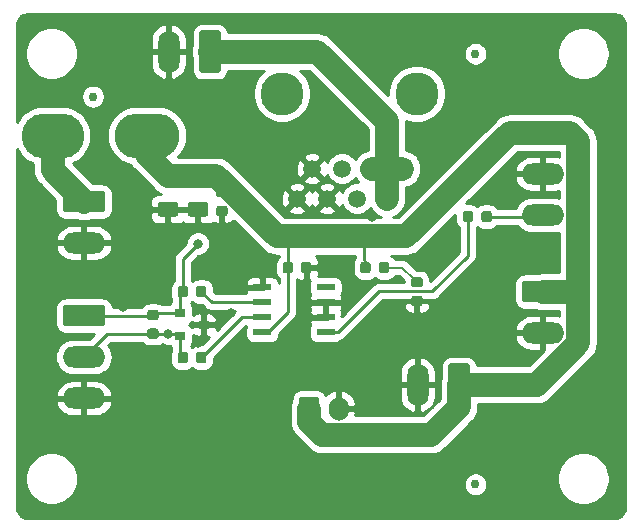
<source format=gbr>
%TF.GenerationSoftware,KiCad,Pcbnew,(5.1.4)-1*%
%TF.CreationDate,2021-10-25T09:38:00+02:00*%
%TF.ProjectId,bbb-diffcape-receiver,6262622d-6469-4666-9663-6170652d7265,rev?*%
%TF.SameCoordinates,Original*%
%TF.FileFunction,Copper,L1,Top*%
%TF.FilePolarity,Positive*%
%FSLAX46Y46*%
G04 Gerber Fmt 4.6, Leading zero omitted, Abs format (unit mm)*
G04 Created by KiCad (PCBNEW (5.1.4)-1) date 2021-10-25 09:38:00*
%MOMM*%
%LPD*%
G04 APERTURE LIST*
%TA.AperFunction,WasherPad*%
%ADD10C,3.650000*%
%TD*%
%TA.AperFunction,ComponentPad*%
%ADD11R,1.500000X1.500000*%
%TD*%
%TA.AperFunction,ComponentPad*%
%ADD12C,1.500000*%
%TD*%
%TA.AperFunction,ComponentPad*%
%ADD13O,1.800000X3.600000*%
%TD*%
%TA.AperFunction,Conductor*%
%ADD14C,0.100000*%
%TD*%
%TA.AperFunction,ComponentPad*%
%ADD15C,1.800000*%
%TD*%
%TA.AperFunction,BGAPad,CuDef*%
%ADD16C,0.750000*%
%TD*%
%TA.AperFunction,SMDPad,CuDef*%
%ADD17R,1.550000X0.600000*%
%TD*%
%TA.AperFunction,SMDPad,CuDef*%
%ADD18C,0.875000*%
%TD*%
%TA.AperFunction,ComponentPad*%
%ADD19O,1.700000X2.000000*%
%TD*%
%TA.AperFunction,ComponentPad*%
%ADD20C,1.700000*%
%TD*%
%TA.AperFunction,ComponentPad*%
%ADD21O,3.600000X1.800000*%
%TD*%
%TA.AperFunction,ComponentPad*%
%ADD22O,5.300000X3.800000*%
%TD*%
%TA.AperFunction,ComponentPad*%
%ADD23O,5.500000X3.800000*%
%TD*%
%TA.AperFunction,SMDPad,CuDef*%
%ADD24R,0.900000X0.800000*%
%TD*%
%TA.AperFunction,SMDPad,CuDef*%
%ADD25C,1.250000*%
%TD*%
%TA.AperFunction,ViaPad*%
%ADD26C,0.800000*%
%TD*%
%TA.AperFunction,Conductor*%
%ADD27C,0.250000*%
%TD*%
%TA.AperFunction,Conductor*%
%ADD28C,2.000000*%
%TD*%
%TA.AperFunction,Conductor*%
%ADD29C,0.200000*%
%TD*%
%TA.AperFunction,Conductor*%
%ADD30C,0.254000*%
%TD*%
G04 APERTURE END LIST*
D10*
%TO.P,J8,*%
%TO.N,*%
X111506000Y-56388000D03*
X122936000Y-56388000D03*
D11*
%TO.P,J8,1*%
%TO.N,+24V*%
X121666000Y-62738000D03*
D12*
%TO.P,J8,2*%
X120396000Y-65278000D03*
%TO.P,J8,3*%
X119126000Y-62738000D03*
%TO.P,J8,4*%
%TO.N,/RS422_A*%
X117856000Y-65278000D03*
%TO.P,J8,5*%
%TO.N,/RS422_B*%
X116586000Y-62738000D03*
%TO.P,J8,6*%
%TO.N,GNDD*%
X115316000Y-65278000D03*
%TO.P,J8,7*%
X114046000Y-62738000D03*
%TO.P,J8,8*%
X112776000Y-65278000D03*
%TD*%
D13*
%TO.P,J7,2*%
%TO.N,GNDD*%
X101910000Y-52832000D03*
D14*
%TD*%
%TO.N,+24V*%
%TO.C,J7*%
G36*
X106084504Y-51033204D02*
G01*
X106108773Y-51036804D01*
X106132571Y-51042765D01*
X106155671Y-51051030D01*
X106177849Y-51061520D01*
X106198893Y-51074133D01*
X106218598Y-51088747D01*
X106236777Y-51105223D01*
X106253253Y-51123402D01*
X106267867Y-51143107D01*
X106280480Y-51164151D01*
X106290970Y-51186329D01*
X106299235Y-51209429D01*
X106305196Y-51233227D01*
X106308796Y-51257496D01*
X106310000Y-51282000D01*
X106310000Y-54382000D01*
X106308796Y-54406504D01*
X106305196Y-54430773D01*
X106299235Y-54454571D01*
X106290970Y-54477671D01*
X106280480Y-54499849D01*
X106267867Y-54520893D01*
X106253253Y-54540598D01*
X106236777Y-54558777D01*
X106218598Y-54575253D01*
X106198893Y-54589867D01*
X106177849Y-54602480D01*
X106155671Y-54612970D01*
X106132571Y-54621235D01*
X106108773Y-54627196D01*
X106084504Y-54630796D01*
X106060000Y-54632000D01*
X104760000Y-54632000D01*
X104735496Y-54630796D01*
X104711227Y-54627196D01*
X104687429Y-54621235D01*
X104664329Y-54612970D01*
X104642151Y-54602480D01*
X104621107Y-54589867D01*
X104601402Y-54575253D01*
X104583223Y-54558777D01*
X104566747Y-54540598D01*
X104552133Y-54520893D01*
X104539520Y-54499849D01*
X104529030Y-54477671D01*
X104520765Y-54454571D01*
X104514804Y-54430773D01*
X104511204Y-54406504D01*
X104510000Y-54382000D01*
X104510000Y-51282000D01*
X104511204Y-51257496D01*
X104514804Y-51233227D01*
X104520765Y-51209429D01*
X104529030Y-51186329D01*
X104539520Y-51164151D01*
X104552133Y-51143107D01*
X104566747Y-51123402D01*
X104583223Y-51105223D01*
X104601402Y-51088747D01*
X104621107Y-51074133D01*
X104642151Y-51061520D01*
X104664329Y-51051030D01*
X104687429Y-51042765D01*
X104711227Y-51036804D01*
X104735496Y-51033204D01*
X104760000Y-51032000D01*
X106060000Y-51032000D01*
X106084504Y-51033204D01*
X106084504Y-51033204D01*
G37*
D15*
%TO.P,J7,1*%
%TO.N,+24V*%
X105410000Y-52832000D03*
%TD*%
D16*
%TO.P,FID3,*%
%TO.N,*%
X127889000Y-89471500D03*
%TD*%
%TO.P,FID2,*%
%TO.N,*%
X127889000Y-53022500D03*
%TD*%
%TO.P,FID1,*%
%TO.N,*%
X95504000Y-56642000D03*
%TD*%
D17*
%TO.P,U1,8*%
%TO.N,+5V*%
X109822000Y-76581000D03*
%TO.P,U1,7*%
%TO.N,Net-(R3-Pad2)*%
X109822000Y-75311000D03*
%TO.P,U1,6*%
%TO.N,Net-(R2-Pad2)*%
X109822000Y-74041000D03*
%TO.P,U1,5*%
%TO.N,GNDD*%
X109822000Y-72771000D03*
%TO.P,U1,4*%
%TO.N,N/C*%
X115222000Y-72771000D03*
%TO.P,U1,3*%
%TO.N,GNDD*%
X115222000Y-74041000D03*
%TO.P,U1,2*%
X115222000Y-75311000D03*
%TO.P,U1,1*%
%TO.N,Net-(R5-Pad1)*%
X115222000Y-76581000D03*
%TD*%
D14*
%TO.N,Net-(J5-Pad3)*%
%TO.C,R5*%
G36*
X129069191Y-66328053D02*
G01*
X129090426Y-66331203D01*
X129111250Y-66336419D01*
X129131462Y-66343651D01*
X129150868Y-66352830D01*
X129169281Y-66363866D01*
X129186524Y-66376654D01*
X129202430Y-66391070D01*
X129216846Y-66406976D01*
X129229634Y-66424219D01*
X129240670Y-66442632D01*
X129249849Y-66462038D01*
X129257081Y-66482250D01*
X129262297Y-66503074D01*
X129265447Y-66524309D01*
X129266500Y-66545750D01*
X129266500Y-67058250D01*
X129265447Y-67079691D01*
X129262297Y-67100926D01*
X129257081Y-67121750D01*
X129249849Y-67141962D01*
X129240670Y-67161368D01*
X129229634Y-67179781D01*
X129216846Y-67197024D01*
X129202430Y-67212930D01*
X129186524Y-67227346D01*
X129169281Y-67240134D01*
X129150868Y-67251170D01*
X129131462Y-67260349D01*
X129111250Y-67267581D01*
X129090426Y-67272797D01*
X129069191Y-67275947D01*
X129047750Y-67277000D01*
X128610250Y-67277000D01*
X128588809Y-67275947D01*
X128567574Y-67272797D01*
X128546750Y-67267581D01*
X128526538Y-67260349D01*
X128507132Y-67251170D01*
X128488719Y-67240134D01*
X128471476Y-67227346D01*
X128455570Y-67212930D01*
X128441154Y-67197024D01*
X128428366Y-67179781D01*
X128417330Y-67161368D01*
X128408151Y-67141962D01*
X128400919Y-67121750D01*
X128395703Y-67100926D01*
X128392553Y-67079691D01*
X128391500Y-67058250D01*
X128391500Y-66545750D01*
X128392553Y-66524309D01*
X128395703Y-66503074D01*
X128400919Y-66482250D01*
X128408151Y-66462038D01*
X128417330Y-66442632D01*
X128428366Y-66424219D01*
X128441154Y-66406976D01*
X128455570Y-66391070D01*
X128471476Y-66376654D01*
X128488719Y-66363866D01*
X128507132Y-66352830D01*
X128526538Y-66343651D01*
X128546750Y-66336419D01*
X128567574Y-66331203D01*
X128588809Y-66328053D01*
X128610250Y-66327000D01*
X129047750Y-66327000D01*
X129069191Y-66328053D01*
X129069191Y-66328053D01*
G37*
D18*
%TD*%
%TO.P,R5,2*%
%TO.N,Net-(J5-Pad3)*%
X128829000Y-66802000D03*
D14*
%TO.N,Net-(R5-Pad1)*%
%TO.C,R5*%
G36*
X127494191Y-66328053D02*
G01*
X127515426Y-66331203D01*
X127536250Y-66336419D01*
X127556462Y-66343651D01*
X127575868Y-66352830D01*
X127594281Y-66363866D01*
X127611524Y-66376654D01*
X127627430Y-66391070D01*
X127641846Y-66406976D01*
X127654634Y-66424219D01*
X127665670Y-66442632D01*
X127674849Y-66462038D01*
X127682081Y-66482250D01*
X127687297Y-66503074D01*
X127690447Y-66524309D01*
X127691500Y-66545750D01*
X127691500Y-67058250D01*
X127690447Y-67079691D01*
X127687297Y-67100926D01*
X127682081Y-67121750D01*
X127674849Y-67141962D01*
X127665670Y-67161368D01*
X127654634Y-67179781D01*
X127641846Y-67197024D01*
X127627430Y-67212930D01*
X127611524Y-67227346D01*
X127594281Y-67240134D01*
X127575868Y-67251170D01*
X127556462Y-67260349D01*
X127536250Y-67267581D01*
X127515426Y-67272797D01*
X127494191Y-67275947D01*
X127472750Y-67277000D01*
X127035250Y-67277000D01*
X127013809Y-67275947D01*
X126992574Y-67272797D01*
X126971750Y-67267581D01*
X126951538Y-67260349D01*
X126932132Y-67251170D01*
X126913719Y-67240134D01*
X126896476Y-67227346D01*
X126880570Y-67212930D01*
X126866154Y-67197024D01*
X126853366Y-67179781D01*
X126842330Y-67161368D01*
X126833151Y-67141962D01*
X126825919Y-67121750D01*
X126820703Y-67100926D01*
X126817553Y-67079691D01*
X126816500Y-67058250D01*
X126816500Y-66545750D01*
X126817553Y-66524309D01*
X126820703Y-66503074D01*
X126825919Y-66482250D01*
X126833151Y-66462038D01*
X126842330Y-66442632D01*
X126853366Y-66424219D01*
X126866154Y-66406976D01*
X126880570Y-66391070D01*
X126896476Y-66376654D01*
X126913719Y-66363866D01*
X126932132Y-66352830D01*
X126951538Y-66343651D01*
X126971750Y-66336419D01*
X126992574Y-66331203D01*
X127013809Y-66328053D01*
X127035250Y-66327000D01*
X127472750Y-66327000D01*
X127494191Y-66328053D01*
X127494191Y-66328053D01*
G37*
D18*
%TD*%
%TO.P,R5,1*%
%TO.N,Net-(R5-Pad1)*%
X127254000Y-66802000D03*
D14*
%TO.N,+5V*%
%TO.C,R4*%
G36*
X118807191Y-70646053D02*
G01*
X118828426Y-70649203D01*
X118849250Y-70654419D01*
X118869462Y-70661651D01*
X118888868Y-70670830D01*
X118907281Y-70681866D01*
X118924524Y-70694654D01*
X118940430Y-70709070D01*
X118954846Y-70724976D01*
X118967634Y-70742219D01*
X118978670Y-70760632D01*
X118987849Y-70780038D01*
X118995081Y-70800250D01*
X119000297Y-70821074D01*
X119003447Y-70842309D01*
X119004500Y-70863750D01*
X119004500Y-71376250D01*
X119003447Y-71397691D01*
X119000297Y-71418926D01*
X118995081Y-71439750D01*
X118987849Y-71459962D01*
X118978670Y-71479368D01*
X118967634Y-71497781D01*
X118954846Y-71515024D01*
X118940430Y-71530930D01*
X118924524Y-71545346D01*
X118907281Y-71558134D01*
X118888868Y-71569170D01*
X118869462Y-71578349D01*
X118849250Y-71585581D01*
X118828426Y-71590797D01*
X118807191Y-71593947D01*
X118785750Y-71595000D01*
X118348250Y-71595000D01*
X118326809Y-71593947D01*
X118305574Y-71590797D01*
X118284750Y-71585581D01*
X118264538Y-71578349D01*
X118245132Y-71569170D01*
X118226719Y-71558134D01*
X118209476Y-71545346D01*
X118193570Y-71530930D01*
X118179154Y-71515024D01*
X118166366Y-71497781D01*
X118155330Y-71479368D01*
X118146151Y-71459962D01*
X118138919Y-71439750D01*
X118133703Y-71418926D01*
X118130553Y-71397691D01*
X118129500Y-71376250D01*
X118129500Y-70863750D01*
X118130553Y-70842309D01*
X118133703Y-70821074D01*
X118138919Y-70800250D01*
X118146151Y-70780038D01*
X118155330Y-70760632D01*
X118166366Y-70742219D01*
X118179154Y-70724976D01*
X118193570Y-70709070D01*
X118209476Y-70694654D01*
X118226719Y-70681866D01*
X118245132Y-70670830D01*
X118264538Y-70661651D01*
X118284750Y-70654419D01*
X118305574Y-70649203D01*
X118326809Y-70646053D01*
X118348250Y-70645000D01*
X118785750Y-70645000D01*
X118807191Y-70646053D01*
X118807191Y-70646053D01*
G37*
D18*
%TD*%
%TO.P,R4,2*%
%TO.N,+5V*%
X118567000Y-71120000D03*
D14*
%TO.N,Net-(D2-Pad2)*%
%TO.C,R4*%
G36*
X120382191Y-70646053D02*
G01*
X120403426Y-70649203D01*
X120424250Y-70654419D01*
X120444462Y-70661651D01*
X120463868Y-70670830D01*
X120482281Y-70681866D01*
X120499524Y-70694654D01*
X120515430Y-70709070D01*
X120529846Y-70724976D01*
X120542634Y-70742219D01*
X120553670Y-70760632D01*
X120562849Y-70780038D01*
X120570081Y-70800250D01*
X120575297Y-70821074D01*
X120578447Y-70842309D01*
X120579500Y-70863750D01*
X120579500Y-71376250D01*
X120578447Y-71397691D01*
X120575297Y-71418926D01*
X120570081Y-71439750D01*
X120562849Y-71459962D01*
X120553670Y-71479368D01*
X120542634Y-71497781D01*
X120529846Y-71515024D01*
X120515430Y-71530930D01*
X120499524Y-71545346D01*
X120482281Y-71558134D01*
X120463868Y-71569170D01*
X120444462Y-71578349D01*
X120424250Y-71585581D01*
X120403426Y-71590797D01*
X120382191Y-71593947D01*
X120360750Y-71595000D01*
X119923250Y-71595000D01*
X119901809Y-71593947D01*
X119880574Y-71590797D01*
X119859750Y-71585581D01*
X119839538Y-71578349D01*
X119820132Y-71569170D01*
X119801719Y-71558134D01*
X119784476Y-71545346D01*
X119768570Y-71530930D01*
X119754154Y-71515024D01*
X119741366Y-71497781D01*
X119730330Y-71479368D01*
X119721151Y-71459962D01*
X119713919Y-71439750D01*
X119708703Y-71418926D01*
X119705553Y-71397691D01*
X119704500Y-71376250D01*
X119704500Y-70863750D01*
X119705553Y-70842309D01*
X119708703Y-70821074D01*
X119713919Y-70800250D01*
X119721151Y-70780038D01*
X119730330Y-70760632D01*
X119741366Y-70742219D01*
X119754154Y-70724976D01*
X119768570Y-70709070D01*
X119784476Y-70694654D01*
X119801719Y-70681866D01*
X119820132Y-70670830D01*
X119839538Y-70661651D01*
X119859750Y-70654419D01*
X119880574Y-70649203D01*
X119901809Y-70646053D01*
X119923250Y-70645000D01*
X120360750Y-70645000D01*
X120382191Y-70646053D01*
X120382191Y-70646053D01*
G37*
D18*
%TD*%
%TO.P,R4,1*%
%TO.N,Net-(D2-Pad2)*%
X120142000Y-71120000D03*
D14*
%TO.N,Net-(R3-Pad2)*%
%TO.C,R3*%
G36*
X104913691Y-78266053D02*
G01*
X104934926Y-78269203D01*
X104955750Y-78274419D01*
X104975962Y-78281651D01*
X104995368Y-78290830D01*
X105013781Y-78301866D01*
X105031024Y-78314654D01*
X105046930Y-78329070D01*
X105061346Y-78344976D01*
X105074134Y-78362219D01*
X105085170Y-78380632D01*
X105094349Y-78400038D01*
X105101581Y-78420250D01*
X105106797Y-78441074D01*
X105109947Y-78462309D01*
X105111000Y-78483750D01*
X105111000Y-78996250D01*
X105109947Y-79017691D01*
X105106797Y-79038926D01*
X105101581Y-79059750D01*
X105094349Y-79079962D01*
X105085170Y-79099368D01*
X105074134Y-79117781D01*
X105061346Y-79135024D01*
X105046930Y-79150930D01*
X105031024Y-79165346D01*
X105013781Y-79178134D01*
X104995368Y-79189170D01*
X104975962Y-79198349D01*
X104955750Y-79205581D01*
X104934926Y-79210797D01*
X104913691Y-79213947D01*
X104892250Y-79215000D01*
X104454750Y-79215000D01*
X104433309Y-79213947D01*
X104412074Y-79210797D01*
X104391250Y-79205581D01*
X104371038Y-79198349D01*
X104351632Y-79189170D01*
X104333219Y-79178134D01*
X104315976Y-79165346D01*
X104300070Y-79150930D01*
X104285654Y-79135024D01*
X104272866Y-79117781D01*
X104261830Y-79099368D01*
X104252651Y-79079962D01*
X104245419Y-79059750D01*
X104240203Y-79038926D01*
X104237053Y-79017691D01*
X104236000Y-78996250D01*
X104236000Y-78483750D01*
X104237053Y-78462309D01*
X104240203Y-78441074D01*
X104245419Y-78420250D01*
X104252651Y-78400038D01*
X104261830Y-78380632D01*
X104272866Y-78362219D01*
X104285654Y-78344976D01*
X104300070Y-78329070D01*
X104315976Y-78314654D01*
X104333219Y-78301866D01*
X104351632Y-78290830D01*
X104371038Y-78281651D01*
X104391250Y-78274419D01*
X104412074Y-78269203D01*
X104433309Y-78266053D01*
X104454750Y-78265000D01*
X104892250Y-78265000D01*
X104913691Y-78266053D01*
X104913691Y-78266053D01*
G37*
D18*
%TD*%
%TO.P,R3,2*%
%TO.N,Net-(R3-Pad2)*%
X104673500Y-78740000D03*
D14*
%TO.N,/RS422_B*%
%TO.C,R3*%
G36*
X103338691Y-78266053D02*
G01*
X103359926Y-78269203D01*
X103380750Y-78274419D01*
X103400962Y-78281651D01*
X103420368Y-78290830D01*
X103438781Y-78301866D01*
X103456024Y-78314654D01*
X103471930Y-78329070D01*
X103486346Y-78344976D01*
X103499134Y-78362219D01*
X103510170Y-78380632D01*
X103519349Y-78400038D01*
X103526581Y-78420250D01*
X103531797Y-78441074D01*
X103534947Y-78462309D01*
X103536000Y-78483750D01*
X103536000Y-78996250D01*
X103534947Y-79017691D01*
X103531797Y-79038926D01*
X103526581Y-79059750D01*
X103519349Y-79079962D01*
X103510170Y-79099368D01*
X103499134Y-79117781D01*
X103486346Y-79135024D01*
X103471930Y-79150930D01*
X103456024Y-79165346D01*
X103438781Y-79178134D01*
X103420368Y-79189170D01*
X103400962Y-79198349D01*
X103380750Y-79205581D01*
X103359926Y-79210797D01*
X103338691Y-79213947D01*
X103317250Y-79215000D01*
X102879750Y-79215000D01*
X102858309Y-79213947D01*
X102837074Y-79210797D01*
X102816250Y-79205581D01*
X102796038Y-79198349D01*
X102776632Y-79189170D01*
X102758219Y-79178134D01*
X102740976Y-79165346D01*
X102725070Y-79150930D01*
X102710654Y-79135024D01*
X102697866Y-79117781D01*
X102686830Y-79099368D01*
X102677651Y-79079962D01*
X102670419Y-79059750D01*
X102665203Y-79038926D01*
X102662053Y-79017691D01*
X102661000Y-78996250D01*
X102661000Y-78483750D01*
X102662053Y-78462309D01*
X102665203Y-78441074D01*
X102670419Y-78420250D01*
X102677651Y-78400038D01*
X102686830Y-78380632D01*
X102697866Y-78362219D01*
X102710654Y-78344976D01*
X102725070Y-78329070D01*
X102740976Y-78314654D01*
X102758219Y-78301866D01*
X102776632Y-78290830D01*
X102796038Y-78281651D01*
X102816250Y-78274419D01*
X102837074Y-78269203D01*
X102858309Y-78266053D01*
X102879750Y-78265000D01*
X103317250Y-78265000D01*
X103338691Y-78266053D01*
X103338691Y-78266053D01*
G37*
D18*
%TD*%
%TO.P,R3,1*%
%TO.N,/RS422_B*%
X103098500Y-78740000D03*
D14*
%TO.N,Net-(R2-Pad2)*%
%TO.C,R2*%
G36*
X104913691Y-72678053D02*
G01*
X104934926Y-72681203D01*
X104955750Y-72686419D01*
X104975962Y-72693651D01*
X104995368Y-72702830D01*
X105013781Y-72713866D01*
X105031024Y-72726654D01*
X105046930Y-72741070D01*
X105061346Y-72756976D01*
X105074134Y-72774219D01*
X105085170Y-72792632D01*
X105094349Y-72812038D01*
X105101581Y-72832250D01*
X105106797Y-72853074D01*
X105109947Y-72874309D01*
X105111000Y-72895750D01*
X105111000Y-73408250D01*
X105109947Y-73429691D01*
X105106797Y-73450926D01*
X105101581Y-73471750D01*
X105094349Y-73491962D01*
X105085170Y-73511368D01*
X105074134Y-73529781D01*
X105061346Y-73547024D01*
X105046930Y-73562930D01*
X105031024Y-73577346D01*
X105013781Y-73590134D01*
X104995368Y-73601170D01*
X104975962Y-73610349D01*
X104955750Y-73617581D01*
X104934926Y-73622797D01*
X104913691Y-73625947D01*
X104892250Y-73627000D01*
X104454750Y-73627000D01*
X104433309Y-73625947D01*
X104412074Y-73622797D01*
X104391250Y-73617581D01*
X104371038Y-73610349D01*
X104351632Y-73601170D01*
X104333219Y-73590134D01*
X104315976Y-73577346D01*
X104300070Y-73562930D01*
X104285654Y-73547024D01*
X104272866Y-73529781D01*
X104261830Y-73511368D01*
X104252651Y-73491962D01*
X104245419Y-73471750D01*
X104240203Y-73450926D01*
X104237053Y-73429691D01*
X104236000Y-73408250D01*
X104236000Y-72895750D01*
X104237053Y-72874309D01*
X104240203Y-72853074D01*
X104245419Y-72832250D01*
X104252651Y-72812038D01*
X104261830Y-72792632D01*
X104272866Y-72774219D01*
X104285654Y-72756976D01*
X104300070Y-72741070D01*
X104315976Y-72726654D01*
X104333219Y-72713866D01*
X104351632Y-72702830D01*
X104371038Y-72693651D01*
X104391250Y-72686419D01*
X104412074Y-72681203D01*
X104433309Y-72678053D01*
X104454750Y-72677000D01*
X104892250Y-72677000D01*
X104913691Y-72678053D01*
X104913691Y-72678053D01*
G37*
D18*
%TD*%
%TO.P,R2,2*%
%TO.N,Net-(R2-Pad2)*%
X104673500Y-73152000D03*
D14*
%TO.N,/RS422_A*%
%TO.C,R2*%
G36*
X103338691Y-72678053D02*
G01*
X103359926Y-72681203D01*
X103380750Y-72686419D01*
X103400962Y-72693651D01*
X103420368Y-72702830D01*
X103438781Y-72713866D01*
X103456024Y-72726654D01*
X103471930Y-72741070D01*
X103486346Y-72756976D01*
X103499134Y-72774219D01*
X103510170Y-72792632D01*
X103519349Y-72812038D01*
X103526581Y-72832250D01*
X103531797Y-72853074D01*
X103534947Y-72874309D01*
X103536000Y-72895750D01*
X103536000Y-73408250D01*
X103534947Y-73429691D01*
X103531797Y-73450926D01*
X103526581Y-73471750D01*
X103519349Y-73491962D01*
X103510170Y-73511368D01*
X103499134Y-73529781D01*
X103486346Y-73547024D01*
X103471930Y-73562930D01*
X103456024Y-73577346D01*
X103438781Y-73590134D01*
X103420368Y-73601170D01*
X103400962Y-73610349D01*
X103380750Y-73617581D01*
X103359926Y-73622797D01*
X103338691Y-73625947D01*
X103317250Y-73627000D01*
X102879750Y-73627000D01*
X102858309Y-73625947D01*
X102837074Y-73622797D01*
X102816250Y-73617581D01*
X102796038Y-73610349D01*
X102776632Y-73601170D01*
X102758219Y-73590134D01*
X102740976Y-73577346D01*
X102725070Y-73562930D01*
X102710654Y-73547024D01*
X102697866Y-73529781D01*
X102686830Y-73511368D01*
X102677651Y-73491962D01*
X102670419Y-73471750D01*
X102665203Y-73450926D01*
X102662053Y-73429691D01*
X102661000Y-73408250D01*
X102661000Y-72895750D01*
X102662053Y-72874309D01*
X102665203Y-72853074D01*
X102670419Y-72832250D01*
X102677651Y-72812038D01*
X102686830Y-72792632D01*
X102697866Y-72774219D01*
X102710654Y-72756976D01*
X102725070Y-72741070D01*
X102740976Y-72726654D01*
X102758219Y-72713866D01*
X102776632Y-72702830D01*
X102796038Y-72693651D01*
X102816250Y-72686419D01*
X102837074Y-72681203D01*
X102858309Y-72678053D01*
X102879750Y-72677000D01*
X103317250Y-72677000D01*
X103338691Y-72678053D01*
X103338691Y-72678053D01*
G37*
D18*
%TD*%
%TO.P,R2,1*%
%TO.N,/RS422_A*%
X103098500Y-73152000D03*
D14*
%TO.N,/RS422_B*%
%TO.C,R1*%
G36*
X100861691Y-76271553D02*
G01*
X100882926Y-76274703D01*
X100903750Y-76279919D01*
X100923962Y-76287151D01*
X100943368Y-76296330D01*
X100961781Y-76307366D01*
X100979024Y-76320154D01*
X100994930Y-76334570D01*
X101009346Y-76350476D01*
X101022134Y-76367719D01*
X101033170Y-76386132D01*
X101042349Y-76405538D01*
X101049581Y-76425750D01*
X101054797Y-76446574D01*
X101057947Y-76467809D01*
X101059000Y-76489250D01*
X101059000Y-76926750D01*
X101057947Y-76948191D01*
X101054797Y-76969426D01*
X101049581Y-76990250D01*
X101042349Y-77010462D01*
X101033170Y-77029868D01*
X101022134Y-77048281D01*
X101009346Y-77065524D01*
X100994930Y-77081430D01*
X100979024Y-77095846D01*
X100961781Y-77108634D01*
X100943368Y-77119670D01*
X100923962Y-77128849D01*
X100903750Y-77136081D01*
X100882926Y-77141297D01*
X100861691Y-77144447D01*
X100840250Y-77145500D01*
X100327750Y-77145500D01*
X100306309Y-77144447D01*
X100285074Y-77141297D01*
X100264250Y-77136081D01*
X100244038Y-77128849D01*
X100224632Y-77119670D01*
X100206219Y-77108634D01*
X100188976Y-77095846D01*
X100173070Y-77081430D01*
X100158654Y-77065524D01*
X100145866Y-77048281D01*
X100134830Y-77029868D01*
X100125651Y-77010462D01*
X100118419Y-76990250D01*
X100113203Y-76969426D01*
X100110053Y-76948191D01*
X100109000Y-76926750D01*
X100109000Y-76489250D01*
X100110053Y-76467809D01*
X100113203Y-76446574D01*
X100118419Y-76425750D01*
X100125651Y-76405538D01*
X100134830Y-76386132D01*
X100145866Y-76367719D01*
X100158654Y-76350476D01*
X100173070Y-76334570D01*
X100188976Y-76320154D01*
X100206219Y-76307366D01*
X100224632Y-76296330D01*
X100244038Y-76287151D01*
X100264250Y-76279919D01*
X100285074Y-76274703D01*
X100306309Y-76271553D01*
X100327750Y-76270500D01*
X100840250Y-76270500D01*
X100861691Y-76271553D01*
X100861691Y-76271553D01*
G37*
D18*
%TD*%
%TO.P,R1,2*%
%TO.N,/RS422_B*%
X100584000Y-76708000D03*
D14*
%TO.N,/RS422_A*%
%TO.C,R1*%
G36*
X100861691Y-74696553D02*
G01*
X100882926Y-74699703D01*
X100903750Y-74704919D01*
X100923962Y-74712151D01*
X100943368Y-74721330D01*
X100961781Y-74732366D01*
X100979024Y-74745154D01*
X100994930Y-74759570D01*
X101009346Y-74775476D01*
X101022134Y-74792719D01*
X101033170Y-74811132D01*
X101042349Y-74830538D01*
X101049581Y-74850750D01*
X101054797Y-74871574D01*
X101057947Y-74892809D01*
X101059000Y-74914250D01*
X101059000Y-75351750D01*
X101057947Y-75373191D01*
X101054797Y-75394426D01*
X101049581Y-75415250D01*
X101042349Y-75435462D01*
X101033170Y-75454868D01*
X101022134Y-75473281D01*
X101009346Y-75490524D01*
X100994930Y-75506430D01*
X100979024Y-75520846D01*
X100961781Y-75533634D01*
X100943368Y-75544670D01*
X100923962Y-75553849D01*
X100903750Y-75561081D01*
X100882926Y-75566297D01*
X100861691Y-75569447D01*
X100840250Y-75570500D01*
X100327750Y-75570500D01*
X100306309Y-75569447D01*
X100285074Y-75566297D01*
X100264250Y-75561081D01*
X100244038Y-75553849D01*
X100224632Y-75544670D01*
X100206219Y-75533634D01*
X100188976Y-75520846D01*
X100173070Y-75506430D01*
X100158654Y-75490524D01*
X100145866Y-75473281D01*
X100134830Y-75454868D01*
X100125651Y-75435462D01*
X100118419Y-75415250D01*
X100113203Y-75394426D01*
X100110053Y-75373191D01*
X100109000Y-75351750D01*
X100109000Y-74914250D01*
X100110053Y-74892809D01*
X100113203Y-74871574D01*
X100118419Y-74850750D01*
X100125651Y-74830538D01*
X100134830Y-74811132D01*
X100145866Y-74792719D01*
X100158654Y-74775476D01*
X100173070Y-74759570D01*
X100188976Y-74745154D01*
X100206219Y-74732366D01*
X100224632Y-74721330D01*
X100244038Y-74712151D01*
X100264250Y-74704919D01*
X100285074Y-74699703D01*
X100306309Y-74696553D01*
X100327750Y-74695500D01*
X100840250Y-74695500D01*
X100861691Y-74696553D01*
X100861691Y-74696553D01*
G37*
D18*
%TD*%
%TO.P,R1,1*%
%TO.N,/RS422_A*%
X100584000Y-75133000D03*
D19*
%TO.P,J6,2*%
%TO.N,GNDD*%
X116292000Y-83058000D03*
D14*
%TD*%
%TO.N,+5V*%
%TO.C,J6*%
G36*
X114416504Y-82059204D02*
G01*
X114440773Y-82062804D01*
X114464571Y-82068765D01*
X114487671Y-82077030D01*
X114509849Y-82087520D01*
X114530893Y-82100133D01*
X114550598Y-82114747D01*
X114568777Y-82131223D01*
X114585253Y-82149402D01*
X114599867Y-82169107D01*
X114612480Y-82190151D01*
X114622970Y-82212329D01*
X114631235Y-82235429D01*
X114637196Y-82259227D01*
X114640796Y-82283496D01*
X114642000Y-82308000D01*
X114642000Y-83808000D01*
X114640796Y-83832504D01*
X114637196Y-83856773D01*
X114631235Y-83880571D01*
X114622970Y-83903671D01*
X114612480Y-83925849D01*
X114599867Y-83946893D01*
X114585253Y-83966598D01*
X114568777Y-83984777D01*
X114550598Y-84001253D01*
X114530893Y-84015867D01*
X114509849Y-84028480D01*
X114487671Y-84038970D01*
X114464571Y-84047235D01*
X114440773Y-84053196D01*
X114416504Y-84056796D01*
X114392000Y-84058000D01*
X113192000Y-84058000D01*
X113167496Y-84056796D01*
X113143227Y-84053196D01*
X113119429Y-84047235D01*
X113096329Y-84038970D01*
X113074151Y-84028480D01*
X113053107Y-84015867D01*
X113033402Y-84001253D01*
X113015223Y-83984777D01*
X112998747Y-83966598D01*
X112984133Y-83946893D01*
X112971520Y-83925849D01*
X112961030Y-83903671D01*
X112952765Y-83880571D01*
X112946804Y-83856773D01*
X112943204Y-83832504D01*
X112942000Y-83808000D01*
X112942000Y-82308000D01*
X112943204Y-82283496D01*
X112946804Y-82259227D01*
X112952765Y-82235429D01*
X112961030Y-82212329D01*
X112971520Y-82190151D01*
X112984133Y-82169107D01*
X112998747Y-82149402D01*
X113015223Y-82131223D01*
X113033402Y-82114747D01*
X113053107Y-82100133D01*
X113074151Y-82087520D01*
X113096329Y-82077030D01*
X113119429Y-82068765D01*
X113143227Y-82062804D01*
X113167496Y-82059204D01*
X113192000Y-82058000D01*
X114392000Y-82058000D01*
X114416504Y-82059204D01*
X114416504Y-82059204D01*
G37*
D20*
%TO.P,J6,1*%
%TO.N,+5V*%
X113792000Y-83058000D03*
%TD*%
D21*
%TO.P,J5,3*%
%TO.N,Net-(J5-Pad3)*%
X133604000Y-66690000D03*
%TO.P,J5,2*%
%TO.N,GNDD*%
X133604000Y-63190000D03*
D14*
%TD*%
%TO.N,+5V*%
%TO.C,J5*%
G36*
X135178504Y-58791204D02*
G01*
X135202773Y-58794804D01*
X135226571Y-58800765D01*
X135249671Y-58809030D01*
X135271849Y-58819520D01*
X135292893Y-58832133D01*
X135312598Y-58846747D01*
X135330777Y-58863223D01*
X135347253Y-58881402D01*
X135361867Y-58901107D01*
X135374480Y-58922151D01*
X135384970Y-58944329D01*
X135393235Y-58967429D01*
X135399196Y-58991227D01*
X135402796Y-59015496D01*
X135404000Y-59040000D01*
X135404000Y-60340000D01*
X135402796Y-60364504D01*
X135399196Y-60388773D01*
X135393235Y-60412571D01*
X135384970Y-60435671D01*
X135374480Y-60457849D01*
X135361867Y-60478893D01*
X135347253Y-60498598D01*
X135330777Y-60516777D01*
X135312598Y-60533253D01*
X135292893Y-60547867D01*
X135271849Y-60560480D01*
X135249671Y-60570970D01*
X135226571Y-60579235D01*
X135202773Y-60585196D01*
X135178504Y-60588796D01*
X135154000Y-60590000D01*
X132054000Y-60590000D01*
X132029496Y-60588796D01*
X132005227Y-60585196D01*
X131981429Y-60579235D01*
X131958329Y-60570970D01*
X131936151Y-60560480D01*
X131915107Y-60547867D01*
X131895402Y-60533253D01*
X131877223Y-60516777D01*
X131860747Y-60498598D01*
X131846133Y-60478893D01*
X131833520Y-60457849D01*
X131823030Y-60435671D01*
X131814765Y-60412571D01*
X131808804Y-60388773D01*
X131805204Y-60364504D01*
X131804000Y-60340000D01*
X131804000Y-59040000D01*
X131805204Y-59015496D01*
X131808804Y-58991227D01*
X131814765Y-58967429D01*
X131823030Y-58944329D01*
X131833520Y-58922151D01*
X131846133Y-58901107D01*
X131860747Y-58881402D01*
X131877223Y-58863223D01*
X131895402Y-58846747D01*
X131915107Y-58832133D01*
X131936151Y-58819520D01*
X131958329Y-58809030D01*
X131981429Y-58800765D01*
X132005227Y-58794804D01*
X132029496Y-58791204D01*
X132054000Y-58790000D01*
X135154000Y-58790000D01*
X135178504Y-58791204D01*
X135178504Y-58791204D01*
G37*
D15*
%TO.P,J5,1*%
%TO.N,+5V*%
X133604000Y-59690000D03*
%TD*%
D21*
%TO.P,J4,2*%
%TO.N,GNDD*%
X133604000Y-76652000D03*
D14*
%TD*%
%TO.N,+5V*%
%TO.C,J4*%
G36*
X135178504Y-72253204D02*
G01*
X135202773Y-72256804D01*
X135226571Y-72262765D01*
X135249671Y-72271030D01*
X135271849Y-72281520D01*
X135292893Y-72294133D01*
X135312598Y-72308747D01*
X135330777Y-72325223D01*
X135347253Y-72343402D01*
X135361867Y-72363107D01*
X135374480Y-72384151D01*
X135384970Y-72406329D01*
X135393235Y-72429429D01*
X135399196Y-72453227D01*
X135402796Y-72477496D01*
X135404000Y-72502000D01*
X135404000Y-73802000D01*
X135402796Y-73826504D01*
X135399196Y-73850773D01*
X135393235Y-73874571D01*
X135384970Y-73897671D01*
X135374480Y-73919849D01*
X135361867Y-73940893D01*
X135347253Y-73960598D01*
X135330777Y-73978777D01*
X135312598Y-73995253D01*
X135292893Y-74009867D01*
X135271849Y-74022480D01*
X135249671Y-74032970D01*
X135226571Y-74041235D01*
X135202773Y-74047196D01*
X135178504Y-74050796D01*
X135154000Y-74052000D01*
X132054000Y-74052000D01*
X132029496Y-74050796D01*
X132005227Y-74047196D01*
X131981429Y-74041235D01*
X131958329Y-74032970D01*
X131936151Y-74022480D01*
X131915107Y-74009867D01*
X131895402Y-73995253D01*
X131877223Y-73978777D01*
X131860747Y-73960598D01*
X131846133Y-73940893D01*
X131833520Y-73919849D01*
X131823030Y-73897671D01*
X131814765Y-73874571D01*
X131808804Y-73850773D01*
X131805204Y-73826504D01*
X131804000Y-73802000D01*
X131804000Y-72502000D01*
X131805204Y-72477496D01*
X131808804Y-72453227D01*
X131814765Y-72429429D01*
X131823030Y-72406329D01*
X131833520Y-72384151D01*
X131846133Y-72363107D01*
X131860747Y-72343402D01*
X131877223Y-72325223D01*
X131895402Y-72308747D01*
X131915107Y-72294133D01*
X131936151Y-72281520D01*
X131958329Y-72271030D01*
X131981429Y-72262765D01*
X132005227Y-72256804D01*
X132029496Y-72253204D01*
X132054000Y-72252000D01*
X135154000Y-72252000D01*
X135178504Y-72253204D01*
X135178504Y-72253204D01*
G37*
D15*
%TO.P,J4,1*%
%TO.N,+5V*%
X133604000Y-73152000D03*
%TD*%
D13*
%TO.P,J3,2*%
%TO.N,GNDD*%
X122992000Y-81026000D03*
D14*
%TD*%
%TO.N,+5V*%
%TO.C,J3*%
G36*
X127166504Y-79227204D02*
G01*
X127190773Y-79230804D01*
X127214571Y-79236765D01*
X127237671Y-79245030D01*
X127259849Y-79255520D01*
X127280893Y-79268133D01*
X127300598Y-79282747D01*
X127318777Y-79299223D01*
X127335253Y-79317402D01*
X127349867Y-79337107D01*
X127362480Y-79358151D01*
X127372970Y-79380329D01*
X127381235Y-79403429D01*
X127387196Y-79427227D01*
X127390796Y-79451496D01*
X127392000Y-79476000D01*
X127392000Y-82576000D01*
X127390796Y-82600504D01*
X127387196Y-82624773D01*
X127381235Y-82648571D01*
X127372970Y-82671671D01*
X127362480Y-82693849D01*
X127349867Y-82714893D01*
X127335253Y-82734598D01*
X127318777Y-82752777D01*
X127300598Y-82769253D01*
X127280893Y-82783867D01*
X127259849Y-82796480D01*
X127237671Y-82806970D01*
X127214571Y-82815235D01*
X127190773Y-82821196D01*
X127166504Y-82824796D01*
X127142000Y-82826000D01*
X125842000Y-82826000D01*
X125817496Y-82824796D01*
X125793227Y-82821196D01*
X125769429Y-82815235D01*
X125746329Y-82806970D01*
X125724151Y-82796480D01*
X125703107Y-82783867D01*
X125683402Y-82769253D01*
X125665223Y-82752777D01*
X125648747Y-82734598D01*
X125634133Y-82714893D01*
X125621520Y-82693849D01*
X125611030Y-82671671D01*
X125602765Y-82648571D01*
X125596804Y-82624773D01*
X125593204Y-82600504D01*
X125592000Y-82576000D01*
X125592000Y-79476000D01*
X125593204Y-79451496D01*
X125596804Y-79427227D01*
X125602765Y-79403429D01*
X125611030Y-79380329D01*
X125621520Y-79358151D01*
X125634133Y-79337107D01*
X125648747Y-79317402D01*
X125665223Y-79299223D01*
X125683402Y-79282747D01*
X125703107Y-79268133D01*
X125724151Y-79255520D01*
X125746329Y-79245030D01*
X125769429Y-79236765D01*
X125793227Y-79230804D01*
X125817496Y-79227204D01*
X125842000Y-79226000D01*
X127142000Y-79226000D01*
X127166504Y-79227204D01*
X127166504Y-79227204D01*
G37*
D15*
%TO.P,J3,1*%
%TO.N,+5V*%
X126492000Y-81026000D03*
%TD*%
D21*
%TO.P,J2,3*%
%TO.N,GNDD*%
X94742000Y-82184000D03*
%TO.P,J2,2*%
%TO.N,/RS422_B*%
X94742000Y-78684000D03*
D14*
%TD*%
%TO.N,/RS422_A*%
%TO.C,J2*%
G36*
X96316504Y-74285204D02*
G01*
X96340773Y-74288804D01*
X96364571Y-74294765D01*
X96387671Y-74303030D01*
X96409849Y-74313520D01*
X96430893Y-74326133D01*
X96450598Y-74340747D01*
X96468777Y-74357223D01*
X96485253Y-74375402D01*
X96499867Y-74395107D01*
X96512480Y-74416151D01*
X96522970Y-74438329D01*
X96531235Y-74461429D01*
X96537196Y-74485227D01*
X96540796Y-74509496D01*
X96542000Y-74534000D01*
X96542000Y-75834000D01*
X96540796Y-75858504D01*
X96537196Y-75882773D01*
X96531235Y-75906571D01*
X96522970Y-75929671D01*
X96512480Y-75951849D01*
X96499867Y-75972893D01*
X96485253Y-75992598D01*
X96468777Y-76010777D01*
X96450598Y-76027253D01*
X96430893Y-76041867D01*
X96409849Y-76054480D01*
X96387671Y-76064970D01*
X96364571Y-76073235D01*
X96340773Y-76079196D01*
X96316504Y-76082796D01*
X96292000Y-76084000D01*
X93192000Y-76084000D01*
X93167496Y-76082796D01*
X93143227Y-76079196D01*
X93119429Y-76073235D01*
X93096329Y-76064970D01*
X93074151Y-76054480D01*
X93053107Y-76041867D01*
X93033402Y-76027253D01*
X93015223Y-76010777D01*
X92998747Y-75992598D01*
X92984133Y-75972893D01*
X92971520Y-75951849D01*
X92961030Y-75929671D01*
X92952765Y-75906571D01*
X92946804Y-75882773D01*
X92943204Y-75858504D01*
X92942000Y-75834000D01*
X92942000Y-74534000D01*
X92943204Y-74509496D01*
X92946804Y-74485227D01*
X92952765Y-74461429D01*
X92961030Y-74438329D01*
X92971520Y-74416151D01*
X92984133Y-74395107D01*
X92998747Y-74375402D01*
X93015223Y-74357223D01*
X93033402Y-74340747D01*
X93053107Y-74326133D01*
X93074151Y-74313520D01*
X93096329Y-74303030D01*
X93119429Y-74294765D01*
X93143227Y-74288804D01*
X93167496Y-74285204D01*
X93192000Y-74284000D01*
X96292000Y-74284000D01*
X96316504Y-74285204D01*
X96316504Y-74285204D01*
G37*
D15*
%TO.P,J2,1*%
%TO.N,/RS422_A*%
X94742000Y-75184000D03*
%TD*%
D21*
%TO.P,J1,2*%
%TO.N,GNDD*%
X94742000Y-69032000D03*
D14*
%TD*%
%TO.N,/PW_In*%
%TO.C,J1*%
G36*
X96316504Y-64633204D02*
G01*
X96340773Y-64636804D01*
X96364571Y-64642765D01*
X96387671Y-64651030D01*
X96409849Y-64661520D01*
X96430893Y-64674133D01*
X96450598Y-64688747D01*
X96468777Y-64705223D01*
X96485253Y-64723402D01*
X96499867Y-64743107D01*
X96512480Y-64764151D01*
X96522970Y-64786329D01*
X96531235Y-64809429D01*
X96537196Y-64833227D01*
X96540796Y-64857496D01*
X96542000Y-64882000D01*
X96542000Y-66182000D01*
X96540796Y-66206504D01*
X96537196Y-66230773D01*
X96531235Y-66254571D01*
X96522970Y-66277671D01*
X96512480Y-66299849D01*
X96499867Y-66320893D01*
X96485253Y-66340598D01*
X96468777Y-66358777D01*
X96450598Y-66375253D01*
X96430893Y-66389867D01*
X96409849Y-66402480D01*
X96387671Y-66412970D01*
X96364571Y-66421235D01*
X96340773Y-66427196D01*
X96316504Y-66430796D01*
X96292000Y-66432000D01*
X93192000Y-66432000D01*
X93167496Y-66430796D01*
X93143227Y-66427196D01*
X93119429Y-66421235D01*
X93096329Y-66412970D01*
X93074151Y-66402480D01*
X93053107Y-66389867D01*
X93033402Y-66375253D01*
X93015223Y-66358777D01*
X92998747Y-66340598D01*
X92984133Y-66320893D01*
X92971520Y-66299849D01*
X92961030Y-66277671D01*
X92952765Y-66254571D01*
X92946804Y-66230773D01*
X92943204Y-66206504D01*
X92942000Y-66182000D01*
X92942000Y-64882000D01*
X92943204Y-64857496D01*
X92946804Y-64833227D01*
X92952765Y-64809429D01*
X92961030Y-64786329D01*
X92971520Y-64764151D01*
X92984133Y-64743107D01*
X92998747Y-64723402D01*
X93015223Y-64705223D01*
X93033402Y-64688747D01*
X93053107Y-64674133D01*
X93074151Y-64661520D01*
X93096329Y-64651030D01*
X93119429Y-64642765D01*
X93143227Y-64636804D01*
X93167496Y-64633204D01*
X93192000Y-64632000D01*
X96292000Y-64632000D01*
X96316504Y-64633204D01*
X96316504Y-64633204D01*
G37*
D15*
%TO.P,J1,1*%
%TO.N,/PW_In*%
X94742000Y-65532000D03*
%TD*%
D22*
%TO.P,F1,2*%
%TO.N,/PW_In*%
X92076000Y-59944000D03*
D23*
%TO.P,F1,1*%
%TO.N,+5V*%
X100076000Y-59944000D03*
%TD*%
D14*
%TO.N,Net-(D2-Pad2)*%
%TO.C,D2*%
G36*
X123213691Y-71928053D02*
G01*
X123234926Y-71931203D01*
X123255750Y-71936419D01*
X123275962Y-71943651D01*
X123295368Y-71952830D01*
X123313781Y-71963866D01*
X123331024Y-71976654D01*
X123346930Y-71991070D01*
X123361346Y-72006976D01*
X123374134Y-72024219D01*
X123385170Y-72042632D01*
X123394349Y-72062038D01*
X123401581Y-72082250D01*
X123406797Y-72103074D01*
X123409947Y-72124309D01*
X123411000Y-72145750D01*
X123411000Y-72583250D01*
X123409947Y-72604691D01*
X123406797Y-72625926D01*
X123401581Y-72646750D01*
X123394349Y-72666962D01*
X123385170Y-72686368D01*
X123374134Y-72704781D01*
X123361346Y-72722024D01*
X123346930Y-72737930D01*
X123331024Y-72752346D01*
X123313781Y-72765134D01*
X123295368Y-72776170D01*
X123275962Y-72785349D01*
X123255750Y-72792581D01*
X123234926Y-72797797D01*
X123213691Y-72800947D01*
X123192250Y-72802000D01*
X122679750Y-72802000D01*
X122658309Y-72800947D01*
X122637074Y-72797797D01*
X122616250Y-72792581D01*
X122596038Y-72785349D01*
X122576632Y-72776170D01*
X122558219Y-72765134D01*
X122540976Y-72752346D01*
X122525070Y-72737930D01*
X122510654Y-72722024D01*
X122497866Y-72704781D01*
X122486830Y-72686368D01*
X122477651Y-72666962D01*
X122470419Y-72646750D01*
X122465203Y-72625926D01*
X122462053Y-72604691D01*
X122461000Y-72583250D01*
X122461000Y-72145750D01*
X122462053Y-72124309D01*
X122465203Y-72103074D01*
X122470419Y-72082250D01*
X122477651Y-72062038D01*
X122486830Y-72042632D01*
X122497866Y-72024219D01*
X122510654Y-72006976D01*
X122525070Y-71991070D01*
X122540976Y-71976654D01*
X122558219Y-71963866D01*
X122576632Y-71952830D01*
X122596038Y-71943651D01*
X122616250Y-71936419D01*
X122637074Y-71931203D01*
X122658309Y-71928053D01*
X122679750Y-71927000D01*
X123192250Y-71927000D01*
X123213691Y-71928053D01*
X123213691Y-71928053D01*
G37*
D18*
%TD*%
%TO.P,D2,2*%
%TO.N,Net-(D2-Pad2)*%
X122936000Y-72364500D03*
D14*
%TO.N,GNDD*%
%TO.C,D2*%
G36*
X123213691Y-73503053D02*
G01*
X123234926Y-73506203D01*
X123255750Y-73511419D01*
X123275962Y-73518651D01*
X123295368Y-73527830D01*
X123313781Y-73538866D01*
X123331024Y-73551654D01*
X123346930Y-73566070D01*
X123361346Y-73581976D01*
X123374134Y-73599219D01*
X123385170Y-73617632D01*
X123394349Y-73637038D01*
X123401581Y-73657250D01*
X123406797Y-73678074D01*
X123409947Y-73699309D01*
X123411000Y-73720750D01*
X123411000Y-74158250D01*
X123409947Y-74179691D01*
X123406797Y-74200926D01*
X123401581Y-74221750D01*
X123394349Y-74241962D01*
X123385170Y-74261368D01*
X123374134Y-74279781D01*
X123361346Y-74297024D01*
X123346930Y-74312930D01*
X123331024Y-74327346D01*
X123313781Y-74340134D01*
X123295368Y-74351170D01*
X123275962Y-74360349D01*
X123255750Y-74367581D01*
X123234926Y-74372797D01*
X123213691Y-74375947D01*
X123192250Y-74377000D01*
X122679750Y-74377000D01*
X122658309Y-74375947D01*
X122637074Y-74372797D01*
X122616250Y-74367581D01*
X122596038Y-74360349D01*
X122576632Y-74351170D01*
X122558219Y-74340134D01*
X122540976Y-74327346D01*
X122525070Y-74312930D01*
X122510654Y-74297024D01*
X122497866Y-74279781D01*
X122486830Y-74261368D01*
X122477651Y-74241962D01*
X122470419Y-74221750D01*
X122465203Y-74200926D01*
X122462053Y-74179691D01*
X122461000Y-74158250D01*
X122461000Y-73720750D01*
X122462053Y-73699309D01*
X122465203Y-73678074D01*
X122470419Y-73657250D01*
X122477651Y-73637038D01*
X122486830Y-73617632D01*
X122497866Y-73599219D01*
X122510654Y-73581976D01*
X122525070Y-73566070D01*
X122540976Y-73551654D01*
X122558219Y-73538866D01*
X122576632Y-73527830D01*
X122596038Y-73518651D01*
X122616250Y-73511419D01*
X122637074Y-73506203D01*
X122658309Y-73503053D01*
X122679750Y-73502000D01*
X123192250Y-73502000D01*
X123213691Y-73503053D01*
X123213691Y-73503053D01*
G37*
D18*
%TD*%
%TO.P,D2,1*%
%TO.N,GNDD*%
X122936000Y-73939500D03*
D24*
%TO.P,D1,3*%
%TO.N,GNDD*%
X104886000Y-75946000D03*
%TO.P,D1,2*%
%TO.N,/RS422_B*%
X102886000Y-76896000D03*
%TO.P,D1,1*%
%TO.N,/RS422_A*%
X102886000Y-74996000D03*
%TD*%
D14*
%TO.N,GNDD*%
%TO.C,C4*%
G36*
X113803691Y-70646053D02*
G01*
X113824926Y-70649203D01*
X113845750Y-70654419D01*
X113865962Y-70661651D01*
X113885368Y-70670830D01*
X113903781Y-70681866D01*
X113921024Y-70694654D01*
X113936930Y-70709070D01*
X113951346Y-70724976D01*
X113964134Y-70742219D01*
X113975170Y-70760632D01*
X113984349Y-70780038D01*
X113991581Y-70800250D01*
X113996797Y-70821074D01*
X113999947Y-70842309D01*
X114001000Y-70863750D01*
X114001000Y-71376250D01*
X113999947Y-71397691D01*
X113996797Y-71418926D01*
X113991581Y-71439750D01*
X113984349Y-71459962D01*
X113975170Y-71479368D01*
X113964134Y-71497781D01*
X113951346Y-71515024D01*
X113936930Y-71530930D01*
X113921024Y-71545346D01*
X113903781Y-71558134D01*
X113885368Y-71569170D01*
X113865962Y-71578349D01*
X113845750Y-71585581D01*
X113824926Y-71590797D01*
X113803691Y-71593947D01*
X113782250Y-71595000D01*
X113344750Y-71595000D01*
X113323309Y-71593947D01*
X113302074Y-71590797D01*
X113281250Y-71585581D01*
X113261038Y-71578349D01*
X113241632Y-71569170D01*
X113223219Y-71558134D01*
X113205976Y-71545346D01*
X113190070Y-71530930D01*
X113175654Y-71515024D01*
X113162866Y-71497781D01*
X113151830Y-71479368D01*
X113142651Y-71459962D01*
X113135419Y-71439750D01*
X113130203Y-71418926D01*
X113127053Y-71397691D01*
X113126000Y-71376250D01*
X113126000Y-70863750D01*
X113127053Y-70842309D01*
X113130203Y-70821074D01*
X113135419Y-70800250D01*
X113142651Y-70780038D01*
X113151830Y-70760632D01*
X113162866Y-70742219D01*
X113175654Y-70724976D01*
X113190070Y-70709070D01*
X113205976Y-70694654D01*
X113223219Y-70681866D01*
X113241632Y-70670830D01*
X113261038Y-70661651D01*
X113281250Y-70654419D01*
X113302074Y-70649203D01*
X113323309Y-70646053D01*
X113344750Y-70645000D01*
X113782250Y-70645000D01*
X113803691Y-70646053D01*
X113803691Y-70646053D01*
G37*
D18*
%TD*%
%TO.P,C4,2*%
%TO.N,GNDD*%
X113563500Y-71120000D03*
D14*
%TO.N,+5V*%
%TO.C,C4*%
G36*
X112228691Y-70646053D02*
G01*
X112249926Y-70649203D01*
X112270750Y-70654419D01*
X112290962Y-70661651D01*
X112310368Y-70670830D01*
X112328781Y-70681866D01*
X112346024Y-70694654D01*
X112361930Y-70709070D01*
X112376346Y-70724976D01*
X112389134Y-70742219D01*
X112400170Y-70760632D01*
X112409349Y-70780038D01*
X112416581Y-70800250D01*
X112421797Y-70821074D01*
X112424947Y-70842309D01*
X112426000Y-70863750D01*
X112426000Y-71376250D01*
X112424947Y-71397691D01*
X112421797Y-71418926D01*
X112416581Y-71439750D01*
X112409349Y-71459962D01*
X112400170Y-71479368D01*
X112389134Y-71497781D01*
X112376346Y-71515024D01*
X112361930Y-71530930D01*
X112346024Y-71545346D01*
X112328781Y-71558134D01*
X112310368Y-71569170D01*
X112290962Y-71578349D01*
X112270750Y-71585581D01*
X112249926Y-71590797D01*
X112228691Y-71593947D01*
X112207250Y-71595000D01*
X111769750Y-71595000D01*
X111748309Y-71593947D01*
X111727074Y-71590797D01*
X111706250Y-71585581D01*
X111686038Y-71578349D01*
X111666632Y-71569170D01*
X111648219Y-71558134D01*
X111630976Y-71545346D01*
X111615070Y-71530930D01*
X111600654Y-71515024D01*
X111587866Y-71497781D01*
X111576830Y-71479368D01*
X111567651Y-71459962D01*
X111560419Y-71439750D01*
X111555203Y-71418926D01*
X111552053Y-71397691D01*
X111551000Y-71376250D01*
X111551000Y-70863750D01*
X111552053Y-70842309D01*
X111555203Y-70821074D01*
X111560419Y-70800250D01*
X111567651Y-70780038D01*
X111576830Y-70760632D01*
X111587866Y-70742219D01*
X111600654Y-70724976D01*
X111615070Y-70709070D01*
X111630976Y-70694654D01*
X111648219Y-70681866D01*
X111666632Y-70670830D01*
X111686038Y-70661651D01*
X111706250Y-70654419D01*
X111727074Y-70649203D01*
X111748309Y-70646053D01*
X111769750Y-70645000D01*
X112207250Y-70645000D01*
X112228691Y-70646053D01*
X112228691Y-70646053D01*
G37*
D18*
%TD*%
%TO.P,C4,1*%
%TO.N,+5V*%
X111988500Y-71120000D03*
D14*
%TO.N,GNDD*%
%TO.C,C3*%
G36*
X106703691Y-65883053D02*
G01*
X106724926Y-65886203D01*
X106745750Y-65891419D01*
X106765962Y-65898651D01*
X106785368Y-65907830D01*
X106803781Y-65918866D01*
X106821024Y-65931654D01*
X106836930Y-65946070D01*
X106851346Y-65961976D01*
X106864134Y-65979219D01*
X106875170Y-65997632D01*
X106884349Y-66017038D01*
X106891581Y-66037250D01*
X106896797Y-66058074D01*
X106899947Y-66079309D01*
X106901000Y-66100750D01*
X106901000Y-66538250D01*
X106899947Y-66559691D01*
X106896797Y-66580926D01*
X106891581Y-66601750D01*
X106884349Y-66621962D01*
X106875170Y-66641368D01*
X106864134Y-66659781D01*
X106851346Y-66677024D01*
X106836930Y-66692930D01*
X106821024Y-66707346D01*
X106803781Y-66720134D01*
X106785368Y-66731170D01*
X106765962Y-66740349D01*
X106745750Y-66747581D01*
X106724926Y-66752797D01*
X106703691Y-66755947D01*
X106682250Y-66757000D01*
X106169750Y-66757000D01*
X106148309Y-66755947D01*
X106127074Y-66752797D01*
X106106250Y-66747581D01*
X106086038Y-66740349D01*
X106066632Y-66731170D01*
X106048219Y-66720134D01*
X106030976Y-66707346D01*
X106015070Y-66692930D01*
X106000654Y-66677024D01*
X105987866Y-66659781D01*
X105976830Y-66641368D01*
X105967651Y-66621962D01*
X105960419Y-66601750D01*
X105955203Y-66580926D01*
X105952053Y-66559691D01*
X105951000Y-66538250D01*
X105951000Y-66100750D01*
X105952053Y-66079309D01*
X105955203Y-66058074D01*
X105960419Y-66037250D01*
X105967651Y-66017038D01*
X105976830Y-65997632D01*
X105987866Y-65979219D01*
X106000654Y-65961976D01*
X106015070Y-65946070D01*
X106030976Y-65931654D01*
X106048219Y-65918866D01*
X106066632Y-65907830D01*
X106086038Y-65898651D01*
X106106250Y-65891419D01*
X106127074Y-65886203D01*
X106148309Y-65883053D01*
X106169750Y-65882000D01*
X106682250Y-65882000D01*
X106703691Y-65883053D01*
X106703691Y-65883053D01*
G37*
D18*
%TD*%
%TO.P,C3,2*%
%TO.N,GNDD*%
X106426000Y-66319500D03*
D14*
%TO.N,+5V*%
%TO.C,C3*%
G36*
X106703691Y-64308053D02*
G01*
X106724926Y-64311203D01*
X106745750Y-64316419D01*
X106765962Y-64323651D01*
X106785368Y-64332830D01*
X106803781Y-64343866D01*
X106821024Y-64356654D01*
X106836930Y-64371070D01*
X106851346Y-64386976D01*
X106864134Y-64404219D01*
X106875170Y-64422632D01*
X106884349Y-64442038D01*
X106891581Y-64462250D01*
X106896797Y-64483074D01*
X106899947Y-64504309D01*
X106901000Y-64525750D01*
X106901000Y-64963250D01*
X106899947Y-64984691D01*
X106896797Y-65005926D01*
X106891581Y-65026750D01*
X106884349Y-65046962D01*
X106875170Y-65066368D01*
X106864134Y-65084781D01*
X106851346Y-65102024D01*
X106836930Y-65117930D01*
X106821024Y-65132346D01*
X106803781Y-65145134D01*
X106785368Y-65156170D01*
X106765962Y-65165349D01*
X106745750Y-65172581D01*
X106724926Y-65177797D01*
X106703691Y-65180947D01*
X106682250Y-65182000D01*
X106169750Y-65182000D01*
X106148309Y-65180947D01*
X106127074Y-65177797D01*
X106106250Y-65172581D01*
X106086038Y-65165349D01*
X106066632Y-65156170D01*
X106048219Y-65145134D01*
X106030976Y-65132346D01*
X106015070Y-65117930D01*
X106000654Y-65102024D01*
X105987866Y-65084781D01*
X105976830Y-65066368D01*
X105967651Y-65046962D01*
X105960419Y-65026750D01*
X105955203Y-65005926D01*
X105952053Y-64984691D01*
X105951000Y-64963250D01*
X105951000Y-64525750D01*
X105952053Y-64504309D01*
X105955203Y-64483074D01*
X105960419Y-64462250D01*
X105967651Y-64442038D01*
X105976830Y-64422632D01*
X105987866Y-64404219D01*
X106000654Y-64386976D01*
X106015070Y-64371070D01*
X106030976Y-64356654D01*
X106048219Y-64343866D01*
X106066632Y-64332830D01*
X106086038Y-64323651D01*
X106106250Y-64316419D01*
X106127074Y-64311203D01*
X106148309Y-64308053D01*
X106169750Y-64307000D01*
X106682250Y-64307000D01*
X106703691Y-64308053D01*
X106703691Y-64308053D01*
G37*
D18*
%TD*%
%TO.P,C3,1*%
%TO.N,+5V*%
X106426000Y-64744500D03*
D14*
%TO.N,GNDD*%
%TO.C,C2*%
G36*
X105043504Y-65546204D02*
G01*
X105067773Y-65549804D01*
X105091571Y-65555765D01*
X105114671Y-65564030D01*
X105136849Y-65574520D01*
X105157893Y-65587133D01*
X105177598Y-65601747D01*
X105195777Y-65618223D01*
X105212253Y-65636402D01*
X105226867Y-65656107D01*
X105239480Y-65677151D01*
X105249970Y-65699329D01*
X105258235Y-65722429D01*
X105264196Y-65746227D01*
X105267796Y-65770496D01*
X105269000Y-65795000D01*
X105269000Y-66545000D01*
X105267796Y-66569504D01*
X105264196Y-66593773D01*
X105258235Y-66617571D01*
X105249970Y-66640671D01*
X105239480Y-66662849D01*
X105226867Y-66683893D01*
X105212253Y-66703598D01*
X105195777Y-66721777D01*
X105177598Y-66738253D01*
X105157893Y-66752867D01*
X105136849Y-66765480D01*
X105114671Y-66775970D01*
X105091571Y-66784235D01*
X105067773Y-66790196D01*
X105043504Y-66793796D01*
X105019000Y-66795000D01*
X103769000Y-66795000D01*
X103744496Y-66793796D01*
X103720227Y-66790196D01*
X103696429Y-66784235D01*
X103673329Y-66775970D01*
X103651151Y-66765480D01*
X103630107Y-66752867D01*
X103610402Y-66738253D01*
X103592223Y-66721777D01*
X103575747Y-66703598D01*
X103561133Y-66683893D01*
X103548520Y-66662849D01*
X103538030Y-66640671D01*
X103529765Y-66617571D01*
X103523804Y-66593773D01*
X103520204Y-66569504D01*
X103519000Y-66545000D01*
X103519000Y-65795000D01*
X103520204Y-65770496D01*
X103523804Y-65746227D01*
X103529765Y-65722429D01*
X103538030Y-65699329D01*
X103548520Y-65677151D01*
X103561133Y-65656107D01*
X103575747Y-65636402D01*
X103592223Y-65618223D01*
X103610402Y-65601747D01*
X103630107Y-65587133D01*
X103651151Y-65574520D01*
X103673329Y-65564030D01*
X103696429Y-65555765D01*
X103720227Y-65549804D01*
X103744496Y-65546204D01*
X103769000Y-65545000D01*
X105019000Y-65545000D01*
X105043504Y-65546204D01*
X105043504Y-65546204D01*
G37*
D25*
%TD*%
%TO.P,C2,2*%
%TO.N,GNDD*%
X104394000Y-66170000D03*
D14*
%TO.N,+5V*%
%TO.C,C2*%
G36*
X105043504Y-62746204D02*
G01*
X105067773Y-62749804D01*
X105091571Y-62755765D01*
X105114671Y-62764030D01*
X105136849Y-62774520D01*
X105157893Y-62787133D01*
X105177598Y-62801747D01*
X105195777Y-62818223D01*
X105212253Y-62836402D01*
X105226867Y-62856107D01*
X105239480Y-62877151D01*
X105249970Y-62899329D01*
X105258235Y-62922429D01*
X105264196Y-62946227D01*
X105267796Y-62970496D01*
X105269000Y-62995000D01*
X105269000Y-63745000D01*
X105267796Y-63769504D01*
X105264196Y-63793773D01*
X105258235Y-63817571D01*
X105249970Y-63840671D01*
X105239480Y-63862849D01*
X105226867Y-63883893D01*
X105212253Y-63903598D01*
X105195777Y-63921777D01*
X105177598Y-63938253D01*
X105157893Y-63952867D01*
X105136849Y-63965480D01*
X105114671Y-63975970D01*
X105091571Y-63984235D01*
X105067773Y-63990196D01*
X105043504Y-63993796D01*
X105019000Y-63995000D01*
X103769000Y-63995000D01*
X103744496Y-63993796D01*
X103720227Y-63990196D01*
X103696429Y-63984235D01*
X103673329Y-63975970D01*
X103651151Y-63965480D01*
X103630107Y-63952867D01*
X103610402Y-63938253D01*
X103592223Y-63921777D01*
X103575747Y-63903598D01*
X103561133Y-63883893D01*
X103548520Y-63862849D01*
X103538030Y-63840671D01*
X103529765Y-63817571D01*
X103523804Y-63793773D01*
X103520204Y-63769504D01*
X103519000Y-63745000D01*
X103519000Y-62995000D01*
X103520204Y-62970496D01*
X103523804Y-62946227D01*
X103529765Y-62922429D01*
X103538030Y-62899329D01*
X103548520Y-62877151D01*
X103561133Y-62856107D01*
X103575747Y-62836402D01*
X103592223Y-62818223D01*
X103610402Y-62801747D01*
X103630107Y-62787133D01*
X103651151Y-62774520D01*
X103673329Y-62764030D01*
X103696429Y-62755765D01*
X103720227Y-62749804D01*
X103744496Y-62746204D01*
X103769000Y-62745000D01*
X105019000Y-62745000D01*
X105043504Y-62746204D01*
X105043504Y-62746204D01*
G37*
D25*
%TD*%
%TO.P,C2,1*%
%TO.N,+5V*%
X104394000Y-63370000D03*
D14*
%TO.N,GNDD*%
%TO.C,C1*%
G36*
X102503504Y-65546204D02*
G01*
X102527773Y-65549804D01*
X102551571Y-65555765D01*
X102574671Y-65564030D01*
X102596849Y-65574520D01*
X102617893Y-65587133D01*
X102637598Y-65601747D01*
X102655777Y-65618223D01*
X102672253Y-65636402D01*
X102686867Y-65656107D01*
X102699480Y-65677151D01*
X102709970Y-65699329D01*
X102718235Y-65722429D01*
X102724196Y-65746227D01*
X102727796Y-65770496D01*
X102729000Y-65795000D01*
X102729000Y-66545000D01*
X102727796Y-66569504D01*
X102724196Y-66593773D01*
X102718235Y-66617571D01*
X102709970Y-66640671D01*
X102699480Y-66662849D01*
X102686867Y-66683893D01*
X102672253Y-66703598D01*
X102655777Y-66721777D01*
X102637598Y-66738253D01*
X102617893Y-66752867D01*
X102596849Y-66765480D01*
X102574671Y-66775970D01*
X102551571Y-66784235D01*
X102527773Y-66790196D01*
X102503504Y-66793796D01*
X102479000Y-66795000D01*
X101229000Y-66795000D01*
X101204496Y-66793796D01*
X101180227Y-66790196D01*
X101156429Y-66784235D01*
X101133329Y-66775970D01*
X101111151Y-66765480D01*
X101090107Y-66752867D01*
X101070402Y-66738253D01*
X101052223Y-66721777D01*
X101035747Y-66703598D01*
X101021133Y-66683893D01*
X101008520Y-66662849D01*
X100998030Y-66640671D01*
X100989765Y-66617571D01*
X100983804Y-66593773D01*
X100980204Y-66569504D01*
X100979000Y-66545000D01*
X100979000Y-65795000D01*
X100980204Y-65770496D01*
X100983804Y-65746227D01*
X100989765Y-65722429D01*
X100998030Y-65699329D01*
X101008520Y-65677151D01*
X101021133Y-65656107D01*
X101035747Y-65636402D01*
X101052223Y-65618223D01*
X101070402Y-65601747D01*
X101090107Y-65587133D01*
X101111151Y-65574520D01*
X101133329Y-65564030D01*
X101156429Y-65555765D01*
X101180227Y-65549804D01*
X101204496Y-65546204D01*
X101229000Y-65545000D01*
X102479000Y-65545000D01*
X102503504Y-65546204D01*
X102503504Y-65546204D01*
G37*
D25*
%TD*%
%TO.P,C1,2*%
%TO.N,GNDD*%
X101854000Y-66170000D03*
D14*
%TO.N,+5V*%
%TO.C,C1*%
G36*
X102503504Y-62746204D02*
G01*
X102527773Y-62749804D01*
X102551571Y-62755765D01*
X102574671Y-62764030D01*
X102596849Y-62774520D01*
X102617893Y-62787133D01*
X102637598Y-62801747D01*
X102655777Y-62818223D01*
X102672253Y-62836402D01*
X102686867Y-62856107D01*
X102699480Y-62877151D01*
X102709970Y-62899329D01*
X102718235Y-62922429D01*
X102724196Y-62946227D01*
X102727796Y-62970496D01*
X102729000Y-62995000D01*
X102729000Y-63745000D01*
X102727796Y-63769504D01*
X102724196Y-63793773D01*
X102718235Y-63817571D01*
X102709970Y-63840671D01*
X102699480Y-63862849D01*
X102686867Y-63883893D01*
X102672253Y-63903598D01*
X102655777Y-63921777D01*
X102637598Y-63938253D01*
X102617893Y-63952867D01*
X102596849Y-63965480D01*
X102574671Y-63975970D01*
X102551571Y-63984235D01*
X102527773Y-63990196D01*
X102503504Y-63993796D01*
X102479000Y-63995000D01*
X101229000Y-63995000D01*
X101204496Y-63993796D01*
X101180227Y-63990196D01*
X101156429Y-63984235D01*
X101133329Y-63975970D01*
X101111151Y-63965480D01*
X101090107Y-63952867D01*
X101070402Y-63938253D01*
X101052223Y-63921777D01*
X101035747Y-63903598D01*
X101021133Y-63883893D01*
X101008520Y-63862849D01*
X100998030Y-63840671D01*
X100989765Y-63817571D01*
X100983804Y-63793773D01*
X100980204Y-63769504D01*
X100979000Y-63745000D01*
X100979000Y-62995000D01*
X100980204Y-62970496D01*
X100983804Y-62946227D01*
X100989765Y-62922429D01*
X100998030Y-62899329D01*
X101008520Y-62877151D01*
X101021133Y-62856107D01*
X101035747Y-62836402D01*
X101052223Y-62818223D01*
X101070402Y-62801747D01*
X101090107Y-62787133D01*
X101111151Y-62774520D01*
X101133329Y-62764030D01*
X101156429Y-62755765D01*
X101180227Y-62749804D01*
X101204496Y-62746204D01*
X101229000Y-62745000D01*
X102479000Y-62745000D01*
X102503504Y-62746204D01*
X102503504Y-62746204D01*
G37*
D25*
%TD*%
%TO.P,C1,1*%
%TO.N,+5V*%
X101854000Y-63370000D03*
D26*
%TO.N,GNDD*%
X107188000Y-74930000D03*
X104394000Y-74676000D03*
X104394000Y-77470000D03*
X100838000Y-73152000D03*
X98044000Y-74422000D03*
X101600000Y-69088000D03*
X105918000Y-68072000D03*
X108204000Y-68326000D03*
X104648000Y-70612000D03*
X107950000Y-69850000D03*
X119126000Y-66802000D03*
X117348000Y-61214000D03*
X115062000Y-61214000D03*
X116586000Y-70612000D03*
X124968000Y-68580000D03*
X123190000Y-70612000D03*
X124460000Y-62230000D03*
X129032000Y-57404000D03*
X135128000Y-57404000D03*
X138430000Y-57404000D03*
X130302000Y-65024000D03*
X129286000Y-68326000D03*
X127000000Y-73152000D03*
X120650000Y-74422000D03*
X118110000Y-79756000D03*
X127762000Y-76454000D03*
X136652000Y-80264000D03*
X129794000Y-84328000D03*
X122936000Y-88138000D03*
X118618000Y-87884000D03*
X108966000Y-85598000D03*
X100330000Y-81280000D03*
X96774000Y-86868000D03*
X109220000Y-83058000D03*
X95504000Y-73152000D03*
X91948000Y-76962000D03*
X91948000Y-80518000D03*
X98044000Y-80518000D03*
X131064000Y-69342000D03*
X134366000Y-69088000D03*
X118872000Y-76200000D03*
X120142000Y-53340000D03*
X127508000Y-56388000D03*
X123698000Y-60452000D03*
X105410000Y-58420000D03*
%TO.N,/RS422_B*%
X101854000Y-76708000D03*
%TO.N,/RS422_A*%
X104394000Y-69088000D03*
%TD*%
D27*
%TO.N,GNDD*%
X113563500Y-71695000D02*
X113563500Y-71120000D01*
X114197000Y-75311000D02*
X113563500Y-74677500D01*
X115222000Y-75311000D02*
X114197000Y-75311000D01*
X113665000Y-74041000D02*
X113563500Y-74142500D01*
X115222000Y-74041000D02*
X113665000Y-74041000D01*
X113563500Y-74677500D02*
X113563500Y-74142500D01*
X113563500Y-74142500D02*
X113563500Y-71695000D01*
D28*
%TO.N,+5V*%
X100076000Y-61592000D02*
X101854000Y-63370000D01*
X100076000Y-59944000D02*
X100076000Y-61592000D01*
X104394000Y-63370000D02*
X101854000Y-63370000D01*
X104394000Y-63370000D02*
X105957932Y-63370000D01*
X105957932Y-63370000D02*
X111064942Y-68477010D01*
X130810000Y-59690000D02*
X133604000Y-59690000D01*
X122022990Y-68477010D02*
X130810000Y-59690000D01*
X127492000Y-81026000D02*
X126492000Y-81026000D01*
X133099862Y-81026000D02*
X127492000Y-81026000D01*
X136604010Y-77521852D02*
X133099862Y-81026000D01*
X135890000Y-59690000D02*
X136604010Y-60404010D01*
X133604000Y-59690000D02*
X135890000Y-59690000D01*
X136302020Y-73152000D02*
X136604010Y-73453990D01*
X133604000Y-73152000D02*
X136302020Y-73152000D01*
X136604010Y-60404010D02*
X136604010Y-73453990D01*
X136604010Y-73453990D02*
X136604010Y-77521852D01*
X126492000Y-82926000D02*
X126492000Y-81026000D01*
X124159990Y-85258010D02*
X126492000Y-82926000D01*
X114892010Y-85258010D02*
X124159990Y-85258010D01*
X113792000Y-84158000D02*
X114892010Y-85258010D01*
X113792000Y-83058000D02*
X113792000Y-84158000D01*
D27*
X111988500Y-68653520D02*
X112165010Y-68477010D01*
X111988500Y-71120000D02*
X111988500Y-68653520D01*
D28*
X111064942Y-68477010D02*
X112165010Y-68477010D01*
D27*
X111988500Y-71695000D02*
X111988500Y-71120000D01*
X111988500Y-74889500D02*
X111988500Y-71695000D01*
X110297000Y-76581000D02*
X111988500Y-74889500D01*
X109822000Y-76581000D02*
X110297000Y-76581000D01*
X118466990Y-70444990D02*
X118466990Y-68477010D01*
X118567000Y-70545000D02*
X118466990Y-70444990D01*
X118567000Y-71120000D02*
X118567000Y-70545000D01*
D28*
X112165010Y-68477010D02*
X118466990Y-68477010D01*
X118466990Y-68477010D02*
X122022990Y-68477010D01*
D29*
%TO.N,Net-(D2-Pad2)*%
X121691500Y-71120000D02*
X122682000Y-72110500D01*
X120142000Y-71120000D02*
X121691500Y-71120000D01*
D27*
%TO.N,Net-(J5-Pad3)*%
X133492000Y-66802000D02*
X133604000Y-66690000D01*
X128829000Y-66802000D02*
X133492000Y-66802000D01*
%TO.N,Net-(R2-Pad2)*%
X105562500Y-74041000D02*
X109822000Y-74041000D01*
X104673500Y-73152000D02*
X105562500Y-74041000D01*
%TO.N,Net-(R3-Pad2)*%
X108102500Y-75311000D02*
X109822000Y-75311000D01*
X104673500Y-78740000D02*
X108102500Y-75311000D01*
%TO.N,Net-(R5-Pad1)*%
X119700990Y-73127010D02*
X124230990Y-73127010D01*
X115222000Y-76581000D02*
X116247000Y-76581000D01*
X116247000Y-76581000D02*
X119700990Y-73127010D01*
X124230990Y-73127010D02*
X127254000Y-70104000D01*
X127254000Y-70104000D02*
X127254000Y-66802000D01*
D28*
%TO.N,/PW_In*%
X92076000Y-62866000D02*
X94742000Y-65532000D01*
X92076000Y-59944000D02*
X92076000Y-62866000D01*
D27*
%TO.N,/RS422_B*%
X96718000Y-76708000D02*
X94742000Y-78684000D01*
X100584000Y-76708000D02*
X96718000Y-76708000D01*
X102698000Y-76708000D02*
X102886000Y-76896000D01*
X102886000Y-76896000D02*
X102886000Y-79010000D01*
X103098500Y-78797500D02*
X103098500Y-78740000D01*
X102886000Y-79010000D02*
X103098500Y-78797500D01*
X100584000Y-76708000D02*
X101854000Y-76708000D01*
X101854000Y-76708000D02*
X102698000Y-76708000D01*
%TO.N,/RS422_A*%
X100533000Y-75184000D02*
X100584000Y-75133000D01*
X94742000Y-75184000D02*
X100533000Y-75184000D01*
X100721000Y-74996000D02*
X100584000Y-75133000D01*
X102886000Y-74996000D02*
X100721000Y-74996000D01*
X102886000Y-73364500D02*
X103098500Y-73152000D01*
X102886000Y-74996000D02*
X102886000Y-73364500D01*
X103098500Y-70383500D02*
X104394000Y-69088000D01*
X103098500Y-73152000D02*
X103098500Y-70383500D01*
D28*
%TO.N,+24V*%
X120396000Y-64217340D02*
X120396000Y-65278000D01*
X120396000Y-58718000D02*
X120396000Y-64217340D01*
X114510000Y-52832000D02*
X120396000Y-58718000D01*
X105410000Y-52832000D02*
X114510000Y-52832000D01*
X119126000Y-62738000D02*
X121666000Y-62738000D01*
D27*
X120396000Y-64008000D02*
X120396000Y-64217340D01*
X119126000Y-62738000D02*
X120396000Y-64008000D01*
%TD*%
D30*
%TO.N,GNDD*%
G36*
X139867200Y-49701559D02*
G01*
X140028041Y-49750120D01*
X140176378Y-49828992D01*
X140306574Y-49935176D01*
X140413664Y-50064626D01*
X140493572Y-50212414D01*
X140543252Y-50372902D01*
X140564000Y-50570306D01*
X140564001Y-91407713D01*
X140544441Y-91607204D01*
X140495881Y-91768040D01*
X140417008Y-91916378D01*
X140310822Y-92046575D01*
X140181372Y-92153665D01*
X140033586Y-92233572D01*
X139873094Y-92283253D01*
X139675695Y-92304000D01*
X89948277Y-92304000D01*
X89748796Y-92284441D01*
X89587960Y-92235881D01*
X89439622Y-92157008D01*
X89309425Y-92050822D01*
X89202335Y-91921372D01*
X89122428Y-91773586D01*
X89072747Y-91613094D01*
X89052000Y-91415695D01*
X89052000Y-88779872D01*
X89765000Y-88779872D01*
X89765000Y-89220128D01*
X89850890Y-89651925D01*
X90019369Y-90058669D01*
X90263962Y-90424729D01*
X90575271Y-90736038D01*
X90941331Y-90980631D01*
X91348075Y-91149110D01*
X91779872Y-91235000D01*
X92220128Y-91235000D01*
X92651925Y-91149110D01*
X93058669Y-90980631D01*
X93424729Y-90736038D01*
X93736038Y-90424729D01*
X93980631Y-90058669D01*
X94149110Y-89651925D01*
X94204785Y-89372024D01*
X126879000Y-89372024D01*
X126879000Y-89570976D01*
X126917814Y-89766106D01*
X126993950Y-89949914D01*
X127104482Y-90115337D01*
X127245163Y-90256018D01*
X127410586Y-90366550D01*
X127594394Y-90442686D01*
X127789524Y-90481500D01*
X127988476Y-90481500D01*
X128183606Y-90442686D01*
X128367414Y-90366550D01*
X128532837Y-90256018D01*
X128673518Y-90115337D01*
X128784050Y-89949914D01*
X128860186Y-89766106D01*
X128899000Y-89570976D01*
X128899000Y-89372024D01*
X128860186Y-89176894D01*
X128784050Y-88993086D01*
X128673518Y-88827663D01*
X128625727Y-88779872D01*
X134765000Y-88779872D01*
X134765000Y-89220128D01*
X134850890Y-89651925D01*
X135019369Y-90058669D01*
X135263962Y-90424729D01*
X135575271Y-90736038D01*
X135941331Y-90980631D01*
X136348075Y-91149110D01*
X136779872Y-91235000D01*
X137220128Y-91235000D01*
X137651925Y-91149110D01*
X138058669Y-90980631D01*
X138424729Y-90736038D01*
X138736038Y-90424729D01*
X138980631Y-90058669D01*
X139149110Y-89651925D01*
X139235000Y-89220128D01*
X139235000Y-88779872D01*
X139149110Y-88348075D01*
X138980631Y-87941331D01*
X138736038Y-87575271D01*
X138424729Y-87263962D01*
X138058669Y-87019369D01*
X137651925Y-86850890D01*
X137220128Y-86765000D01*
X136779872Y-86765000D01*
X136348075Y-86850890D01*
X135941331Y-87019369D01*
X135575271Y-87263962D01*
X135263962Y-87575271D01*
X135019369Y-87941331D01*
X134850890Y-88348075D01*
X134765000Y-88779872D01*
X128625727Y-88779872D01*
X128532837Y-88686982D01*
X128367414Y-88576450D01*
X128183606Y-88500314D01*
X127988476Y-88461500D01*
X127789524Y-88461500D01*
X127594394Y-88500314D01*
X127410586Y-88576450D01*
X127245163Y-88686982D01*
X127104482Y-88827663D01*
X126993950Y-88993086D01*
X126917814Y-89176894D01*
X126879000Y-89372024D01*
X94204785Y-89372024D01*
X94235000Y-89220128D01*
X94235000Y-88779872D01*
X94149110Y-88348075D01*
X93980631Y-87941331D01*
X93736038Y-87575271D01*
X93424729Y-87263962D01*
X93058669Y-87019369D01*
X92651925Y-86850890D01*
X92220128Y-86765000D01*
X91779872Y-86765000D01*
X91348075Y-86850890D01*
X90941331Y-87019369D01*
X90575271Y-87263962D01*
X90263962Y-87575271D01*
X90019369Y-87941331D01*
X89850890Y-88348075D01*
X89765000Y-88779872D01*
X89052000Y-88779872D01*
X89052000Y-82548740D01*
X92350964Y-82548740D01*
X92375245Y-82654087D01*
X92495138Y-82931204D01*
X92666790Y-83179606D01*
X92883604Y-83389748D01*
X93137249Y-83553554D01*
X93417977Y-83664729D01*
X93715000Y-83719000D01*
X94615000Y-83719000D01*
X94615000Y-82311000D01*
X94869000Y-82311000D01*
X94869000Y-83719000D01*
X95769000Y-83719000D01*
X96066023Y-83664729D01*
X96346751Y-83553554D01*
X96600396Y-83389748D01*
X96817210Y-83179606D01*
X96988862Y-82931204D01*
X97108755Y-82654087D01*
X97133036Y-82548740D01*
X97012378Y-82311000D01*
X94869000Y-82311000D01*
X94615000Y-82311000D01*
X92471622Y-82311000D01*
X92350964Y-82548740D01*
X89052000Y-82548740D01*
X89052000Y-81819260D01*
X92350964Y-81819260D01*
X92471622Y-82057000D01*
X94615000Y-82057000D01*
X94615000Y-80649000D01*
X94869000Y-80649000D01*
X94869000Y-82057000D01*
X97012378Y-82057000D01*
X97133036Y-81819260D01*
X97108755Y-81713913D01*
X96988862Y-81436796D01*
X96817210Y-81188394D01*
X96780693Y-81153000D01*
X121457000Y-81153000D01*
X121457000Y-82053000D01*
X121511271Y-82350023D01*
X121622446Y-82630751D01*
X121786252Y-82884396D01*
X121996394Y-83101210D01*
X122244796Y-83272862D01*
X122521913Y-83392755D01*
X122627260Y-83417036D01*
X122865000Y-83296378D01*
X122865000Y-81153000D01*
X123119000Y-81153000D01*
X123119000Y-83296378D01*
X123356740Y-83417036D01*
X123462087Y-83392755D01*
X123739204Y-83272862D01*
X123987606Y-83101210D01*
X124197748Y-82884396D01*
X124361554Y-82630751D01*
X124472729Y-82350023D01*
X124527000Y-82053000D01*
X124527000Y-81153000D01*
X123119000Y-81153000D01*
X122865000Y-81153000D01*
X121457000Y-81153000D01*
X96780693Y-81153000D01*
X96600396Y-80978252D01*
X96346751Y-80814446D01*
X96066023Y-80703271D01*
X95769000Y-80649000D01*
X94869000Y-80649000D01*
X94615000Y-80649000D01*
X93715000Y-80649000D01*
X93417977Y-80703271D01*
X93137249Y-80814446D01*
X92883604Y-80978252D01*
X92666790Y-81188394D01*
X92495138Y-81436796D01*
X92375245Y-81713913D01*
X92350964Y-81819260D01*
X89052000Y-81819260D01*
X89052000Y-78684000D01*
X92299573Y-78684000D01*
X92329210Y-78984913D01*
X92416983Y-79274261D01*
X92559519Y-79540927D01*
X92751339Y-79774661D01*
X92985073Y-79966481D01*
X93251739Y-80109017D01*
X93541087Y-80196790D01*
X93766592Y-80219000D01*
X95717408Y-80219000D01*
X95942913Y-80196790D01*
X96232261Y-80109017D01*
X96438088Y-79999000D01*
X121457000Y-79999000D01*
X121457000Y-80899000D01*
X122865000Y-80899000D01*
X122865000Y-78755622D01*
X123119000Y-78755622D01*
X123119000Y-80899000D01*
X124527000Y-80899000D01*
X124527000Y-79999000D01*
X124472729Y-79701977D01*
X124361554Y-79421249D01*
X124197748Y-79167604D01*
X123987606Y-78950790D01*
X123739204Y-78779138D01*
X123462087Y-78659245D01*
X123356740Y-78634964D01*
X123119000Y-78755622D01*
X122865000Y-78755622D01*
X122627260Y-78634964D01*
X122521913Y-78659245D01*
X122244796Y-78779138D01*
X121996394Y-78950790D01*
X121786252Y-79167604D01*
X121622446Y-79421249D01*
X121511271Y-79701977D01*
X121457000Y-79999000D01*
X96438088Y-79999000D01*
X96498927Y-79966481D01*
X96732661Y-79774661D01*
X96924481Y-79540927D01*
X97067017Y-79274261D01*
X97154790Y-78984913D01*
X97184427Y-78684000D01*
X97154790Y-78383087D01*
X97067017Y-78093739D01*
X96924481Y-77827073D01*
X96811454Y-77689348D01*
X97032802Y-77468000D01*
X99668857Y-77468000D01*
X99721885Y-77532615D01*
X99851725Y-77639171D01*
X99999858Y-77718350D01*
X100160592Y-77767108D01*
X100327750Y-77783572D01*
X100840250Y-77783572D01*
X101007408Y-77767108D01*
X101168142Y-77718350D01*
X101316275Y-77639171D01*
X101346959Y-77613990D01*
X101363744Y-77625205D01*
X101552102Y-77703226D01*
X101752061Y-77743000D01*
X101955939Y-77743000D01*
X101977810Y-77738650D01*
X101984815Y-77747185D01*
X102081506Y-77826537D01*
X102126000Y-77850320D01*
X102126001Y-78085045D01*
X102088150Y-78155858D01*
X102039392Y-78316592D01*
X102022928Y-78483750D01*
X102022928Y-78996250D01*
X102039392Y-79163408D01*
X102088150Y-79324142D01*
X102167329Y-79472275D01*
X102273885Y-79602115D01*
X102403725Y-79708671D01*
X102551858Y-79787850D01*
X102712592Y-79836608D01*
X102879750Y-79853072D01*
X103317250Y-79853072D01*
X103484408Y-79836608D01*
X103645142Y-79787850D01*
X103793275Y-79708671D01*
X103886000Y-79632574D01*
X103978725Y-79708671D01*
X104126858Y-79787850D01*
X104287592Y-79836608D01*
X104454750Y-79853072D01*
X104892250Y-79853072D01*
X105059408Y-79836608D01*
X105220142Y-79787850D01*
X105368275Y-79708671D01*
X105498115Y-79602115D01*
X105604671Y-79472275D01*
X105683850Y-79324142D01*
X105732608Y-79163408D01*
X105749072Y-78996250D01*
X105749072Y-78739229D01*
X108417302Y-76071000D01*
X108447130Y-76071000D01*
X108421188Y-76156518D01*
X108408928Y-76281000D01*
X108408928Y-76881000D01*
X108421188Y-77005482D01*
X108457498Y-77125180D01*
X108516463Y-77235494D01*
X108595815Y-77332185D01*
X108692506Y-77411537D01*
X108802820Y-77470502D01*
X108922518Y-77506812D01*
X109047000Y-77519072D01*
X110597000Y-77519072D01*
X110721482Y-77506812D01*
X110841180Y-77470502D01*
X110951494Y-77411537D01*
X111048185Y-77332185D01*
X111127537Y-77235494D01*
X111186502Y-77125180D01*
X111222812Y-77005482D01*
X111235072Y-76881000D01*
X111235072Y-76717729D01*
X112499504Y-75453298D01*
X112528501Y-75429501D01*
X112623474Y-75313776D01*
X112694046Y-75181747D01*
X112737503Y-75038486D01*
X112748500Y-74926833D01*
X112748500Y-74926824D01*
X112752176Y-74889501D01*
X112748500Y-74852178D01*
X112748500Y-74341000D01*
X113808928Y-74341000D01*
X113821188Y-74465482D01*
X113857498Y-74585180D01*
X113906043Y-74676000D01*
X113857498Y-74766820D01*
X113821188Y-74886518D01*
X113808928Y-75011000D01*
X113812000Y-75025250D01*
X113970750Y-75184000D01*
X115095000Y-75184000D01*
X115095000Y-74168000D01*
X113970750Y-74168000D01*
X113812000Y-74326750D01*
X113808928Y-74341000D01*
X112748500Y-74341000D01*
X112748500Y-72106657D01*
X112771506Y-72125537D01*
X112881820Y-72184502D01*
X113001518Y-72220812D01*
X113126000Y-72233072D01*
X113277750Y-72230000D01*
X113436500Y-72071250D01*
X113436500Y-71247000D01*
X113690500Y-71247000D01*
X113690500Y-72071250D01*
X113849250Y-72230000D01*
X113856489Y-72230147D01*
X113821188Y-72346518D01*
X113808928Y-72471000D01*
X113808928Y-73071000D01*
X113821188Y-73195482D01*
X113857498Y-73315180D01*
X113906043Y-73406000D01*
X113857498Y-73496820D01*
X113821188Y-73616518D01*
X113808928Y-73741000D01*
X113812000Y-73755250D01*
X113970750Y-73914000D01*
X115095000Y-73914000D01*
X115095000Y-73894000D01*
X115349000Y-73894000D01*
X115349000Y-73914000D01*
X116473250Y-73914000D01*
X116632000Y-73755250D01*
X116635072Y-73741000D01*
X116622812Y-73616518D01*
X116586502Y-73496820D01*
X116537957Y-73406000D01*
X116586502Y-73315180D01*
X116622812Y-73195482D01*
X116635072Y-73071000D01*
X116635072Y-72471000D01*
X116622812Y-72346518D01*
X116586502Y-72226820D01*
X116527537Y-72116506D01*
X116448185Y-72019815D01*
X116351494Y-71940463D01*
X116241180Y-71881498D01*
X116121482Y-71845188D01*
X115997000Y-71832928D01*
X114592399Y-71832928D01*
X114626812Y-71719482D01*
X114639072Y-71595000D01*
X114636000Y-71405750D01*
X114477250Y-71247000D01*
X113690500Y-71247000D01*
X113436500Y-71247000D01*
X113416500Y-71247000D01*
X113416500Y-70993000D01*
X113436500Y-70993000D01*
X113436500Y-70973000D01*
X113690500Y-70973000D01*
X113690500Y-70993000D01*
X114477250Y-70993000D01*
X114636000Y-70834250D01*
X114639072Y-70645000D01*
X114626812Y-70520518D01*
X114590502Y-70400820D01*
X114531537Y-70290506D01*
X114452185Y-70193815D01*
X114355494Y-70114463D01*
X114350905Y-70112010D01*
X117706990Y-70112010D01*
X117706990Y-70301014D01*
X117635829Y-70387725D01*
X117556650Y-70535858D01*
X117507892Y-70696592D01*
X117491428Y-70863750D01*
X117491428Y-71376250D01*
X117507892Y-71543408D01*
X117556650Y-71704142D01*
X117635829Y-71852275D01*
X117742385Y-71982115D01*
X117872225Y-72088671D01*
X118020358Y-72167850D01*
X118181092Y-72216608D01*
X118348250Y-72233072D01*
X118785750Y-72233072D01*
X118952908Y-72216608D01*
X119113642Y-72167850D01*
X119261775Y-72088671D01*
X119354500Y-72012574D01*
X119447225Y-72088671D01*
X119595358Y-72167850D01*
X119756092Y-72216608D01*
X119923250Y-72233072D01*
X120360750Y-72233072D01*
X120527908Y-72216608D01*
X120688642Y-72167850D01*
X120836775Y-72088671D01*
X120966615Y-71982115D01*
X121070935Y-71855000D01*
X121387054Y-71855000D01*
X121822928Y-72290875D01*
X121822928Y-72367010D01*
X119738323Y-72367010D01*
X119700990Y-72363333D01*
X119663657Y-72367010D01*
X119552004Y-72378007D01*
X119408743Y-72421464D01*
X119276714Y-72492036D01*
X119160989Y-72587009D01*
X119137191Y-72616007D01*
X116569201Y-75183998D01*
X116473252Y-75183998D01*
X116632000Y-75025250D01*
X116635072Y-75011000D01*
X116622812Y-74886518D01*
X116586502Y-74766820D01*
X116537957Y-74676000D01*
X116586502Y-74585180D01*
X116622812Y-74465482D01*
X116635072Y-74341000D01*
X116632000Y-74326750D01*
X116473250Y-74168000D01*
X115349000Y-74168000D01*
X115349000Y-75184000D01*
X115369000Y-75184000D01*
X115369000Y-75438000D01*
X115349000Y-75438000D01*
X115349000Y-75458000D01*
X115095000Y-75458000D01*
X115095000Y-75438000D01*
X113970750Y-75438000D01*
X113812000Y-75596750D01*
X113808928Y-75611000D01*
X113821188Y-75735482D01*
X113857498Y-75855180D01*
X113906043Y-75946000D01*
X113857498Y-76036820D01*
X113821188Y-76156518D01*
X113808928Y-76281000D01*
X113808928Y-76881000D01*
X113821188Y-77005482D01*
X113857498Y-77125180D01*
X113916463Y-77235494D01*
X113995815Y-77332185D01*
X114092506Y-77411537D01*
X114202820Y-77470502D01*
X114322518Y-77506812D01*
X114447000Y-77519072D01*
X115997000Y-77519072D01*
X116121482Y-77506812D01*
X116241180Y-77470502D01*
X116351494Y-77411537D01*
X116448185Y-77332185D01*
X116467871Y-77308197D01*
X116539247Y-77286546D01*
X116671276Y-77215974D01*
X116787001Y-77121001D01*
X116810804Y-77091997D01*
X116886061Y-77016740D01*
X131212964Y-77016740D01*
X131237245Y-77122087D01*
X131357138Y-77399204D01*
X131528790Y-77647606D01*
X131745604Y-77857748D01*
X131999249Y-78021554D01*
X132279977Y-78132729D01*
X132577000Y-78187000D01*
X133477000Y-78187000D01*
X133477000Y-76779000D01*
X131333622Y-76779000D01*
X131212964Y-77016740D01*
X116886061Y-77016740D01*
X117615541Y-76287260D01*
X131212964Y-76287260D01*
X131333622Y-76525000D01*
X133477000Y-76525000D01*
X133477000Y-75117000D01*
X132577000Y-75117000D01*
X132279977Y-75171271D01*
X131999249Y-75282446D01*
X131745604Y-75446252D01*
X131528790Y-75656394D01*
X131357138Y-75904796D01*
X131237245Y-76181913D01*
X131212964Y-76287260D01*
X117615541Y-76287260D01*
X119525801Y-74377000D01*
X121822928Y-74377000D01*
X121835188Y-74501482D01*
X121871498Y-74621180D01*
X121930463Y-74731494D01*
X122009815Y-74828185D01*
X122106506Y-74907537D01*
X122216820Y-74966502D01*
X122336518Y-75002812D01*
X122461000Y-75015072D01*
X122650250Y-75012000D01*
X122809000Y-74853250D01*
X122809000Y-74066500D01*
X123063000Y-74066500D01*
X123063000Y-74853250D01*
X123221750Y-75012000D01*
X123411000Y-75015072D01*
X123535482Y-75002812D01*
X123655180Y-74966502D01*
X123765494Y-74907537D01*
X123862185Y-74828185D01*
X123941537Y-74731494D01*
X124000502Y-74621180D01*
X124036812Y-74501482D01*
X124049072Y-74377000D01*
X124046000Y-74225250D01*
X123887250Y-74066500D01*
X123063000Y-74066500D01*
X122809000Y-74066500D01*
X121984750Y-74066500D01*
X121826000Y-74225250D01*
X121822928Y-74377000D01*
X119525801Y-74377000D01*
X120015792Y-73887010D01*
X124193668Y-73887010D01*
X124230990Y-73890686D01*
X124268312Y-73887010D01*
X124268323Y-73887010D01*
X124379976Y-73876013D01*
X124523237Y-73832556D01*
X124655266Y-73761984D01*
X124770991Y-73667011D01*
X124794794Y-73638007D01*
X127765004Y-70667798D01*
X127794001Y-70644001D01*
X127888974Y-70528276D01*
X127959546Y-70396247D01*
X128003003Y-70252986D01*
X128014000Y-70141333D01*
X128014000Y-70141325D01*
X128017676Y-70104000D01*
X128014000Y-70066675D01*
X128014000Y-67717143D01*
X128041500Y-67694574D01*
X128134225Y-67770671D01*
X128282358Y-67849850D01*
X128443092Y-67898608D01*
X128610250Y-67915072D01*
X129047750Y-67915072D01*
X129214908Y-67898608D01*
X129375642Y-67849850D01*
X129523775Y-67770671D01*
X129653615Y-67664115D01*
X129737418Y-67562000D01*
X131433889Y-67562000D01*
X131613339Y-67780661D01*
X131847073Y-67972481D01*
X132113739Y-68115017D01*
X132403087Y-68202790D01*
X132628592Y-68225000D01*
X134579408Y-68225000D01*
X134804913Y-68202790D01*
X134969011Y-68153011D01*
X134969011Y-71517000D01*
X133523678Y-71517000D01*
X133283484Y-71540657D01*
X133041942Y-71613928D01*
X132054000Y-71613928D01*
X131880746Y-71630992D01*
X131714150Y-71681528D01*
X131560614Y-71763595D01*
X131426038Y-71874038D01*
X131315595Y-72008614D01*
X131233528Y-72162150D01*
X131182992Y-72328746D01*
X131165928Y-72502000D01*
X131165928Y-73802000D01*
X131182992Y-73975254D01*
X131233528Y-74141850D01*
X131315595Y-74295386D01*
X131426038Y-74429962D01*
X131560614Y-74540405D01*
X131714150Y-74622472D01*
X131880746Y-74673008D01*
X132054000Y-74690072D01*
X133041942Y-74690072D01*
X133283484Y-74763343D01*
X133523678Y-74787000D01*
X134969010Y-74787000D01*
X134969010Y-75187503D01*
X134928023Y-75171271D01*
X134631000Y-75117000D01*
X133731000Y-75117000D01*
X133731000Y-76525000D01*
X133751000Y-76525000D01*
X133751000Y-76779000D01*
X133731000Y-76779000D01*
X133731000Y-78082623D01*
X132422624Y-79391000D01*
X128021700Y-79391000D01*
X128013008Y-79302746D01*
X127962472Y-79136150D01*
X127880405Y-78982614D01*
X127769962Y-78848038D01*
X127635386Y-78737595D01*
X127481850Y-78655528D01*
X127315254Y-78604992D01*
X127142000Y-78587928D01*
X125842000Y-78587928D01*
X125668746Y-78604992D01*
X125502150Y-78655528D01*
X125348614Y-78737595D01*
X125214038Y-78848038D01*
X125103595Y-78982614D01*
X125021528Y-79136150D01*
X124970992Y-79302746D01*
X124953928Y-79476000D01*
X124953928Y-80463942D01*
X124880657Y-80705484D01*
X124849089Y-81026000D01*
X124857001Y-81106331D01*
X124857000Y-82248761D01*
X123482752Y-83623010D01*
X117713101Y-83623010D01*
X117763285Y-83417742D01*
X117619232Y-83185000D01*
X116419000Y-83185000D01*
X116419000Y-83205000D01*
X116165000Y-83205000D01*
X116165000Y-83185000D01*
X116145000Y-83185000D01*
X116145000Y-82931000D01*
X116165000Y-82931000D01*
X116165000Y-81587845D01*
X116419000Y-81587845D01*
X116419000Y-82931000D01*
X117619232Y-82931000D01*
X117763285Y-82698258D01*
X117694096Y-82415255D01*
X117571025Y-82151188D01*
X117398802Y-81916205D01*
X117184046Y-81719336D01*
X116935009Y-81568146D01*
X116661261Y-81468446D01*
X116648890Y-81466524D01*
X116419000Y-81587845D01*
X116165000Y-81587845D01*
X115935110Y-81466524D01*
X115922739Y-81468446D01*
X115648991Y-81568146D01*
X115399954Y-81719336D01*
X115185198Y-81916205D01*
X115184914Y-81916593D01*
X115130405Y-81814614D01*
X115019962Y-81680038D01*
X114885386Y-81569595D01*
X114731850Y-81487528D01*
X114565254Y-81436992D01*
X114392000Y-81419928D01*
X113841131Y-81419928D01*
X113792000Y-81415089D01*
X113742869Y-81419928D01*
X113192000Y-81419928D01*
X113018746Y-81436992D01*
X112852150Y-81487528D01*
X112698614Y-81569595D01*
X112564038Y-81680038D01*
X112453595Y-81814614D01*
X112371528Y-81968150D01*
X112320992Y-82134746D01*
X112303928Y-82308000D01*
X112303928Y-82373572D01*
X112274148Y-82429286D01*
X112180657Y-82737485D01*
X112157000Y-82977679D01*
X112157000Y-84077681D01*
X112149089Y-84158000D01*
X112157000Y-84238319D01*
X112157000Y-84238322D01*
X112180657Y-84478516D01*
X112274148Y-84786715D01*
X112425970Y-85070752D01*
X112630287Y-85319714D01*
X112692682Y-85370920D01*
X113679089Y-86357328D01*
X113730296Y-86419724D01*
X113979258Y-86624041D01*
X114263295Y-86775862D01*
X114571494Y-86869353D01*
X114811688Y-86893010D01*
X114811690Y-86893010D01*
X114892009Y-86900921D01*
X114972329Y-86893010D01*
X124079671Y-86893010D01*
X124159990Y-86900921D01*
X124240309Y-86893010D01*
X124240312Y-86893010D01*
X124480506Y-86869353D01*
X124788705Y-86775862D01*
X125072742Y-86624041D01*
X125321704Y-86419724D01*
X125372915Y-86357323D01*
X127591320Y-84138919D01*
X127653714Y-84087714D01*
X127858031Y-83838752D01*
X128009852Y-83554715D01*
X128103343Y-83246516D01*
X128127000Y-83006322D01*
X128127000Y-83006320D01*
X128134911Y-82926001D01*
X128127000Y-82845681D01*
X128127000Y-82661000D01*
X133019543Y-82661000D01*
X133099862Y-82668911D01*
X133180181Y-82661000D01*
X133180184Y-82661000D01*
X133420378Y-82637343D01*
X133728577Y-82543852D01*
X134012614Y-82392031D01*
X134261576Y-82187714D01*
X134312787Y-82125314D01*
X137703334Y-78734768D01*
X137765724Y-78683566D01*
X137970041Y-78434604D01*
X138121862Y-78150567D01*
X138152824Y-78048498D01*
X138215353Y-77842369D01*
X138246921Y-77521852D01*
X138239010Y-77441530D01*
X138239010Y-73534309D01*
X138246921Y-73453989D01*
X138239010Y-73373668D01*
X138239010Y-60484332D01*
X138246921Y-60404010D01*
X138215353Y-60083493D01*
X138121862Y-59775295D01*
X138044602Y-59630752D01*
X137970041Y-59491258D01*
X137765724Y-59242296D01*
X137703329Y-59191090D01*
X137102924Y-58590686D01*
X137051714Y-58528286D01*
X136802752Y-58323969D01*
X136518715Y-58172148D01*
X136210516Y-58078657D01*
X135970322Y-58055000D01*
X135970319Y-58055000D01*
X135890000Y-58047089D01*
X135809681Y-58055000D01*
X130890322Y-58055000D01*
X130810000Y-58047089D01*
X130489483Y-58078657D01*
X130191689Y-58168992D01*
X130181285Y-58172148D01*
X129897248Y-58323969D01*
X129648286Y-58528286D01*
X129597084Y-58590676D01*
X121345752Y-66842010D01*
X120872552Y-66842010D01*
X121024715Y-66795852D01*
X121308752Y-66644031D01*
X121557714Y-66439714D01*
X121762031Y-66190752D01*
X121913852Y-65906715D01*
X122007343Y-65598516D01*
X122031000Y-65358322D01*
X122031000Y-64335849D01*
X122294715Y-64255852D01*
X122578752Y-64104031D01*
X122582286Y-64101131D01*
X122660180Y-64077502D01*
X122770494Y-64018537D01*
X122867185Y-63939185D01*
X122946537Y-63842494D01*
X123005502Y-63732180D01*
X123029131Y-63654286D01*
X123032031Y-63650752D01*
X123183852Y-63366715D01*
X123277343Y-63058516D01*
X123308911Y-62738000D01*
X123277343Y-62417484D01*
X123183852Y-62109285D01*
X123032031Y-61825248D01*
X123029131Y-61821714D01*
X123005502Y-61743820D01*
X122946537Y-61633506D01*
X122867185Y-61536815D01*
X122770494Y-61457463D01*
X122660180Y-61398498D01*
X122582286Y-61374869D01*
X122578752Y-61371969D01*
X122294715Y-61220148D01*
X122031000Y-61140151D01*
X122031000Y-58798319D01*
X122038911Y-58717999D01*
X122034917Y-58677444D01*
X122218444Y-58753464D01*
X122693711Y-58848000D01*
X123178289Y-58848000D01*
X123653556Y-58753464D01*
X124101247Y-58568024D01*
X124504159Y-58298807D01*
X124846807Y-57956159D01*
X125116024Y-57553247D01*
X125301464Y-57105556D01*
X125396000Y-56630289D01*
X125396000Y-56145711D01*
X125301464Y-55670444D01*
X125116024Y-55222753D01*
X124846807Y-54819841D01*
X124504159Y-54477193D01*
X124101247Y-54207976D01*
X123653556Y-54022536D01*
X123178289Y-53928000D01*
X122693711Y-53928000D01*
X122218444Y-54022536D01*
X121770753Y-54207976D01*
X121367841Y-54477193D01*
X121025193Y-54819841D01*
X120755976Y-55222753D01*
X120570536Y-55670444D01*
X120476000Y-56145711D01*
X120476000Y-56485761D01*
X116913263Y-52923024D01*
X126879000Y-52923024D01*
X126879000Y-53121976D01*
X126917814Y-53317106D01*
X126993950Y-53500914D01*
X127104482Y-53666337D01*
X127245163Y-53807018D01*
X127410586Y-53917550D01*
X127594394Y-53993686D01*
X127789524Y-54032500D01*
X127988476Y-54032500D01*
X128183606Y-53993686D01*
X128367414Y-53917550D01*
X128532837Y-53807018D01*
X128673518Y-53666337D01*
X128784050Y-53500914D01*
X128860186Y-53317106D01*
X128899000Y-53121976D01*
X128899000Y-52923024D01*
X128870526Y-52779872D01*
X134765000Y-52779872D01*
X134765000Y-53220128D01*
X134850890Y-53651925D01*
X135019369Y-54058669D01*
X135263962Y-54424729D01*
X135575271Y-54736038D01*
X135941331Y-54980631D01*
X136348075Y-55149110D01*
X136779872Y-55235000D01*
X137220128Y-55235000D01*
X137651925Y-55149110D01*
X138058669Y-54980631D01*
X138424729Y-54736038D01*
X138736038Y-54424729D01*
X138980631Y-54058669D01*
X139149110Y-53651925D01*
X139235000Y-53220128D01*
X139235000Y-52779872D01*
X139149110Y-52348075D01*
X138980631Y-51941331D01*
X138736038Y-51575271D01*
X138424729Y-51263962D01*
X138058669Y-51019369D01*
X137651925Y-50850890D01*
X137220128Y-50765000D01*
X136779872Y-50765000D01*
X136348075Y-50850890D01*
X135941331Y-51019369D01*
X135575271Y-51263962D01*
X135263962Y-51575271D01*
X135019369Y-51941331D01*
X134850890Y-52348075D01*
X134765000Y-52779872D01*
X128870526Y-52779872D01*
X128860186Y-52727894D01*
X128784050Y-52544086D01*
X128673518Y-52378663D01*
X128532837Y-52237982D01*
X128367414Y-52127450D01*
X128183606Y-52051314D01*
X127988476Y-52012500D01*
X127789524Y-52012500D01*
X127594394Y-52051314D01*
X127410586Y-52127450D01*
X127245163Y-52237982D01*
X127104482Y-52378663D01*
X126993950Y-52544086D01*
X126917814Y-52727894D01*
X126879000Y-52923024D01*
X116913263Y-52923024D01*
X115722925Y-51732687D01*
X115671714Y-51670286D01*
X115422752Y-51465969D01*
X115138715Y-51314148D01*
X114830516Y-51220657D01*
X114590322Y-51197000D01*
X114590319Y-51197000D01*
X114510000Y-51189089D01*
X114429681Y-51197000D01*
X106939700Y-51197000D01*
X106931008Y-51108746D01*
X106880472Y-50942150D01*
X106798405Y-50788614D01*
X106687962Y-50654038D01*
X106553386Y-50543595D01*
X106399850Y-50461528D01*
X106233254Y-50410992D01*
X106060000Y-50393928D01*
X104760000Y-50393928D01*
X104586746Y-50410992D01*
X104420150Y-50461528D01*
X104266614Y-50543595D01*
X104132038Y-50654038D01*
X104021595Y-50788614D01*
X103939528Y-50942150D01*
X103888992Y-51108746D01*
X103871928Y-51282000D01*
X103871928Y-52269942D01*
X103798657Y-52511484D01*
X103767089Y-52832000D01*
X103798657Y-53152516D01*
X103871928Y-53394058D01*
X103871928Y-54382000D01*
X103888992Y-54555254D01*
X103939528Y-54721850D01*
X104021595Y-54875386D01*
X104132038Y-55009962D01*
X104266614Y-55120405D01*
X104420150Y-55202472D01*
X104586746Y-55253008D01*
X104760000Y-55270072D01*
X106060000Y-55270072D01*
X106233254Y-55253008D01*
X106399850Y-55202472D01*
X106553386Y-55120405D01*
X106687962Y-55009962D01*
X106798405Y-54875386D01*
X106880472Y-54721850D01*
X106931008Y-54555254D01*
X106939700Y-54467000D01*
X109953096Y-54467000D01*
X109937841Y-54477193D01*
X109595193Y-54819841D01*
X109325976Y-55222753D01*
X109140536Y-55670444D01*
X109046000Y-56145711D01*
X109046000Y-56630289D01*
X109140536Y-57105556D01*
X109325976Y-57553247D01*
X109595193Y-57956159D01*
X109937841Y-58298807D01*
X110340753Y-58568024D01*
X110788444Y-58753464D01*
X111263711Y-58848000D01*
X111748289Y-58848000D01*
X112223556Y-58753464D01*
X112671247Y-58568024D01*
X113074159Y-58298807D01*
X113416807Y-57956159D01*
X113686024Y-57553247D01*
X113871464Y-57105556D01*
X113966000Y-56630289D01*
X113966000Y-56145711D01*
X113871464Y-55670444D01*
X113686024Y-55222753D01*
X113416807Y-54819841D01*
X113074159Y-54477193D01*
X113058904Y-54467000D01*
X113832762Y-54467000D01*
X118761000Y-59395239D01*
X118761000Y-61140151D01*
X118497285Y-61220148D01*
X118213248Y-61371969D01*
X117964286Y-61576286D01*
X117759969Y-61825248D01*
X117707470Y-61923466D01*
X117661799Y-61855114D01*
X117468886Y-61662201D01*
X117242043Y-61510629D01*
X116989989Y-61406225D01*
X116722411Y-61353000D01*
X116449589Y-61353000D01*
X116182011Y-61406225D01*
X115929957Y-61510629D01*
X115703114Y-61662201D01*
X115510201Y-61855114D01*
X115358629Y-62081957D01*
X115317489Y-62181279D01*
X115302277Y-62139168D01*
X115241860Y-62026137D01*
X115002993Y-61960612D01*
X114225605Y-62738000D01*
X115002993Y-63515388D01*
X115241860Y-63449863D01*
X115316164Y-63291523D01*
X115358629Y-63394043D01*
X115510201Y-63620886D01*
X115703114Y-63813799D01*
X115929957Y-63965371D01*
X116182011Y-64069775D01*
X116449589Y-64123000D01*
X116722411Y-64123000D01*
X116989989Y-64069775D01*
X117242043Y-63965371D01*
X117468886Y-63813799D01*
X117661799Y-63620886D01*
X117707470Y-63552534D01*
X117759969Y-63650752D01*
X117958776Y-63893000D01*
X117719589Y-63893000D01*
X117452011Y-63946225D01*
X117199957Y-64050629D01*
X116973114Y-64202201D01*
X116780201Y-64395114D01*
X116628629Y-64621957D01*
X116587489Y-64721279D01*
X116572277Y-64679168D01*
X116511860Y-64566137D01*
X116272993Y-64500612D01*
X115495605Y-65278000D01*
X116272993Y-66055388D01*
X116511860Y-65989863D01*
X116586164Y-65831523D01*
X116628629Y-65934043D01*
X116780201Y-66160886D01*
X116973114Y-66353799D01*
X117199957Y-66505371D01*
X117452011Y-66609775D01*
X117719589Y-66663000D01*
X117992411Y-66663000D01*
X118259989Y-66609775D01*
X118512043Y-66505371D01*
X118738886Y-66353799D01*
X118931799Y-66160886D01*
X118977471Y-66092534D01*
X119029970Y-66190752D01*
X119234287Y-66439714D01*
X119483249Y-66644031D01*
X119767286Y-66795852D01*
X119919449Y-66842010D01*
X111742181Y-66842010D01*
X111135164Y-66234993D01*
X111998612Y-66234993D01*
X112064137Y-66473860D01*
X112311116Y-66589760D01*
X112575960Y-66655250D01*
X112848492Y-66667812D01*
X113118238Y-66626965D01*
X113374832Y-66534277D01*
X113487863Y-66473860D01*
X113553388Y-66234993D01*
X114538612Y-66234993D01*
X114604137Y-66473860D01*
X114851116Y-66589760D01*
X115115960Y-66655250D01*
X115388492Y-66667812D01*
X115658238Y-66626965D01*
X115914832Y-66534277D01*
X116027863Y-66473860D01*
X116093388Y-66234993D01*
X115316000Y-65457605D01*
X114538612Y-66234993D01*
X113553388Y-66234993D01*
X112776000Y-65457605D01*
X111998612Y-66234993D01*
X111135164Y-66234993D01*
X110250663Y-65350492D01*
X111386188Y-65350492D01*
X111427035Y-65620238D01*
X111519723Y-65876832D01*
X111580140Y-65989863D01*
X111819007Y-66055388D01*
X112596395Y-65278000D01*
X112955605Y-65278000D01*
X113732993Y-66055388D01*
X113971860Y-65989863D01*
X114044578Y-65834904D01*
X114059723Y-65876832D01*
X114120140Y-65989863D01*
X114359007Y-66055388D01*
X115136395Y-65278000D01*
X114359007Y-64500612D01*
X114120140Y-64566137D01*
X114047422Y-64721096D01*
X114032277Y-64679168D01*
X113971860Y-64566137D01*
X113732993Y-64500612D01*
X112955605Y-65278000D01*
X112596395Y-65278000D01*
X111819007Y-64500612D01*
X111580140Y-64566137D01*
X111464240Y-64813116D01*
X111398750Y-65077960D01*
X111386188Y-65350492D01*
X110250663Y-65350492D01*
X109221178Y-64321007D01*
X111998612Y-64321007D01*
X112776000Y-65098395D01*
X113553388Y-64321007D01*
X114538612Y-64321007D01*
X115316000Y-65098395D01*
X116093388Y-64321007D01*
X116027863Y-64082140D01*
X115780884Y-63966240D01*
X115516040Y-63900750D01*
X115243508Y-63888188D01*
X114973762Y-63929035D01*
X114717168Y-64021723D01*
X114604137Y-64082140D01*
X114538612Y-64321007D01*
X113553388Y-64321007D01*
X113487863Y-64082140D01*
X113240884Y-63966240D01*
X112976040Y-63900750D01*
X112703508Y-63888188D01*
X112433762Y-63929035D01*
X112177168Y-64021723D01*
X112064137Y-64082140D01*
X111998612Y-64321007D01*
X109221178Y-64321007D01*
X108595164Y-63694993D01*
X113268612Y-63694993D01*
X113334137Y-63933860D01*
X113581116Y-64049760D01*
X113845960Y-64115250D01*
X114118492Y-64127812D01*
X114388238Y-64086965D01*
X114644832Y-63994277D01*
X114757863Y-63933860D01*
X114823388Y-63694993D01*
X114046000Y-62917605D01*
X113268612Y-63694993D01*
X108595164Y-63694993D01*
X107710663Y-62810492D01*
X112656188Y-62810492D01*
X112697035Y-63080238D01*
X112789723Y-63336832D01*
X112850140Y-63449863D01*
X113089007Y-63515388D01*
X113866395Y-62738000D01*
X113089007Y-61960612D01*
X112850140Y-62026137D01*
X112734240Y-62273116D01*
X112668750Y-62537960D01*
X112656188Y-62810492D01*
X107710663Y-62810492D01*
X107170857Y-62270687D01*
X107119646Y-62208286D01*
X106870684Y-62003969D01*
X106586647Y-61852148D01*
X106352127Y-61781007D01*
X113268612Y-61781007D01*
X114046000Y-62558395D01*
X114823388Y-61781007D01*
X114757863Y-61542140D01*
X114510884Y-61426240D01*
X114246040Y-61360750D01*
X113973508Y-61348188D01*
X113703762Y-61389035D01*
X113447168Y-61481723D01*
X113334137Y-61542140D01*
X113268612Y-61781007D01*
X106352127Y-61781007D01*
X106278448Y-61758657D01*
X106038254Y-61735000D01*
X106038251Y-61735000D01*
X105957932Y-61727089D01*
X105877613Y-61735000D01*
X102735549Y-61735000D01*
X103043973Y-61359185D01*
X103279366Y-60918796D01*
X103424320Y-60440947D01*
X103473265Y-59944000D01*
X103424320Y-59447053D01*
X103279366Y-58969204D01*
X103043973Y-58528815D01*
X102727188Y-58142812D01*
X102341185Y-57826027D01*
X101900796Y-57590634D01*
X101422947Y-57445680D01*
X101050529Y-57409000D01*
X99101471Y-57409000D01*
X98729053Y-57445680D01*
X98251204Y-57590634D01*
X97810815Y-57826027D01*
X97424812Y-58142812D01*
X97108027Y-58528815D01*
X96872634Y-58969204D01*
X96727680Y-59447053D01*
X96678735Y-59944000D01*
X96727680Y-60440947D01*
X96872634Y-60918796D01*
X97108027Y-61359185D01*
X97424812Y-61745188D01*
X97810815Y-62061973D01*
X98251204Y-62297366D01*
X98666448Y-62423329D01*
X98696205Y-62479000D01*
X98709970Y-62504752D01*
X98914287Y-62753714D01*
X98976682Y-62804920D01*
X100641083Y-64469323D01*
X100692286Y-64531714D01*
X100941248Y-64736031D01*
X101158798Y-64852314D01*
X101225285Y-64887852D01*
X101293576Y-64908568D01*
X100979000Y-64906928D01*
X100854518Y-64919188D01*
X100734820Y-64955498D01*
X100624506Y-65014463D01*
X100527815Y-65093815D01*
X100448463Y-65190506D01*
X100389498Y-65300820D01*
X100353188Y-65420518D01*
X100340928Y-65545000D01*
X100344000Y-65884250D01*
X100502750Y-66043000D01*
X101727000Y-66043000D01*
X101727000Y-66023000D01*
X101981000Y-66023000D01*
X101981000Y-66043000D01*
X104267000Y-66043000D01*
X104267000Y-66023000D01*
X104521000Y-66023000D01*
X104521000Y-66043000D01*
X104541000Y-66043000D01*
X104541000Y-66297000D01*
X104521000Y-66297000D01*
X104521000Y-67271250D01*
X104679750Y-67430000D01*
X105269000Y-67433072D01*
X105393482Y-67420812D01*
X105513180Y-67384502D01*
X105623494Y-67325537D01*
X105640890Y-67311261D01*
X105706820Y-67346502D01*
X105826518Y-67382812D01*
X105951000Y-67395072D01*
X106140250Y-67392000D01*
X106299000Y-67233250D01*
X106299000Y-66446500D01*
X106279000Y-66446500D01*
X106279000Y-66192500D01*
X106299000Y-66192500D01*
X106299000Y-66172500D01*
X106448194Y-66172500D01*
X106573000Y-66297306D01*
X106573000Y-66446500D01*
X106553000Y-66446500D01*
X106553000Y-67233250D01*
X106711750Y-67392000D01*
X106901000Y-67395072D01*
X107025482Y-67382812D01*
X107145180Y-67346502D01*
X107255494Y-67287537D01*
X107352185Y-67208185D01*
X107411546Y-67135853D01*
X109852022Y-69576329D01*
X109903228Y-69638724D01*
X110152190Y-69843041D01*
X110361677Y-69955014D01*
X110436227Y-69994862D01*
X110744425Y-70088353D01*
X111064942Y-70119921D01*
X111145264Y-70112010D01*
X111228500Y-70112010D01*
X111228500Y-70204857D01*
X111163885Y-70257885D01*
X111057329Y-70387725D01*
X110978150Y-70535858D01*
X110929392Y-70696592D01*
X110912928Y-70863750D01*
X110912928Y-71376250D01*
X110929392Y-71543408D01*
X110978150Y-71704142D01*
X111057329Y-71852275D01*
X111163885Y-71982115D01*
X111228501Y-72035143D01*
X111228501Y-72404279D01*
X111222812Y-72346518D01*
X111186502Y-72226820D01*
X111127537Y-72116506D01*
X111048185Y-72019815D01*
X110951494Y-71940463D01*
X110841180Y-71881498D01*
X110721482Y-71845188D01*
X110597000Y-71832928D01*
X110107750Y-71836000D01*
X109949000Y-71994750D01*
X109949000Y-72644000D01*
X109969000Y-72644000D01*
X109969000Y-72898000D01*
X109949000Y-72898000D01*
X109949000Y-72918000D01*
X109695000Y-72918000D01*
X109695000Y-72898000D01*
X108570750Y-72898000D01*
X108412000Y-73056750D01*
X108408928Y-73071000D01*
X108421188Y-73195482D01*
X108447130Y-73281000D01*
X105877302Y-73281000D01*
X105749072Y-73152770D01*
X105749072Y-72895750D01*
X105732608Y-72728592D01*
X105683850Y-72567858D01*
X105632079Y-72471000D01*
X108408928Y-72471000D01*
X108412000Y-72485250D01*
X108570750Y-72644000D01*
X109695000Y-72644000D01*
X109695000Y-71994750D01*
X109536250Y-71836000D01*
X109047000Y-71832928D01*
X108922518Y-71845188D01*
X108802820Y-71881498D01*
X108692506Y-71940463D01*
X108595815Y-72019815D01*
X108516463Y-72116506D01*
X108457498Y-72226820D01*
X108421188Y-72346518D01*
X108408928Y-72471000D01*
X105632079Y-72471000D01*
X105604671Y-72419725D01*
X105498115Y-72289885D01*
X105368275Y-72183329D01*
X105220142Y-72104150D01*
X105059408Y-72055392D01*
X104892250Y-72038928D01*
X104454750Y-72038928D01*
X104287592Y-72055392D01*
X104126858Y-72104150D01*
X103978725Y-72183329D01*
X103886000Y-72259426D01*
X103858500Y-72236857D01*
X103858500Y-70698301D01*
X104433802Y-70123000D01*
X104495939Y-70123000D01*
X104695898Y-70083226D01*
X104884256Y-70005205D01*
X105053774Y-69891937D01*
X105197937Y-69747774D01*
X105311205Y-69578256D01*
X105389226Y-69389898D01*
X105429000Y-69189939D01*
X105429000Y-68986061D01*
X105389226Y-68786102D01*
X105311205Y-68597744D01*
X105197937Y-68428226D01*
X105053774Y-68284063D01*
X104884256Y-68170795D01*
X104695898Y-68092774D01*
X104495939Y-68053000D01*
X104292061Y-68053000D01*
X104092102Y-68092774D01*
X103903744Y-68170795D01*
X103734226Y-68284063D01*
X103590063Y-68428226D01*
X103476795Y-68597744D01*
X103398774Y-68786102D01*
X103359000Y-68986061D01*
X103359000Y-69048198D01*
X102587498Y-69819701D01*
X102558500Y-69843499D01*
X102534702Y-69872497D01*
X102534701Y-69872498D01*
X102463526Y-69959224D01*
X102392954Y-70091254D01*
X102374731Y-70151329D01*
X102349498Y-70234514D01*
X102347679Y-70252985D01*
X102334824Y-70383500D01*
X102338501Y-70420832D01*
X102338500Y-72236857D01*
X102273885Y-72289885D01*
X102167329Y-72419725D01*
X102088150Y-72567858D01*
X102039392Y-72728592D01*
X102022928Y-72895750D01*
X102022928Y-73408250D01*
X102039392Y-73575408D01*
X102088150Y-73736142D01*
X102126001Y-73806955D01*
X102126001Y-74041680D01*
X102081506Y-74065463D01*
X101984815Y-74144815D01*
X101909982Y-74236000D01*
X101357913Y-74236000D01*
X101316275Y-74201829D01*
X101168142Y-74122650D01*
X101007408Y-74073892D01*
X100840250Y-74057428D01*
X100327750Y-74057428D01*
X100160592Y-74073892D01*
X99999858Y-74122650D01*
X99851725Y-74201829D01*
X99721885Y-74308385D01*
X99627003Y-74424000D01*
X97169238Y-74424000D01*
X97163008Y-74360746D01*
X97112472Y-74194150D01*
X97030405Y-74040614D01*
X96919962Y-73906038D01*
X96785386Y-73795595D01*
X96631850Y-73713528D01*
X96465254Y-73662992D01*
X96292000Y-73645928D01*
X93192000Y-73645928D01*
X93018746Y-73662992D01*
X92852150Y-73713528D01*
X92698614Y-73795595D01*
X92564038Y-73906038D01*
X92453595Y-74040614D01*
X92371528Y-74194150D01*
X92320992Y-74360746D01*
X92303928Y-74534000D01*
X92303928Y-75834000D01*
X92320992Y-76007254D01*
X92371528Y-76173850D01*
X92453595Y-76327386D01*
X92564038Y-76461962D01*
X92698614Y-76572405D01*
X92852150Y-76654472D01*
X93018746Y-76705008D01*
X93192000Y-76722072D01*
X95629126Y-76722072D01*
X95202198Y-77149000D01*
X93766592Y-77149000D01*
X93541087Y-77171210D01*
X93251739Y-77258983D01*
X92985073Y-77401519D01*
X92751339Y-77593339D01*
X92559519Y-77827073D01*
X92416983Y-78093739D01*
X92329210Y-78383087D01*
X92299573Y-78684000D01*
X89052000Y-78684000D01*
X89052000Y-69396740D01*
X92350964Y-69396740D01*
X92375245Y-69502087D01*
X92495138Y-69779204D01*
X92666790Y-70027606D01*
X92883604Y-70237748D01*
X93137249Y-70401554D01*
X93417977Y-70512729D01*
X93715000Y-70567000D01*
X94615000Y-70567000D01*
X94615000Y-69159000D01*
X94869000Y-69159000D01*
X94869000Y-70567000D01*
X95769000Y-70567000D01*
X96066023Y-70512729D01*
X96346751Y-70401554D01*
X96600396Y-70237748D01*
X96817210Y-70027606D01*
X96988862Y-69779204D01*
X97108755Y-69502087D01*
X97133036Y-69396740D01*
X97012378Y-69159000D01*
X94869000Y-69159000D01*
X94615000Y-69159000D01*
X92471622Y-69159000D01*
X92350964Y-69396740D01*
X89052000Y-69396740D01*
X89052000Y-68667260D01*
X92350964Y-68667260D01*
X92471622Y-68905000D01*
X94615000Y-68905000D01*
X94615000Y-67497000D01*
X94869000Y-67497000D01*
X94869000Y-68905000D01*
X97012378Y-68905000D01*
X97133036Y-68667260D01*
X97108755Y-68561913D01*
X96988862Y-68284796D01*
X96817210Y-68036394D01*
X96600396Y-67826252D01*
X96346751Y-67662446D01*
X96066023Y-67551271D01*
X95769000Y-67497000D01*
X94869000Y-67497000D01*
X94615000Y-67497000D01*
X93715000Y-67497000D01*
X93417977Y-67551271D01*
X93137249Y-67662446D01*
X92883604Y-67826252D01*
X92666790Y-68036394D01*
X92495138Y-68284796D01*
X92375245Y-68561913D01*
X92350964Y-68667260D01*
X89052000Y-68667260D01*
X89052000Y-61067279D01*
X89208027Y-61359185D01*
X89524812Y-61745188D01*
X89910815Y-62061973D01*
X90351204Y-62297366D01*
X90441001Y-62324606D01*
X90441001Y-62785671D01*
X90433089Y-62866000D01*
X90464658Y-63186516D01*
X90558148Y-63494714D01*
X90646542Y-63660087D01*
X90709970Y-63778752D01*
X90914287Y-64027714D01*
X90976682Y-64078920D01*
X92303928Y-65406167D01*
X92303928Y-66182000D01*
X92320992Y-66355254D01*
X92371528Y-66521850D01*
X92453595Y-66675386D01*
X92564038Y-66809962D01*
X92698614Y-66920405D01*
X92852150Y-67002472D01*
X93018746Y-67053008D01*
X93192000Y-67070072D01*
X94179944Y-67070072D01*
X94421483Y-67143342D01*
X94741999Y-67174911D01*
X95062516Y-67143342D01*
X95304054Y-67070072D01*
X96292000Y-67070072D01*
X96465254Y-67053008D01*
X96631850Y-67002472D01*
X96785386Y-66920405D01*
X96919962Y-66809962D01*
X96932240Y-66795000D01*
X100340928Y-66795000D01*
X100353188Y-66919482D01*
X100389498Y-67039180D01*
X100448463Y-67149494D01*
X100527815Y-67246185D01*
X100624506Y-67325537D01*
X100734820Y-67384502D01*
X100854518Y-67420812D01*
X100979000Y-67433072D01*
X101568250Y-67430000D01*
X101727000Y-67271250D01*
X101727000Y-66297000D01*
X101981000Y-66297000D01*
X101981000Y-67271250D01*
X102139750Y-67430000D01*
X102729000Y-67433072D01*
X102853482Y-67420812D01*
X102973180Y-67384502D01*
X103083494Y-67325537D01*
X103124000Y-67292295D01*
X103164506Y-67325537D01*
X103274820Y-67384502D01*
X103394518Y-67420812D01*
X103519000Y-67433072D01*
X104108250Y-67430000D01*
X104267000Y-67271250D01*
X104267000Y-66297000D01*
X101981000Y-66297000D01*
X101727000Y-66297000D01*
X100502750Y-66297000D01*
X100344000Y-66455750D01*
X100340928Y-66795000D01*
X96932240Y-66795000D01*
X97030405Y-66675386D01*
X97112472Y-66521850D01*
X97163008Y-66355254D01*
X97180072Y-66182000D01*
X97180072Y-64882000D01*
X97163008Y-64708746D01*
X97112472Y-64542150D01*
X97030405Y-64388614D01*
X96919962Y-64254038D01*
X96785386Y-64143595D01*
X96631850Y-64061528D01*
X96465254Y-64010992D01*
X96292000Y-63993928D01*
X95516167Y-63993928D01*
X93813053Y-62290815D01*
X94241185Y-62061973D01*
X94627188Y-61745188D01*
X94943973Y-61359185D01*
X95179366Y-60918796D01*
X95324320Y-60440947D01*
X95373265Y-59944000D01*
X95324320Y-59447053D01*
X95179366Y-58969204D01*
X94943973Y-58528815D01*
X94627188Y-58142812D01*
X94241185Y-57826027D01*
X93800796Y-57590634D01*
X93322947Y-57445680D01*
X92950529Y-57409000D01*
X91201471Y-57409000D01*
X90829053Y-57445680D01*
X90351204Y-57590634D01*
X89910815Y-57826027D01*
X89524812Y-58142812D01*
X89208027Y-58528815D01*
X89052000Y-58820721D01*
X89052000Y-56542524D01*
X94494000Y-56542524D01*
X94494000Y-56741476D01*
X94532814Y-56936606D01*
X94608950Y-57120414D01*
X94719482Y-57285837D01*
X94860163Y-57426518D01*
X95025586Y-57537050D01*
X95209394Y-57613186D01*
X95404524Y-57652000D01*
X95603476Y-57652000D01*
X95798606Y-57613186D01*
X95982414Y-57537050D01*
X96147837Y-57426518D01*
X96288518Y-57285837D01*
X96399050Y-57120414D01*
X96475186Y-56936606D01*
X96514000Y-56741476D01*
X96514000Y-56542524D01*
X96475186Y-56347394D01*
X96399050Y-56163586D01*
X96288518Y-55998163D01*
X96147837Y-55857482D01*
X95982414Y-55746950D01*
X95798606Y-55670814D01*
X95603476Y-55632000D01*
X95404524Y-55632000D01*
X95209394Y-55670814D01*
X95025586Y-55746950D01*
X94860163Y-55857482D01*
X94719482Y-55998163D01*
X94608950Y-56163586D01*
X94532814Y-56347394D01*
X94494000Y-56542524D01*
X89052000Y-56542524D01*
X89052000Y-52779872D01*
X89765000Y-52779872D01*
X89765000Y-53220128D01*
X89850890Y-53651925D01*
X90019369Y-54058669D01*
X90263962Y-54424729D01*
X90575271Y-54736038D01*
X90941331Y-54980631D01*
X91348075Y-55149110D01*
X91779872Y-55235000D01*
X92220128Y-55235000D01*
X92651925Y-55149110D01*
X93058669Y-54980631D01*
X93424729Y-54736038D01*
X93736038Y-54424729D01*
X93980631Y-54058669D01*
X94149110Y-53651925D01*
X94235000Y-53220128D01*
X94235000Y-52959000D01*
X100375000Y-52959000D01*
X100375000Y-53859000D01*
X100429271Y-54156023D01*
X100540446Y-54436751D01*
X100704252Y-54690396D01*
X100914394Y-54907210D01*
X101162796Y-55078862D01*
X101439913Y-55198755D01*
X101545260Y-55223036D01*
X101783000Y-55102378D01*
X101783000Y-52959000D01*
X102037000Y-52959000D01*
X102037000Y-55102378D01*
X102274740Y-55223036D01*
X102380087Y-55198755D01*
X102657204Y-55078862D01*
X102905606Y-54907210D01*
X103115748Y-54690396D01*
X103279554Y-54436751D01*
X103390729Y-54156023D01*
X103445000Y-53859000D01*
X103445000Y-52959000D01*
X102037000Y-52959000D01*
X101783000Y-52959000D01*
X100375000Y-52959000D01*
X94235000Y-52959000D01*
X94235000Y-52779872D01*
X94149110Y-52348075D01*
X93980631Y-51941331D01*
X93889538Y-51805000D01*
X100375000Y-51805000D01*
X100375000Y-52705000D01*
X101783000Y-52705000D01*
X101783000Y-50561622D01*
X102037000Y-50561622D01*
X102037000Y-52705000D01*
X103445000Y-52705000D01*
X103445000Y-51805000D01*
X103390729Y-51507977D01*
X103279554Y-51227249D01*
X103115748Y-50973604D01*
X102905606Y-50756790D01*
X102657204Y-50585138D01*
X102380087Y-50465245D01*
X102274740Y-50440964D01*
X102037000Y-50561622D01*
X101783000Y-50561622D01*
X101545260Y-50440964D01*
X101439913Y-50465245D01*
X101162796Y-50585138D01*
X100914394Y-50756790D01*
X100704252Y-50973604D01*
X100540446Y-51227249D01*
X100429271Y-51507977D01*
X100375000Y-51805000D01*
X93889538Y-51805000D01*
X93736038Y-51575271D01*
X93424729Y-51263962D01*
X93058669Y-51019369D01*
X92651925Y-50850890D01*
X92220128Y-50765000D01*
X91779872Y-50765000D01*
X91348075Y-50850890D01*
X90941331Y-51019369D01*
X90575271Y-51263962D01*
X90263962Y-51575271D01*
X90019369Y-51941331D01*
X89850890Y-52348075D01*
X89765000Y-52779872D01*
X89052000Y-52779872D01*
X89052000Y-50578277D01*
X89071559Y-50378800D01*
X89120120Y-50217959D01*
X89198992Y-50069622D01*
X89305176Y-49939426D01*
X89434626Y-49832336D01*
X89582414Y-49752428D01*
X89742902Y-49702748D01*
X89940306Y-49682000D01*
X139667723Y-49682000D01*
X139867200Y-49701559D01*
X139867200Y-49701559D01*
G37*
X139867200Y-49701559D02*
X140028041Y-49750120D01*
X140176378Y-49828992D01*
X140306574Y-49935176D01*
X140413664Y-50064626D01*
X140493572Y-50212414D01*
X140543252Y-50372902D01*
X140564000Y-50570306D01*
X140564001Y-91407713D01*
X140544441Y-91607204D01*
X140495881Y-91768040D01*
X140417008Y-91916378D01*
X140310822Y-92046575D01*
X140181372Y-92153665D01*
X140033586Y-92233572D01*
X139873094Y-92283253D01*
X139675695Y-92304000D01*
X89948277Y-92304000D01*
X89748796Y-92284441D01*
X89587960Y-92235881D01*
X89439622Y-92157008D01*
X89309425Y-92050822D01*
X89202335Y-91921372D01*
X89122428Y-91773586D01*
X89072747Y-91613094D01*
X89052000Y-91415695D01*
X89052000Y-88779872D01*
X89765000Y-88779872D01*
X89765000Y-89220128D01*
X89850890Y-89651925D01*
X90019369Y-90058669D01*
X90263962Y-90424729D01*
X90575271Y-90736038D01*
X90941331Y-90980631D01*
X91348075Y-91149110D01*
X91779872Y-91235000D01*
X92220128Y-91235000D01*
X92651925Y-91149110D01*
X93058669Y-90980631D01*
X93424729Y-90736038D01*
X93736038Y-90424729D01*
X93980631Y-90058669D01*
X94149110Y-89651925D01*
X94204785Y-89372024D01*
X126879000Y-89372024D01*
X126879000Y-89570976D01*
X126917814Y-89766106D01*
X126993950Y-89949914D01*
X127104482Y-90115337D01*
X127245163Y-90256018D01*
X127410586Y-90366550D01*
X127594394Y-90442686D01*
X127789524Y-90481500D01*
X127988476Y-90481500D01*
X128183606Y-90442686D01*
X128367414Y-90366550D01*
X128532837Y-90256018D01*
X128673518Y-90115337D01*
X128784050Y-89949914D01*
X128860186Y-89766106D01*
X128899000Y-89570976D01*
X128899000Y-89372024D01*
X128860186Y-89176894D01*
X128784050Y-88993086D01*
X128673518Y-88827663D01*
X128625727Y-88779872D01*
X134765000Y-88779872D01*
X134765000Y-89220128D01*
X134850890Y-89651925D01*
X135019369Y-90058669D01*
X135263962Y-90424729D01*
X135575271Y-90736038D01*
X135941331Y-90980631D01*
X136348075Y-91149110D01*
X136779872Y-91235000D01*
X137220128Y-91235000D01*
X137651925Y-91149110D01*
X138058669Y-90980631D01*
X138424729Y-90736038D01*
X138736038Y-90424729D01*
X138980631Y-90058669D01*
X139149110Y-89651925D01*
X139235000Y-89220128D01*
X139235000Y-88779872D01*
X139149110Y-88348075D01*
X138980631Y-87941331D01*
X138736038Y-87575271D01*
X138424729Y-87263962D01*
X138058669Y-87019369D01*
X137651925Y-86850890D01*
X137220128Y-86765000D01*
X136779872Y-86765000D01*
X136348075Y-86850890D01*
X135941331Y-87019369D01*
X135575271Y-87263962D01*
X135263962Y-87575271D01*
X135019369Y-87941331D01*
X134850890Y-88348075D01*
X134765000Y-88779872D01*
X128625727Y-88779872D01*
X128532837Y-88686982D01*
X128367414Y-88576450D01*
X128183606Y-88500314D01*
X127988476Y-88461500D01*
X127789524Y-88461500D01*
X127594394Y-88500314D01*
X127410586Y-88576450D01*
X127245163Y-88686982D01*
X127104482Y-88827663D01*
X126993950Y-88993086D01*
X126917814Y-89176894D01*
X126879000Y-89372024D01*
X94204785Y-89372024D01*
X94235000Y-89220128D01*
X94235000Y-88779872D01*
X94149110Y-88348075D01*
X93980631Y-87941331D01*
X93736038Y-87575271D01*
X93424729Y-87263962D01*
X93058669Y-87019369D01*
X92651925Y-86850890D01*
X92220128Y-86765000D01*
X91779872Y-86765000D01*
X91348075Y-86850890D01*
X90941331Y-87019369D01*
X90575271Y-87263962D01*
X90263962Y-87575271D01*
X90019369Y-87941331D01*
X89850890Y-88348075D01*
X89765000Y-88779872D01*
X89052000Y-88779872D01*
X89052000Y-82548740D01*
X92350964Y-82548740D01*
X92375245Y-82654087D01*
X92495138Y-82931204D01*
X92666790Y-83179606D01*
X92883604Y-83389748D01*
X93137249Y-83553554D01*
X93417977Y-83664729D01*
X93715000Y-83719000D01*
X94615000Y-83719000D01*
X94615000Y-82311000D01*
X94869000Y-82311000D01*
X94869000Y-83719000D01*
X95769000Y-83719000D01*
X96066023Y-83664729D01*
X96346751Y-83553554D01*
X96600396Y-83389748D01*
X96817210Y-83179606D01*
X96988862Y-82931204D01*
X97108755Y-82654087D01*
X97133036Y-82548740D01*
X97012378Y-82311000D01*
X94869000Y-82311000D01*
X94615000Y-82311000D01*
X92471622Y-82311000D01*
X92350964Y-82548740D01*
X89052000Y-82548740D01*
X89052000Y-81819260D01*
X92350964Y-81819260D01*
X92471622Y-82057000D01*
X94615000Y-82057000D01*
X94615000Y-80649000D01*
X94869000Y-80649000D01*
X94869000Y-82057000D01*
X97012378Y-82057000D01*
X97133036Y-81819260D01*
X97108755Y-81713913D01*
X96988862Y-81436796D01*
X96817210Y-81188394D01*
X96780693Y-81153000D01*
X121457000Y-81153000D01*
X121457000Y-82053000D01*
X121511271Y-82350023D01*
X121622446Y-82630751D01*
X121786252Y-82884396D01*
X121996394Y-83101210D01*
X122244796Y-83272862D01*
X122521913Y-83392755D01*
X122627260Y-83417036D01*
X122865000Y-83296378D01*
X122865000Y-81153000D01*
X123119000Y-81153000D01*
X123119000Y-83296378D01*
X123356740Y-83417036D01*
X123462087Y-83392755D01*
X123739204Y-83272862D01*
X123987606Y-83101210D01*
X124197748Y-82884396D01*
X124361554Y-82630751D01*
X124472729Y-82350023D01*
X124527000Y-82053000D01*
X124527000Y-81153000D01*
X123119000Y-81153000D01*
X122865000Y-81153000D01*
X121457000Y-81153000D01*
X96780693Y-81153000D01*
X96600396Y-80978252D01*
X96346751Y-80814446D01*
X96066023Y-80703271D01*
X95769000Y-80649000D01*
X94869000Y-80649000D01*
X94615000Y-80649000D01*
X93715000Y-80649000D01*
X93417977Y-80703271D01*
X93137249Y-80814446D01*
X92883604Y-80978252D01*
X92666790Y-81188394D01*
X92495138Y-81436796D01*
X92375245Y-81713913D01*
X92350964Y-81819260D01*
X89052000Y-81819260D01*
X89052000Y-78684000D01*
X92299573Y-78684000D01*
X92329210Y-78984913D01*
X92416983Y-79274261D01*
X92559519Y-79540927D01*
X92751339Y-79774661D01*
X92985073Y-79966481D01*
X93251739Y-80109017D01*
X93541087Y-80196790D01*
X93766592Y-80219000D01*
X95717408Y-80219000D01*
X95942913Y-80196790D01*
X96232261Y-80109017D01*
X96438088Y-79999000D01*
X121457000Y-79999000D01*
X121457000Y-80899000D01*
X122865000Y-80899000D01*
X122865000Y-78755622D01*
X123119000Y-78755622D01*
X123119000Y-80899000D01*
X124527000Y-80899000D01*
X124527000Y-79999000D01*
X124472729Y-79701977D01*
X124361554Y-79421249D01*
X124197748Y-79167604D01*
X123987606Y-78950790D01*
X123739204Y-78779138D01*
X123462087Y-78659245D01*
X123356740Y-78634964D01*
X123119000Y-78755622D01*
X122865000Y-78755622D01*
X122627260Y-78634964D01*
X122521913Y-78659245D01*
X122244796Y-78779138D01*
X121996394Y-78950790D01*
X121786252Y-79167604D01*
X121622446Y-79421249D01*
X121511271Y-79701977D01*
X121457000Y-79999000D01*
X96438088Y-79999000D01*
X96498927Y-79966481D01*
X96732661Y-79774661D01*
X96924481Y-79540927D01*
X97067017Y-79274261D01*
X97154790Y-78984913D01*
X97184427Y-78684000D01*
X97154790Y-78383087D01*
X97067017Y-78093739D01*
X96924481Y-77827073D01*
X96811454Y-77689348D01*
X97032802Y-77468000D01*
X99668857Y-77468000D01*
X99721885Y-77532615D01*
X99851725Y-77639171D01*
X99999858Y-77718350D01*
X100160592Y-77767108D01*
X100327750Y-77783572D01*
X100840250Y-77783572D01*
X101007408Y-77767108D01*
X101168142Y-77718350D01*
X101316275Y-77639171D01*
X101346959Y-77613990D01*
X101363744Y-77625205D01*
X101552102Y-77703226D01*
X101752061Y-77743000D01*
X101955939Y-77743000D01*
X101977810Y-77738650D01*
X101984815Y-77747185D01*
X102081506Y-77826537D01*
X102126000Y-77850320D01*
X102126001Y-78085045D01*
X102088150Y-78155858D01*
X102039392Y-78316592D01*
X102022928Y-78483750D01*
X102022928Y-78996250D01*
X102039392Y-79163408D01*
X102088150Y-79324142D01*
X102167329Y-79472275D01*
X102273885Y-79602115D01*
X102403725Y-79708671D01*
X102551858Y-79787850D01*
X102712592Y-79836608D01*
X102879750Y-79853072D01*
X103317250Y-79853072D01*
X103484408Y-79836608D01*
X103645142Y-79787850D01*
X103793275Y-79708671D01*
X103886000Y-79632574D01*
X103978725Y-79708671D01*
X104126858Y-79787850D01*
X104287592Y-79836608D01*
X104454750Y-79853072D01*
X104892250Y-79853072D01*
X105059408Y-79836608D01*
X105220142Y-79787850D01*
X105368275Y-79708671D01*
X105498115Y-79602115D01*
X105604671Y-79472275D01*
X105683850Y-79324142D01*
X105732608Y-79163408D01*
X105749072Y-78996250D01*
X105749072Y-78739229D01*
X108417302Y-76071000D01*
X108447130Y-76071000D01*
X108421188Y-76156518D01*
X108408928Y-76281000D01*
X108408928Y-76881000D01*
X108421188Y-77005482D01*
X108457498Y-77125180D01*
X108516463Y-77235494D01*
X108595815Y-77332185D01*
X108692506Y-77411537D01*
X108802820Y-77470502D01*
X108922518Y-77506812D01*
X109047000Y-77519072D01*
X110597000Y-77519072D01*
X110721482Y-77506812D01*
X110841180Y-77470502D01*
X110951494Y-77411537D01*
X111048185Y-77332185D01*
X111127537Y-77235494D01*
X111186502Y-77125180D01*
X111222812Y-77005482D01*
X111235072Y-76881000D01*
X111235072Y-76717729D01*
X112499504Y-75453298D01*
X112528501Y-75429501D01*
X112623474Y-75313776D01*
X112694046Y-75181747D01*
X112737503Y-75038486D01*
X112748500Y-74926833D01*
X112748500Y-74926824D01*
X112752176Y-74889501D01*
X112748500Y-74852178D01*
X112748500Y-74341000D01*
X113808928Y-74341000D01*
X113821188Y-74465482D01*
X113857498Y-74585180D01*
X113906043Y-74676000D01*
X113857498Y-74766820D01*
X113821188Y-74886518D01*
X113808928Y-75011000D01*
X113812000Y-75025250D01*
X113970750Y-75184000D01*
X115095000Y-75184000D01*
X115095000Y-74168000D01*
X113970750Y-74168000D01*
X113812000Y-74326750D01*
X113808928Y-74341000D01*
X112748500Y-74341000D01*
X112748500Y-72106657D01*
X112771506Y-72125537D01*
X112881820Y-72184502D01*
X113001518Y-72220812D01*
X113126000Y-72233072D01*
X113277750Y-72230000D01*
X113436500Y-72071250D01*
X113436500Y-71247000D01*
X113690500Y-71247000D01*
X113690500Y-72071250D01*
X113849250Y-72230000D01*
X113856489Y-72230147D01*
X113821188Y-72346518D01*
X113808928Y-72471000D01*
X113808928Y-73071000D01*
X113821188Y-73195482D01*
X113857498Y-73315180D01*
X113906043Y-73406000D01*
X113857498Y-73496820D01*
X113821188Y-73616518D01*
X113808928Y-73741000D01*
X113812000Y-73755250D01*
X113970750Y-73914000D01*
X115095000Y-73914000D01*
X115095000Y-73894000D01*
X115349000Y-73894000D01*
X115349000Y-73914000D01*
X116473250Y-73914000D01*
X116632000Y-73755250D01*
X116635072Y-73741000D01*
X116622812Y-73616518D01*
X116586502Y-73496820D01*
X116537957Y-73406000D01*
X116586502Y-73315180D01*
X116622812Y-73195482D01*
X116635072Y-73071000D01*
X116635072Y-72471000D01*
X116622812Y-72346518D01*
X116586502Y-72226820D01*
X116527537Y-72116506D01*
X116448185Y-72019815D01*
X116351494Y-71940463D01*
X116241180Y-71881498D01*
X116121482Y-71845188D01*
X115997000Y-71832928D01*
X114592399Y-71832928D01*
X114626812Y-71719482D01*
X114639072Y-71595000D01*
X114636000Y-71405750D01*
X114477250Y-71247000D01*
X113690500Y-71247000D01*
X113436500Y-71247000D01*
X113416500Y-71247000D01*
X113416500Y-70993000D01*
X113436500Y-70993000D01*
X113436500Y-70973000D01*
X113690500Y-70973000D01*
X113690500Y-70993000D01*
X114477250Y-70993000D01*
X114636000Y-70834250D01*
X114639072Y-70645000D01*
X114626812Y-70520518D01*
X114590502Y-70400820D01*
X114531537Y-70290506D01*
X114452185Y-70193815D01*
X114355494Y-70114463D01*
X114350905Y-70112010D01*
X117706990Y-70112010D01*
X117706990Y-70301014D01*
X117635829Y-70387725D01*
X117556650Y-70535858D01*
X117507892Y-70696592D01*
X117491428Y-70863750D01*
X117491428Y-71376250D01*
X117507892Y-71543408D01*
X117556650Y-71704142D01*
X117635829Y-71852275D01*
X117742385Y-71982115D01*
X117872225Y-72088671D01*
X118020358Y-72167850D01*
X118181092Y-72216608D01*
X118348250Y-72233072D01*
X118785750Y-72233072D01*
X118952908Y-72216608D01*
X119113642Y-72167850D01*
X119261775Y-72088671D01*
X119354500Y-72012574D01*
X119447225Y-72088671D01*
X119595358Y-72167850D01*
X119756092Y-72216608D01*
X119923250Y-72233072D01*
X120360750Y-72233072D01*
X120527908Y-72216608D01*
X120688642Y-72167850D01*
X120836775Y-72088671D01*
X120966615Y-71982115D01*
X121070935Y-71855000D01*
X121387054Y-71855000D01*
X121822928Y-72290875D01*
X121822928Y-72367010D01*
X119738323Y-72367010D01*
X119700990Y-72363333D01*
X119663657Y-72367010D01*
X119552004Y-72378007D01*
X119408743Y-72421464D01*
X119276714Y-72492036D01*
X119160989Y-72587009D01*
X119137191Y-72616007D01*
X116569201Y-75183998D01*
X116473252Y-75183998D01*
X116632000Y-75025250D01*
X116635072Y-75011000D01*
X116622812Y-74886518D01*
X116586502Y-74766820D01*
X116537957Y-74676000D01*
X116586502Y-74585180D01*
X116622812Y-74465482D01*
X116635072Y-74341000D01*
X116632000Y-74326750D01*
X116473250Y-74168000D01*
X115349000Y-74168000D01*
X115349000Y-75184000D01*
X115369000Y-75184000D01*
X115369000Y-75438000D01*
X115349000Y-75438000D01*
X115349000Y-75458000D01*
X115095000Y-75458000D01*
X115095000Y-75438000D01*
X113970750Y-75438000D01*
X113812000Y-75596750D01*
X113808928Y-75611000D01*
X113821188Y-75735482D01*
X113857498Y-75855180D01*
X113906043Y-75946000D01*
X113857498Y-76036820D01*
X113821188Y-76156518D01*
X113808928Y-76281000D01*
X113808928Y-76881000D01*
X113821188Y-77005482D01*
X113857498Y-77125180D01*
X113916463Y-77235494D01*
X113995815Y-77332185D01*
X114092506Y-77411537D01*
X114202820Y-77470502D01*
X114322518Y-77506812D01*
X114447000Y-77519072D01*
X115997000Y-77519072D01*
X116121482Y-77506812D01*
X116241180Y-77470502D01*
X116351494Y-77411537D01*
X116448185Y-77332185D01*
X116467871Y-77308197D01*
X116539247Y-77286546D01*
X116671276Y-77215974D01*
X116787001Y-77121001D01*
X116810804Y-77091997D01*
X116886061Y-77016740D01*
X131212964Y-77016740D01*
X131237245Y-77122087D01*
X131357138Y-77399204D01*
X131528790Y-77647606D01*
X131745604Y-77857748D01*
X131999249Y-78021554D01*
X132279977Y-78132729D01*
X132577000Y-78187000D01*
X133477000Y-78187000D01*
X133477000Y-76779000D01*
X131333622Y-76779000D01*
X131212964Y-77016740D01*
X116886061Y-77016740D01*
X117615541Y-76287260D01*
X131212964Y-76287260D01*
X131333622Y-76525000D01*
X133477000Y-76525000D01*
X133477000Y-75117000D01*
X132577000Y-75117000D01*
X132279977Y-75171271D01*
X131999249Y-75282446D01*
X131745604Y-75446252D01*
X131528790Y-75656394D01*
X131357138Y-75904796D01*
X131237245Y-76181913D01*
X131212964Y-76287260D01*
X117615541Y-76287260D01*
X119525801Y-74377000D01*
X121822928Y-74377000D01*
X121835188Y-74501482D01*
X121871498Y-74621180D01*
X121930463Y-74731494D01*
X122009815Y-74828185D01*
X122106506Y-74907537D01*
X122216820Y-74966502D01*
X122336518Y-75002812D01*
X122461000Y-75015072D01*
X122650250Y-75012000D01*
X122809000Y-74853250D01*
X122809000Y-74066500D01*
X123063000Y-74066500D01*
X123063000Y-74853250D01*
X123221750Y-75012000D01*
X123411000Y-75015072D01*
X123535482Y-75002812D01*
X123655180Y-74966502D01*
X123765494Y-74907537D01*
X123862185Y-74828185D01*
X123941537Y-74731494D01*
X124000502Y-74621180D01*
X124036812Y-74501482D01*
X124049072Y-74377000D01*
X124046000Y-74225250D01*
X123887250Y-74066500D01*
X123063000Y-74066500D01*
X122809000Y-74066500D01*
X121984750Y-74066500D01*
X121826000Y-74225250D01*
X121822928Y-74377000D01*
X119525801Y-74377000D01*
X120015792Y-73887010D01*
X124193668Y-73887010D01*
X124230990Y-73890686D01*
X124268312Y-73887010D01*
X124268323Y-73887010D01*
X124379976Y-73876013D01*
X124523237Y-73832556D01*
X124655266Y-73761984D01*
X124770991Y-73667011D01*
X124794794Y-73638007D01*
X127765004Y-70667798D01*
X127794001Y-70644001D01*
X127888974Y-70528276D01*
X127959546Y-70396247D01*
X128003003Y-70252986D01*
X128014000Y-70141333D01*
X128014000Y-70141325D01*
X128017676Y-70104000D01*
X128014000Y-70066675D01*
X128014000Y-67717143D01*
X128041500Y-67694574D01*
X128134225Y-67770671D01*
X128282358Y-67849850D01*
X128443092Y-67898608D01*
X128610250Y-67915072D01*
X129047750Y-67915072D01*
X129214908Y-67898608D01*
X129375642Y-67849850D01*
X129523775Y-67770671D01*
X129653615Y-67664115D01*
X129737418Y-67562000D01*
X131433889Y-67562000D01*
X131613339Y-67780661D01*
X131847073Y-67972481D01*
X132113739Y-68115017D01*
X132403087Y-68202790D01*
X132628592Y-68225000D01*
X134579408Y-68225000D01*
X134804913Y-68202790D01*
X134969011Y-68153011D01*
X134969011Y-71517000D01*
X133523678Y-71517000D01*
X133283484Y-71540657D01*
X133041942Y-71613928D01*
X132054000Y-71613928D01*
X131880746Y-71630992D01*
X131714150Y-71681528D01*
X131560614Y-71763595D01*
X131426038Y-71874038D01*
X131315595Y-72008614D01*
X131233528Y-72162150D01*
X131182992Y-72328746D01*
X131165928Y-72502000D01*
X131165928Y-73802000D01*
X131182992Y-73975254D01*
X131233528Y-74141850D01*
X131315595Y-74295386D01*
X131426038Y-74429962D01*
X131560614Y-74540405D01*
X131714150Y-74622472D01*
X131880746Y-74673008D01*
X132054000Y-74690072D01*
X133041942Y-74690072D01*
X133283484Y-74763343D01*
X133523678Y-74787000D01*
X134969010Y-74787000D01*
X134969010Y-75187503D01*
X134928023Y-75171271D01*
X134631000Y-75117000D01*
X133731000Y-75117000D01*
X133731000Y-76525000D01*
X133751000Y-76525000D01*
X133751000Y-76779000D01*
X133731000Y-76779000D01*
X133731000Y-78082623D01*
X132422624Y-79391000D01*
X128021700Y-79391000D01*
X128013008Y-79302746D01*
X127962472Y-79136150D01*
X127880405Y-78982614D01*
X127769962Y-78848038D01*
X127635386Y-78737595D01*
X127481850Y-78655528D01*
X127315254Y-78604992D01*
X127142000Y-78587928D01*
X125842000Y-78587928D01*
X125668746Y-78604992D01*
X125502150Y-78655528D01*
X125348614Y-78737595D01*
X125214038Y-78848038D01*
X125103595Y-78982614D01*
X125021528Y-79136150D01*
X124970992Y-79302746D01*
X124953928Y-79476000D01*
X124953928Y-80463942D01*
X124880657Y-80705484D01*
X124849089Y-81026000D01*
X124857001Y-81106331D01*
X124857000Y-82248761D01*
X123482752Y-83623010D01*
X117713101Y-83623010D01*
X117763285Y-83417742D01*
X117619232Y-83185000D01*
X116419000Y-83185000D01*
X116419000Y-83205000D01*
X116165000Y-83205000D01*
X116165000Y-83185000D01*
X116145000Y-83185000D01*
X116145000Y-82931000D01*
X116165000Y-82931000D01*
X116165000Y-81587845D01*
X116419000Y-81587845D01*
X116419000Y-82931000D01*
X117619232Y-82931000D01*
X117763285Y-82698258D01*
X117694096Y-82415255D01*
X117571025Y-82151188D01*
X117398802Y-81916205D01*
X117184046Y-81719336D01*
X116935009Y-81568146D01*
X116661261Y-81468446D01*
X116648890Y-81466524D01*
X116419000Y-81587845D01*
X116165000Y-81587845D01*
X115935110Y-81466524D01*
X115922739Y-81468446D01*
X115648991Y-81568146D01*
X115399954Y-81719336D01*
X115185198Y-81916205D01*
X115184914Y-81916593D01*
X115130405Y-81814614D01*
X115019962Y-81680038D01*
X114885386Y-81569595D01*
X114731850Y-81487528D01*
X114565254Y-81436992D01*
X114392000Y-81419928D01*
X113841131Y-81419928D01*
X113792000Y-81415089D01*
X113742869Y-81419928D01*
X113192000Y-81419928D01*
X113018746Y-81436992D01*
X112852150Y-81487528D01*
X112698614Y-81569595D01*
X112564038Y-81680038D01*
X112453595Y-81814614D01*
X112371528Y-81968150D01*
X112320992Y-82134746D01*
X112303928Y-82308000D01*
X112303928Y-82373572D01*
X112274148Y-82429286D01*
X112180657Y-82737485D01*
X112157000Y-82977679D01*
X112157000Y-84077681D01*
X112149089Y-84158000D01*
X112157000Y-84238319D01*
X112157000Y-84238322D01*
X112180657Y-84478516D01*
X112274148Y-84786715D01*
X112425970Y-85070752D01*
X112630287Y-85319714D01*
X112692682Y-85370920D01*
X113679089Y-86357328D01*
X113730296Y-86419724D01*
X113979258Y-86624041D01*
X114263295Y-86775862D01*
X114571494Y-86869353D01*
X114811688Y-86893010D01*
X114811690Y-86893010D01*
X114892009Y-86900921D01*
X114972329Y-86893010D01*
X124079671Y-86893010D01*
X124159990Y-86900921D01*
X124240309Y-86893010D01*
X124240312Y-86893010D01*
X124480506Y-86869353D01*
X124788705Y-86775862D01*
X125072742Y-86624041D01*
X125321704Y-86419724D01*
X125372915Y-86357323D01*
X127591320Y-84138919D01*
X127653714Y-84087714D01*
X127858031Y-83838752D01*
X128009852Y-83554715D01*
X128103343Y-83246516D01*
X128127000Y-83006322D01*
X128127000Y-83006320D01*
X128134911Y-82926001D01*
X128127000Y-82845681D01*
X128127000Y-82661000D01*
X133019543Y-82661000D01*
X133099862Y-82668911D01*
X133180181Y-82661000D01*
X133180184Y-82661000D01*
X133420378Y-82637343D01*
X133728577Y-82543852D01*
X134012614Y-82392031D01*
X134261576Y-82187714D01*
X134312787Y-82125314D01*
X137703334Y-78734768D01*
X137765724Y-78683566D01*
X137970041Y-78434604D01*
X138121862Y-78150567D01*
X138152824Y-78048498D01*
X138215353Y-77842369D01*
X138246921Y-77521852D01*
X138239010Y-77441530D01*
X138239010Y-73534309D01*
X138246921Y-73453989D01*
X138239010Y-73373668D01*
X138239010Y-60484332D01*
X138246921Y-60404010D01*
X138215353Y-60083493D01*
X138121862Y-59775295D01*
X138044602Y-59630752D01*
X137970041Y-59491258D01*
X137765724Y-59242296D01*
X137703329Y-59191090D01*
X137102924Y-58590686D01*
X137051714Y-58528286D01*
X136802752Y-58323969D01*
X136518715Y-58172148D01*
X136210516Y-58078657D01*
X135970322Y-58055000D01*
X135970319Y-58055000D01*
X135890000Y-58047089D01*
X135809681Y-58055000D01*
X130890322Y-58055000D01*
X130810000Y-58047089D01*
X130489483Y-58078657D01*
X130191689Y-58168992D01*
X130181285Y-58172148D01*
X129897248Y-58323969D01*
X129648286Y-58528286D01*
X129597084Y-58590676D01*
X121345752Y-66842010D01*
X120872552Y-66842010D01*
X121024715Y-66795852D01*
X121308752Y-66644031D01*
X121557714Y-66439714D01*
X121762031Y-66190752D01*
X121913852Y-65906715D01*
X122007343Y-65598516D01*
X122031000Y-65358322D01*
X122031000Y-64335849D01*
X122294715Y-64255852D01*
X122578752Y-64104031D01*
X122582286Y-64101131D01*
X122660180Y-64077502D01*
X122770494Y-64018537D01*
X122867185Y-63939185D01*
X122946537Y-63842494D01*
X123005502Y-63732180D01*
X123029131Y-63654286D01*
X123032031Y-63650752D01*
X123183852Y-63366715D01*
X123277343Y-63058516D01*
X123308911Y-62738000D01*
X123277343Y-62417484D01*
X123183852Y-62109285D01*
X123032031Y-61825248D01*
X123029131Y-61821714D01*
X123005502Y-61743820D01*
X122946537Y-61633506D01*
X122867185Y-61536815D01*
X122770494Y-61457463D01*
X122660180Y-61398498D01*
X122582286Y-61374869D01*
X122578752Y-61371969D01*
X122294715Y-61220148D01*
X122031000Y-61140151D01*
X122031000Y-58798319D01*
X122038911Y-58717999D01*
X122034917Y-58677444D01*
X122218444Y-58753464D01*
X122693711Y-58848000D01*
X123178289Y-58848000D01*
X123653556Y-58753464D01*
X124101247Y-58568024D01*
X124504159Y-58298807D01*
X124846807Y-57956159D01*
X125116024Y-57553247D01*
X125301464Y-57105556D01*
X125396000Y-56630289D01*
X125396000Y-56145711D01*
X125301464Y-55670444D01*
X125116024Y-55222753D01*
X124846807Y-54819841D01*
X124504159Y-54477193D01*
X124101247Y-54207976D01*
X123653556Y-54022536D01*
X123178289Y-53928000D01*
X122693711Y-53928000D01*
X122218444Y-54022536D01*
X121770753Y-54207976D01*
X121367841Y-54477193D01*
X121025193Y-54819841D01*
X120755976Y-55222753D01*
X120570536Y-55670444D01*
X120476000Y-56145711D01*
X120476000Y-56485761D01*
X116913263Y-52923024D01*
X126879000Y-52923024D01*
X126879000Y-53121976D01*
X126917814Y-53317106D01*
X126993950Y-53500914D01*
X127104482Y-53666337D01*
X127245163Y-53807018D01*
X127410586Y-53917550D01*
X127594394Y-53993686D01*
X127789524Y-54032500D01*
X127988476Y-54032500D01*
X128183606Y-53993686D01*
X128367414Y-53917550D01*
X128532837Y-53807018D01*
X128673518Y-53666337D01*
X128784050Y-53500914D01*
X128860186Y-53317106D01*
X128899000Y-53121976D01*
X128899000Y-52923024D01*
X128870526Y-52779872D01*
X134765000Y-52779872D01*
X134765000Y-53220128D01*
X134850890Y-53651925D01*
X135019369Y-54058669D01*
X135263962Y-54424729D01*
X135575271Y-54736038D01*
X135941331Y-54980631D01*
X136348075Y-55149110D01*
X136779872Y-55235000D01*
X137220128Y-55235000D01*
X137651925Y-55149110D01*
X138058669Y-54980631D01*
X138424729Y-54736038D01*
X138736038Y-54424729D01*
X138980631Y-54058669D01*
X139149110Y-53651925D01*
X139235000Y-53220128D01*
X139235000Y-52779872D01*
X139149110Y-52348075D01*
X138980631Y-51941331D01*
X138736038Y-51575271D01*
X138424729Y-51263962D01*
X138058669Y-51019369D01*
X137651925Y-50850890D01*
X137220128Y-50765000D01*
X136779872Y-50765000D01*
X136348075Y-50850890D01*
X135941331Y-51019369D01*
X135575271Y-51263962D01*
X135263962Y-51575271D01*
X135019369Y-51941331D01*
X134850890Y-52348075D01*
X134765000Y-52779872D01*
X128870526Y-52779872D01*
X128860186Y-52727894D01*
X128784050Y-52544086D01*
X128673518Y-52378663D01*
X128532837Y-52237982D01*
X128367414Y-52127450D01*
X128183606Y-52051314D01*
X127988476Y-52012500D01*
X127789524Y-52012500D01*
X127594394Y-52051314D01*
X127410586Y-52127450D01*
X127245163Y-52237982D01*
X127104482Y-52378663D01*
X126993950Y-52544086D01*
X126917814Y-52727894D01*
X126879000Y-52923024D01*
X116913263Y-52923024D01*
X115722925Y-51732687D01*
X115671714Y-51670286D01*
X115422752Y-51465969D01*
X115138715Y-51314148D01*
X114830516Y-51220657D01*
X114590322Y-51197000D01*
X114590319Y-51197000D01*
X114510000Y-51189089D01*
X114429681Y-51197000D01*
X106939700Y-51197000D01*
X106931008Y-51108746D01*
X106880472Y-50942150D01*
X106798405Y-50788614D01*
X106687962Y-50654038D01*
X106553386Y-50543595D01*
X106399850Y-50461528D01*
X106233254Y-50410992D01*
X106060000Y-50393928D01*
X104760000Y-50393928D01*
X104586746Y-50410992D01*
X104420150Y-50461528D01*
X104266614Y-50543595D01*
X104132038Y-50654038D01*
X104021595Y-50788614D01*
X103939528Y-50942150D01*
X103888992Y-51108746D01*
X103871928Y-51282000D01*
X103871928Y-52269942D01*
X103798657Y-52511484D01*
X103767089Y-52832000D01*
X103798657Y-53152516D01*
X103871928Y-53394058D01*
X103871928Y-54382000D01*
X103888992Y-54555254D01*
X103939528Y-54721850D01*
X104021595Y-54875386D01*
X104132038Y-55009962D01*
X104266614Y-55120405D01*
X104420150Y-55202472D01*
X104586746Y-55253008D01*
X104760000Y-55270072D01*
X106060000Y-55270072D01*
X106233254Y-55253008D01*
X106399850Y-55202472D01*
X106553386Y-55120405D01*
X106687962Y-55009962D01*
X106798405Y-54875386D01*
X106880472Y-54721850D01*
X106931008Y-54555254D01*
X106939700Y-54467000D01*
X109953096Y-54467000D01*
X109937841Y-54477193D01*
X109595193Y-54819841D01*
X109325976Y-55222753D01*
X109140536Y-55670444D01*
X109046000Y-56145711D01*
X109046000Y-56630289D01*
X109140536Y-57105556D01*
X109325976Y-57553247D01*
X109595193Y-57956159D01*
X109937841Y-58298807D01*
X110340753Y-58568024D01*
X110788444Y-58753464D01*
X111263711Y-58848000D01*
X111748289Y-58848000D01*
X112223556Y-58753464D01*
X112671247Y-58568024D01*
X113074159Y-58298807D01*
X113416807Y-57956159D01*
X113686024Y-57553247D01*
X113871464Y-57105556D01*
X113966000Y-56630289D01*
X113966000Y-56145711D01*
X113871464Y-55670444D01*
X113686024Y-55222753D01*
X113416807Y-54819841D01*
X113074159Y-54477193D01*
X113058904Y-54467000D01*
X113832762Y-54467000D01*
X118761000Y-59395239D01*
X118761000Y-61140151D01*
X118497285Y-61220148D01*
X118213248Y-61371969D01*
X117964286Y-61576286D01*
X117759969Y-61825248D01*
X117707470Y-61923466D01*
X117661799Y-61855114D01*
X117468886Y-61662201D01*
X117242043Y-61510629D01*
X116989989Y-61406225D01*
X116722411Y-61353000D01*
X116449589Y-61353000D01*
X116182011Y-61406225D01*
X115929957Y-61510629D01*
X115703114Y-61662201D01*
X115510201Y-61855114D01*
X115358629Y-62081957D01*
X115317489Y-62181279D01*
X115302277Y-62139168D01*
X115241860Y-62026137D01*
X115002993Y-61960612D01*
X114225605Y-62738000D01*
X115002993Y-63515388D01*
X115241860Y-63449863D01*
X115316164Y-63291523D01*
X115358629Y-63394043D01*
X115510201Y-63620886D01*
X115703114Y-63813799D01*
X115929957Y-63965371D01*
X116182011Y-64069775D01*
X116449589Y-64123000D01*
X116722411Y-64123000D01*
X116989989Y-64069775D01*
X117242043Y-63965371D01*
X117468886Y-63813799D01*
X117661799Y-63620886D01*
X117707470Y-63552534D01*
X117759969Y-63650752D01*
X117958776Y-63893000D01*
X117719589Y-63893000D01*
X117452011Y-63946225D01*
X117199957Y-64050629D01*
X116973114Y-64202201D01*
X116780201Y-64395114D01*
X116628629Y-64621957D01*
X116587489Y-64721279D01*
X116572277Y-64679168D01*
X116511860Y-64566137D01*
X116272993Y-64500612D01*
X115495605Y-65278000D01*
X116272993Y-66055388D01*
X116511860Y-65989863D01*
X116586164Y-65831523D01*
X116628629Y-65934043D01*
X116780201Y-66160886D01*
X116973114Y-66353799D01*
X117199957Y-66505371D01*
X117452011Y-66609775D01*
X117719589Y-66663000D01*
X117992411Y-66663000D01*
X118259989Y-66609775D01*
X118512043Y-66505371D01*
X118738886Y-66353799D01*
X118931799Y-66160886D01*
X118977471Y-66092534D01*
X119029970Y-66190752D01*
X119234287Y-66439714D01*
X119483249Y-66644031D01*
X119767286Y-66795852D01*
X119919449Y-66842010D01*
X111742181Y-66842010D01*
X111135164Y-66234993D01*
X111998612Y-66234993D01*
X112064137Y-66473860D01*
X112311116Y-66589760D01*
X112575960Y-66655250D01*
X112848492Y-66667812D01*
X113118238Y-66626965D01*
X113374832Y-66534277D01*
X113487863Y-66473860D01*
X113553388Y-66234993D01*
X114538612Y-66234993D01*
X114604137Y-66473860D01*
X114851116Y-66589760D01*
X115115960Y-66655250D01*
X115388492Y-66667812D01*
X115658238Y-66626965D01*
X115914832Y-66534277D01*
X116027863Y-66473860D01*
X116093388Y-66234993D01*
X115316000Y-65457605D01*
X114538612Y-66234993D01*
X113553388Y-66234993D01*
X112776000Y-65457605D01*
X111998612Y-66234993D01*
X111135164Y-66234993D01*
X110250663Y-65350492D01*
X111386188Y-65350492D01*
X111427035Y-65620238D01*
X111519723Y-65876832D01*
X111580140Y-65989863D01*
X111819007Y-66055388D01*
X112596395Y-65278000D01*
X112955605Y-65278000D01*
X113732993Y-66055388D01*
X113971860Y-65989863D01*
X114044578Y-65834904D01*
X114059723Y-65876832D01*
X114120140Y-65989863D01*
X114359007Y-66055388D01*
X115136395Y-65278000D01*
X114359007Y-64500612D01*
X114120140Y-64566137D01*
X114047422Y-64721096D01*
X114032277Y-64679168D01*
X113971860Y-64566137D01*
X113732993Y-64500612D01*
X112955605Y-65278000D01*
X112596395Y-65278000D01*
X111819007Y-64500612D01*
X111580140Y-64566137D01*
X111464240Y-64813116D01*
X111398750Y-65077960D01*
X111386188Y-65350492D01*
X110250663Y-65350492D01*
X109221178Y-64321007D01*
X111998612Y-64321007D01*
X112776000Y-65098395D01*
X113553388Y-64321007D01*
X114538612Y-64321007D01*
X115316000Y-65098395D01*
X116093388Y-64321007D01*
X116027863Y-64082140D01*
X115780884Y-63966240D01*
X115516040Y-63900750D01*
X115243508Y-63888188D01*
X114973762Y-63929035D01*
X114717168Y-64021723D01*
X114604137Y-64082140D01*
X114538612Y-64321007D01*
X113553388Y-64321007D01*
X113487863Y-64082140D01*
X113240884Y-63966240D01*
X112976040Y-63900750D01*
X112703508Y-63888188D01*
X112433762Y-63929035D01*
X112177168Y-64021723D01*
X112064137Y-64082140D01*
X111998612Y-64321007D01*
X109221178Y-64321007D01*
X108595164Y-63694993D01*
X113268612Y-63694993D01*
X113334137Y-63933860D01*
X113581116Y-64049760D01*
X113845960Y-64115250D01*
X114118492Y-64127812D01*
X114388238Y-64086965D01*
X114644832Y-63994277D01*
X114757863Y-63933860D01*
X114823388Y-63694993D01*
X114046000Y-62917605D01*
X113268612Y-63694993D01*
X108595164Y-63694993D01*
X107710663Y-62810492D01*
X112656188Y-62810492D01*
X112697035Y-63080238D01*
X112789723Y-63336832D01*
X112850140Y-63449863D01*
X113089007Y-63515388D01*
X113866395Y-62738000D01*
X113089007Y-61960612D01*
X112850140Y-62026137D01*
X112734240Y-62273116D01*
X112668750Y-62537960D01*
X112656188Y-62810492D01*
X107710663Y-62810492D01*
X107170857Y-62270687D01*
X107119646Y-62208286D01*
X106870684Y-62003969D01*
X106586647Y-61852148D01*
X106352127Y-61781007D01*
X113268612Y-61781007D01*
X114046000Y-62558395D01*
X114823388Y-61781007D01*
X114757863Y-61542140D01*
X114510884Y-61426240D01*
X114246040Y-61360750D01*
X113973508Y-61348188D01*
X113703762Y-61389035D01*
X113447168Y-61481723D01*
X113334137Y-61542140D01*
X113268612Y-61781007D01*
X106352127Y-61781007D01*
X106278448Y-61758657D01*
X106038254Y-61735000D01*
X106038251Y-61735000D01*
X105957932Y-61727089D01*
X105877613Y-61735000D01*
X102735549Y-61735000D01*
X103043973Y-61359185D01*
X103279366Y-60918796D01*
X103424320Y-60440947D01*
X103473265Y-59944000D01*
X103424320Y-59447053D01*
X103279366Y-58969204D01*
X103043973Y-58528815D01*
X102727188Y-58142812D01*
X102341185Y-57826027D01*
X101900796Y-57590634D01*
X101422947Y-57445680D01*
X101050529Y-57409000D01*
X99101471Y-57409000D01*
X98729053Y-57445680D01*
X98251204Y-57590634D01*
X97810815Y-57826027D01*
X97424812Y-58142812D01*
X97108027Y-58528815D01*
X96872634Y-58969204D01*
X96727680Y-59447053D01*
X96678735Y-59944000D01*
X96727680Y-60440947D01*
X96872634Y-60918796D01*
X97108027Y-61359185D01*
X97424812Y-61745188D01*
X97810815Y-62061973D01*
X98251204Y-62297366D01*
X98666448Y-62423329D01*
X98696205Y-62479000D01*
X98709970Y-62504752D01*
X98914287Y-62753714D01*
X98976682Y-62804920D01*
X100641083Y-64469323D01*
X100692286Y-64531714D01*
X100941248Y-64736031D01*
X101158798Y-64852314D01*
X101225285Y-64887852D01*
X101293576Y-64908568D01*
X100979000Y-64906928D01*
X100854518Y-64919188D01*
X100734820Y-64955498D01*
X100624506Y-65014463D01*
X100527815Y-65093815D01*
X100448463Y-65190506D01*
X100389498Y-65300820D01*
X100353188Y-65420518D01*
X100340928Y-65545000D01*
X100344000Y-65884250D01*
X100502750Y-66043000D01*
X101727000Y-66043000D01*
X101727000Y-66023000D01*
X101981000Y-66023000D01*
X101981000Y-66043000D01*
X104267000Y-66043000D01*
X104267000Y-66023000D01*
X104521000Y-66023000D01*
X104521000Y-66043000D01*
X104541000Y-66043000D01*
X104541000Y-66297000D01*
X104521000Y-66297000D01*
X104521000Y-67271250D01*
X104679750Y-67430000D01*
X105269000Y-67433072D01*
X105393482Y-67420812D01*
X105513180Y-67384502D01*
X105623494Y-67325537D01*
X105640890Y-67311261D01*
X105706820Y-67346502D01*
X105826518Y-67382812D01*
X105951000Y-67395072D01*
X106140250Y-67392000D01*
X106299000Y-67233250D01*
X106299000Y-66446500D01*
X106279000Y-66446500D01*
X106279000Y-66192500D01*
X106299000Y-66192500D01*
X106299000Y-66172500D01*
X106448194Y-66172500D01*
X106573000Y-66297306D01*
X106573000Y-66446500D01*
X106553000Y-66446500D01*
X106553000Y-67233250D01*
X106711750Y-67392000D01*
X106901000Y-67395072D01*
X107025482Y-67382812D01*
X107145180Y-67346502D01*
X107255494Y-67287537D01*
X107352185Y-67208185D01*
X107411546Y-67135853D01*
X109852022Y-69576329D01*
X109903228Y-69638724D01*
X110152190Y-69843041D01*
X110361677Y-69955014D01*
X110436227Y-69994862D01*
X110744425Y-70088353D01*
X111064942Y-70119921D01*
X111145264Y-70112010D01*
X111228500Y-70112010D01*
X111228500Y-70204857D01*
X111163885Y-70257885D01*
X111057329Y-70387725D01*
X110978150Y-70535858D01*
X110929392Y-70696592D01*
X110912928Y-70863750D01*
X110912928Y-71376250D01*
X110929392Y-71543408D01*
X110978150Y-71704142D01*
X111057329Y-71852275D01*
X111163885Y-71982115D01*
X111228501Y-72035143D01*
X111228501Y-72404279D01*
X111222812Y-72346518D01*
X111186502Y-72226820D01*
X111127537Y-72116506D01*
X111048185Y-72019815D01*
X110951494Y-71940463D01*
X110841180Y-71881498D01*
X110721482Y-71845188D01*
X110597000Y-71832928D01*
X110107750Y-71836000D01*
X109949000Y-71994750D01*
X109949000Y-72644000D01*
X109969000Y-72644000D01*
X109969000Y-72898000D01*
X109949000Y-72898000D01*
X109949000Y-72918000D01*
X109695000Y-72918000D01*
X109695000Y-72898000D01*
X108570750Y-72898000D01*
X108412000Y-73056750D01*
X108408928Y-73071000D01*
X108421188Y-73195482D01*
X108447130Y-73281000D01*
X105877302Y-73281000D01*
X105749072Y-73152770D01*
X105749072Y-72895750D01*
X105732608Y-72728592D01*
X105683850Y-72567858D01*
X105632079Y-72471000D01*
X108408928Y-72471000D01*
X108412000Y-72485250D01*
X108570750Y-72644000D01*
X109695000Y-72644000D01*
X109695000Y-71994750D01*
X109536250Y-71836000D01*
X109047000Y-71832928D01*
X108922518Y-71845188D01*
X108802820Y-71881498D01*
X108692506Y-71940463D01*
X108595815Y-72019815D01*
X108516463Y-72116506D01*
X108457498Y-72226820D01*
X108421188Y-72346518D01*
X108408928Y-72471000D01*
X105632079Y-72471000D01*
X105604671Y-72419725D01*
X105498115Y-72289885D01*
X105368275Y-72183329D01*
X105220142Y-72104150D01*
X105059408Y-72055392D01*
X104892250Y-72038928D01*
X104454750Y-72038928D01*
X104287592Y-72055392D01*
X104126858Y-72104150D01*
X103978725Y-72183329D01*
X103886000Y-72259426D01*
X103858500Y-72236857D01*
X103858500Y-70698301D01*
X104433802Y-70123000D01*
X104495939Y-70123000D01*
X104695898Y-70083226D01*
X104884256Y-70005205D01*
X105053774Y-69891937D01*
X105197937Y-69747774D01*
X105311205Y-69578256D01*
X105389226Y-69389898D01*
X105429000Y-69189939D01*
X105429000Y-68986061D01*
X105389226Y-68786102D01*
X105311205Y-68597744D01*
X105197937Y-68428226D01*
X105053774Y-68284063D01*
X104884256Y-68170795D01*
X104695898Y-68092774D01*
X104495939Y-68053000D01*
X104292061Y-68053000D01*
X104092102Y-68092774D01*
X103903744Y-68170795D01*
X103734226Y-68284063D01*
X103590063Y-68428226D01*
X103476795Y-68597744D01*
X103398774Y-68786102D01*
X103359000Y-68986061D01*
X103359000Y-69048198D01*
X102587498Y-69819701D01*
X102558500Y-69843499D01*
X102534702Y-69872497D01*
X102534701Y-69872498D01*
X102463526Y-69959224D01*
X102392954Y-70091254D01*
X102374731Y-70151329D01*
X102349498Y-70234514D01*
X102347679Y-70252985D01*
X102334824Y-70383500D01*
X102338501Y-70420832D01*
X102338500Y-72236857D01*
X102273885Y-72289885D01*
X102167329Y-72419725D01*
X102088150Y-72567858D01*
X102039392Y-72728592D01*
X102022928Y-72895750D01*
X102022928Y-73408250D01*
X102039392Y-73575408D01*
X102088150Y-73736142D01*
X102126001Y-73806955D01*
X102126001Y-74041680D01*
X102081506Y-74065463D01*
X101984815Y-74144815D01*
X101909982Y-74236000D01*
X101357913Y-74236000D01*
X101316275Y-74201829D01*
X101168142Y-74122650D01*
X101007408Y-74073892D01*
X100840250Y-74057428D01*
X100327750Y-74057428D01*
X100160592Y-74073892D01*
X99999858Y-74122650D01*
X99851725Y-74201829D01*
X99721885Y-74308385D01*
X99627003Y-74424000D01*
X97169238Y-74424000D01*
X97163008Y-74360746D01*
X97112472Y-74194150D01*
X97030405Y-74040614D01*
X96919962Y-73906038D01*
X96785386Y-73795595D01*
X96631850Y-73713528D01*
X96465254Y-73662992D01*
X96292000Y-73645928D01*
X93192000Y-73645928D01*
X93018746Y-73662992D01*
X92852150Y-73713528D01*
X92698614Y-73795595D01*
X92564038Y-73906038D01*
X92453595Y-74040614D01*
X92371528Y-74194150D01*
X92320992Y-74360746D01*
X92303928Y-74534000D01*
X92303928Y-75834000D01*
X92320992Y-76007254D01*
X92371528Y-76173850D01*
X92453595Y-76327386D01*
X92564038Y-76461962D01*
X92698614Y-76572405D01*
X92852150Y-76654472D01*
X93018746Y-76705008D01*
X93192000Y-76722072D01*
X95629126Y-76722072D01*
X95202198Y-77149000D01*
X93766592Y-77149000D01*
X93541087Y-77171210D01*
X93251739Y-77258983D01*
X92985073Y-77401519D01*
X92751339Y-77593339D01*
X92559519Y-77827073D01*
X92416983Y-78093739D01*
X92329210Y-78383087D01*
X92299573Y-78684000D01*
X89052000Y-78684000D01*
X89052000Y-69396740D01*
X92350964Y-69396740D01*
X92375245Y-69502087D01*
X92495138Y-69779204D01*
X92666790Y-70027606D01*
X92883604Y-70237748D01*
X93137249Y-70401554D01*
X93417977Y-70512729D01*
X93715000Y-70567000D01*
X94615000Y-70567000D01*
X94615000Y-69159000D01*
X94869000Y-69159000D01*
X94869000Y-70567000D01*
X95769000Y-70567000D01*
X96066023Y-70512729D01*
X96346751Y-70401554D01*
X96600396Y-70237748D01*
X96817210Y-70027606D01*
X96988862Y-69779204D01*
X97108755Y-69502087D01*
X97133036Y-69396740D01*
X97012378Y-69159000D01*
X94869000Y-69159000D01*
X94615000Y-69159000D01*
X92471622Y-69159000D01*
X92350964Y-69396740D01*
X89052000Y-69396740D01*
X89052000Y-68667260D01*
X92350964Y-68667260D01*
X92471622Y-68905000D01*
X94615000Y-68905000D01*
X94615000Y-67497000D01*
X94869000Y-67497000D01*
X94869000Y-68905000D01*
X97012378Y-68905000D01*
X97133036Y-68667260D01*
X97108755Y-68561913D01*
X96988862Y-68284796D01*
X96817210Y-68036394D01*
X96600396Y-67826252D01*
X96346751Y-67662446D01*
X96066023Y-67551271D01*
X95769000Y-67497000D01*
X94869000Y-67497000D01*
X94615000Y-67497000D01*
X93715000Y-67497000D01*
X93417977Y-67551271D01*
X93137249Y-67662446D01*
X92883604Y-67826252D01*
X92666790Y-68036394D01*
X92495138Y-68284796D01*
X92375245Y-68561913D01*
X92350964Y-68667260D01*
X89052000Y-68667260D01*
X89052000Y-61067279D01*
X89208027Y-61359185D01*
X89524812Y-61745188D01*
X89910815Y-62061973D01*
X90351204Y-62297366D01*
X90441001Y-62324606D01*
X90441001Y-62785671D01*
X90433089Y-62866000D01*
X90464658Y-63186516D01*
X90558148Y-63494714D01*
X90646542Y-63660087D01*
X90709970Y-63778752D01*
X90914287Y-64027714D01*
X90976682Y-64078920D01*
X92303928Y-65406167D01*
X92303928Y-66182000D01*
X92320992Y-66355254D01*
X92371528Y-66521850D01*
X92453595Y-66675386D01*
X92564038Y-66809962D01*
X92698614Y-66920405D01*
X92852150Y-67002472D01*
X93018746Y-67053008D01*
X93192000Y-67070072D01*
X94179944Y-67070072D01*
X94421483Y-67143342D01*
X94741999Y-67174911D01*
X95062516Y-67143342D01*
X95304054Y-67070072D01*
X96292000Y-67070072D01*
X96465254Y-67053008D01*
X96631850Y-67002472D01*
X96785386Y-66920405D01*
X96919962Y-66809962D01*
X96932240Y-66795000D01*
X100340928Y-66795000D01*
X100353188Y-66919482D01*
X100389498Y-67039180D01*
X100448463Y-67149494D01*
X100527815Y-67246185D01*
X100624506Y-67325537D01*
X100734820Y-67384502D01*
X100854518Y-67420812D01*
X100979000Y-67433072D01*
X101568250Y-67430000D01*
X101727000Y-67271250D01*
X101727000Y-66297000D01*
X101981000Y-66297000D01*
X101981000Y-67271250D01*
X102139750Y-67430000D01*
X102729000Y-67433072D01*
X102853482Y-67420812D01*
X102973180Y-67384502D01*
X103083494Y-67325537D01*
X103124000Y-67292295D01*
X103164506Y-67325537D01*
X103274820Y-67384502D01*
X103394518Y-67420812D01*
X103519000Y-67433072D01*
X104108250Y-67430000D01*
X104267000Y-67271250D01*
X104267000Y-66297000D01*
X101981000Y-66297000D01*
X101727000Y-66297000D01*
X100502750Y-66297000D01*
X100344000Y-66455750D01*
X100340928Y-66795000D01*
X96932240Y-66795000D01*
X97030405Y-66675386D01*
X97112472Y-66521850D01*
X97163008Y-66355254D01*
X97180072Y-66182000D01*
X97180072Y-64882000D01*
X97163008Y-64708746D01*
X97112472Y-64542150D01*
X97030405Y-64388614D01*
X96919962Y-64254038D01*
X96785386Y-64143595D01*
X96631850Y-64061528D01*
X96465254Y-64010992D01*
X96292000Y-63993928D01*
X95516167Y-63993928D01*
X93813053Y-62290815D01*
X94241185Y-62061973D01*
X94627188Y-61745188D01*
X94943973Y-61359185D01*
X95179366Y-60918796D01*
X95324320Y-60440947D01*
X95373265Y-59944000D01*
X95324320Y-59447053D01*
X95179366Y-58969204D01*
X94943973Y-58528815D01*
X94627188Y-58142812D01*
X94241185Y-57826027D01*
X93800796Y-57590634D01*
X93322947Y-57445680D01*
X92950529Y-57409000D01*
X91201471Y-57409000D01*
X90829053Y-57445680D01*
X90351204Y-57590634D01*
X89910815Y-57826027D01*
X89524812Y-58142812D01*
X89208027Y-58528815D01*
X89052000Y-58820721D01*
X89052000Y-56542524D01*
X94494000Y-56542524D01*
X94494000Y-56741476D01*
X94532814Y-56936606D01*
X94608950Y-57120414D01*
X94719482Y-57285837D01*
X94860163Y-57426518D01*
X95025586Y-57537050D01*
X95209394Y-57613186D01*
X95404524Y-57652000D01*
X95603476Y-57652000D01*
X95798606Y-57613186D01*
X95982414Y-57537050D01*
X96147837Y-57426518D01*
X96288518Y-57285837D01*
X96399050Y-57120414D01*
X96475186Y-56936606D01*
X96514000Y-56741476D01*
X96514000Y-56542524D01*
X96475186Y-56347394D01*
X96399050Y-56163586D01*
X96288518Y-55998163D01*
X96147837Y-55857482D01*
X95982414Y-55746950D01*
X95798606Y-55670814D01*
X95603476Y-55632000D01*
X95404524Y-55632000D01*
X95209394Y-55670814D01*
X95025586Y-55746950D01*
X94860163Y-55857482D01*
X94719482Y-55998163D01*
X94608950Y-56163586D01*
X94532814Y-56347394D01*
X94494000Y-56542524D01*
X89052000Y-56542524D01*
X89052000Y-52779872D01*
X89765000Y-52779872D01*
X89765000Y-53220128D01*
X89850890Y-53651925D01*
X90019369Y-54058669D01*
X90263962Y-54424729D01*
X90575271Y-54736038D01*
X90941331Y-54980631D01*
X91348075Y-55149110D01*
X91779872Y-55235000D01*
X92220128Y-55235000D01*
X92651925Y-55149110D01*
X93058669Y-54980631D01*
X93424729Y-54736038D01*
X93736038Y-54424729D01*
X93980631Y-54058669D01*
X94149110Y-53651925D01*
X94235000Y-53220128D01*
X94235000Y-52959000D01*
X100375000Y-52959000D01*
X100375000Y-53859000D01*
X100429271Y-54156023D01*
X100540446Y-54436751D01*
X100704252Y-54690396D01*
X100914394Y-54907210D01*
X101162796Y-55078862D01*
X101439913Y-55198755D01*
X101545260Y-55223036D01*
X101783000Y-55102378D01*
X101783000Y-52959000D01*
X102037000Y-52959000D01*
X102037000Y-55102378D01*
X102274740Y-55223036D01*
X102380087Y-55198755D01*
X102657204Y-55078862D01*
X102905606Y-54907210D01*
X103115748Y-54690396D01*
X103279554Y-54436751D01*
X103390729Y-54156023D01*
X103445000Y-53859000D01*
X103445000Y-52959000D01*
X102037000Y-52959000D01*
X101783000Y-52959000D01*
X100375000Y-52959000D01*
X94235000Y-52959000D01*
X94235000Y-52779872D01*
X94149110Y-52348075D01*
X93980631Y-51941331D01*
X93889538Y-51805000D01*
X100375000Y-51805000D01*
X100375000Y-52705000D01*
X101783000Y-52705000D01*
X101783000Y-50561622D01*
X102037000Y-50561622D01*
X102037000Y-52705000D01*
X103445000Y-52705000D01*
X103445000Y-51805000D01*
X103390729Y-51507977D01*
X103279554Y-51227249D01*
X103115748Y-50973604D01*
X102905606Y-50756790D01*
X102657204Y-50585138D01*
X102380087Y-50465245D01*
X102274740Y-50440964D01*
X102037000Y-50561622D01*
X101783000Y-50561622D01*
X101545260Y-50440964D01*
X101439913Y-50465245D01*
X101162796Y-50585138D01*
X100914394Y-50756790D01*
X100704252Y-50973604D01*
X100540446Y-51227249D01*
X100429271Y-51507977D01*
X100375000Y-51805000D01*
X93889538Y-51805000D01*
X93736038Y-51575271D01*
X93424729Y-51263962D01*
X93058669Y-51019369D01*
X92651925Y-50850890D01*
X92220128Y-50765000D01*
X91779872Y-50765000D01*
X91348075Y-50850890D01*
X90941331Y-51019369D01*
X90575271Y-51263962D01*
X90263962Y-51575271D01*
X90019369Y-51941331D01*
X89850890Y-52348075D01*
X89765000Y-52779872D01*
X89052000Y-52779872D01*
X89052000Y-50578277D01*
X89071559Y-50378800D01*
X89120120Y-50217959D01*
X89198992Y-50069622D01*
X89305176Y-49939426D01*
X89434626Y-49832336D01*
X89582414Y-49752428D01*
X89742902Y-49702748D01*
X89940306Y-49682000D01*
X139667723Y-49682000D01*
X139867200Y-49701559D01*
G36*
X103978725Y-74120671D02*
G01*
X104126858Y-74199850D01*
X104287592Y-74248608D01*
X104454750Y-74265072D01*
X104711770Y-74265072D01*
X104998701Y-74552003D01*
X105022499Y-74581001D01*
X105138224Y-74675974D01*
X105270253Y-74746546D01*
X105413514Y-74790003D01*
X105525167Y-74801000D01*
X105525177Y-74801000D01*
X105562500Y-74804676D01*
X105599823Y-74801000D01*
X107537698Y-74801000D01*
X105972037Y-76366661D01*
X105974072Y-76346000D01*
X105971000Y-76231750D01*
X105812250Y-76073000D01*
X105013000Y-76073000D01*
X105013000Y-76822250D01*
X105171750Y-76981000D01*
X105336000Y-76984072D01*
X105356662Y-76982037D01*
X104711771Y-77626928D01*
X104454750Y-77626928D01*
X104287592Y-77643392D01*
X104126858Y-77692150D01*
X103978725Y-77771329D01*
X103886000Y-77847426D01*
X103793275Y-77771329D01*
X103771771Y-77759835D01*
X103787185Y-77747185D01*
X103866537Y-77650494D01*
X103925502Y-77540180D01*
X103961812Y-77420482D01*
X103974072Y-77296000D01*
X103974072Y-76784095D01*
X103984815Y-76797185D01*
X104081506Y-76876537D01*
X104191820Y-76935502D01*
X104311518Y-76971812D01*
X104436000Y-76984072D01*
X104600250Y-76981000D01*
X104759000Y-76822250D01*
X104759000Y-76073000D01*
X103959750Y-76073000D01*
X103875143Y-76157607D01*
X103866537Y-76141506D01*
X103787185Y-76044815D01*
X103690494Y-75965463D01*
X103654082Y-75946000D01*
X103690494Y-75926537D01*
X103787185Y-75847185D01*
X103866537Y-75750494D01*
X103875143Y-75734393D01*
X103959750Y-75819000D01*
X104759000Y-75819000D01*
X104759000Y-75069750D01*
X105013000Y-75069750D01*
X105013000Y-75819000D01*
X105812250Y-75819000D01*
X105971000Y-75660250D01*
X105974072Y-75546000D01*
X105961812Y-75421518D01*
X105925502Y-75301820D01*
X105866537Y-75191506D01*
X105787185Y-75094815D01*
X105690494Y-75015463D01*
X105580180Y-74956498D01*
X105460482Y-74920188D01*
X105336000Y-74907928D01*
X105171750Y-74911000D01*
X105013000Y-75069750D01*
X104759000Y-75069750D01*
X104600250Y-74911000D01*
X104436000Y-74907928D01*
X104311518Y-74920188D01*
X104191820Y-74956498D01*
X104081506Y-75015463D01*
X103984815Y-75094815D01*
X103974072Y-75107905D01*
X103974072Y-74596000D01*
X103961812Y-74471518D01*
X103925502Y-74351820D01*
X103866537Y-74241506D01*
X103787185Y-74144815D01*
X103771771Y-74132165D01*
X103793275Y-74120671D01*
X103886000Y-74044574D01*
X103978725Y-74120671D01*
X103978725Y-74120671D01*
G37*
X103978725Y-74120671D02*
X104126858Y-74199850D01*
X104287592Y-74248608D01*
X104454750Y-74265072D01*
X104711770Y-74265072D01*
X104998701Y-74552003D01*
X105022499Y-74581001D01*
X105138224Y-74675974D01*
X105270253Y-74746546D01*
X105413514Y-74790003D01*
X105525167Y-74801000D01*
X105525177Y-74801000D01*
X105562500Y-74804676D01*
X105599823Y-74801000D01*
X107537698Y-74801000D01*
X105972037Y-76366661D01*
X105974072Y-76346000D01*
X105971000Y-76231750D01*
X105812250Y-76073000D01*
X105013000Y-76073000D01*
X105013000Y-76822250D01*
X105171750Y-76981000D01*
X105336000Y-76984072D01*
X105356662Y-76982037D01*
X104711771Y-77626928D01*
X104454750Y-77626928D01*
X104287592Y-77643392D01*
X104126858Y-77692150D01*
X103978725Y-77771329D01*
X103886000Y-77847426D01*
X103793275Y-77771329D01*
X103771771Y-77759835D01*
X103787185Y-77747185D01*
X103866537Y-77650494D01*
X103925502Y-77540180D01*
X103961812Y-77420482D01*
X103974072Y-77296000D01*
X103974072Y-76784095D01*
X103984815Y-76797185D01*
X104081506Y-76876537D01*
X104191820Y-76935502D01*
X104311518Y-76971812D01*
X104436000Y-76984072D01*
X104600250Y-76981000D01*
X104759000Y-76822250D01*
X104759000Y-76073000D01*
X103959750Y-76073000D01*
X103875143Y-76157607D01*
X103866537Y-76141506D01*
X103787185Y-76044815D01*
X103690494Y-75965463D01*
X103654082Y-75946000D01*
X103690494Y-75926537D01*
X103787185Y-75847185D01*
X103866537Y-75750494D01*
X103875143Y-75734393D01*
X103959750Y-75819000D01*
X104759000Y-75819000D01*
X104759000Y-75069750D01*
X105013000Y-75069750D01*
X105013000Y-75819000D01*
X105812250Y-75819000D01*
X105971000Y-75660250D01*
X105974072Y-75546000D01*
X105961812Y-75421518D01*
X105925502Y-75301820D01*
X105866537Y-75191506D01*
X105787185Y-75094815D01*
X105690494Y-75015463D01*
X105580180Y-74956498D01*
X105460482Y-74920188D01*
X105336000Y-74907928D01*
X105171750Y-74911000D01*
X105013000Y-75069750D01*
X104759000Y-75069750D01*
X104600250Y-74911000D01*
X104436000Y-74907928D01*
X104311518Y-74920188D01*
X104191820Y-74956498D01*
X104081506Y-75015463D01*
X103984815Y-75094815D01*
X103974072Y-75107905D01*
X103974072Y-74596000D01*
X103961812Y-74471518D01*
X103925502Y-74351820D01*
X103866537Y-74241506D01*
X103787185Y-74144815D01*
X103771771Y-74132165D01*
X103793275Y-74120671D01*
X103886000Y-74044574D01*
X103978725Y-74120671D01*
G36*
X126178428Y-67058250D02*
G01*
X126194892Y-67225408D01*
X126243650Y-67386142D01*
X126322829Y-67534275D01*
X126429385Y-67664115D01*
X126494001Y-67717143D01*
X126494000Y-69789198D01*
X124049072Y-72234127D01*
X124049072Y-72145750D01*
X124032608Y-71978592D01*
X123983850Y-71817858D01*
X123904671Y-71669725D01*
X123798115Y-71539885D01*
X123668275Y-71433329D01*
X123520142Y-71354150D01*
X123359408Y-71305392D01*
X123192250Y-71288928D01*
X122899875Y-71288928D01*
X122236758Y-70625812D01*
X122213738Y-70597762D01*
X122101820Y-70505913D01*
X121974133Y-70437663D01*
X121835585Y-70395635D01*
X121727605Y-70385000D01*
X121691500Y-70381444D01*
X121655395Y-70385000D01*
X121070935Y-70385000D01*
X120966615Y-70257885D01*
X120836775Y-70151329D01*
X120763215Y-70112010D01*
X121942671Y-70112010D01*
X122022990Y-70119921D01*
X122103309Y-70112010D01*
X122103312Y-70112010D01*
X122343506Y-70088353D01*
X122651705Y-69994862D01*
X122935742Y-69843041D01*
X123184704Y-69638724D01*
X123235915Y-69576323D01*
X126178428Y-66633811D01*
X126178428Y-67058250D01*
X126178428Y-67058250D01*
G37*
X126178428Y-67058250D02*
X126194892Y-67225408D01*
X126243650Y-67386142D01*
X126322829Y-67534275D01*
X126429385Y-67664115D01*
X126494001Y-67717143D01*
X126494000Y-69789198D01*
X124049072Y-72234127D01*
X124049072Y-72145750D01*
X124032608Y-71978592D01*
X123983850Y-71817858D01*
X123904671Y-71669725D01*
X123798115Y-71539885D01*
X123668275Y-71433329D01*
X123520142Y-71354150D01*
X123359408Y-71305392D01*
X123192250Y-71288928D01*
X122899875Y-71288928D01*
X122236758Y-70625812D01*
X122213738Y-70597762D01*
X122101820Y-70505913D01*
X121974133Y-70437663D01*
X121835585Y-70395635D01*
X121727605Y-70385000D01*
X121691500Y-70381444D01*
X121655395Y-70385000D01*
X121070935Y-70385000D01*
X120966615Y-70257885D01*
X120836775Y-70151329D01*
X120763215Y-70112010D01*
X121942671Y-70112010D01*
X122022990Y-70119921D01*
X122103309Y-70112010D01*
X122103312Y-70112010D01*
X122343506Y-70088353D01*
X122651705Y-69994862D01*
X122935742Y-69843041D01*
X123184704Y-69638724D01*
X123235915Y-69576323D01*
X126178428Y-66633811D01*
X126178428Y-67058250D01*
G36*
X134969010Y-61725503D02*
G01*
X134928023Y-61709271D01*
X134631000Y-61655000D01*
X133731000Y-61655000D01*
X133731000Y-63063000D01*
X133751000Y-63063000D01*
X133751000Y-63317000D01*
X133731000Y-63317000D01*
X133731000Y-64725000D01*
X134631000Y-64725000D01*
X134928023Y-64670729D01*
X134969010Y-64654497D01*
X134969010Y-65226989D01*
X134804913Y-65177210D01*
X134579408Y-65155000D01*
X132628592Y-65155000D01*
X132403087Y-65177210D01*
X132113739Y-65264983D01*
X131847073Y-65407519D01*
X131613339Y-65599339D01*
X131421519Y-65833073D01*
X131309845Y-66042000D01*
X129737418Y-66042000D01*
X129653615Y-65939885D01*
X129523775Y-65833329D01*
X129375642Y-65754150D01*
X129214908Y-65705392D01*
X129047750Y-65688928D01*
X128610250Y-65688928D01*
X128443092Y-65705392D01*
X128282358Y-65754150D01*
X128134225Y-65833329D01*
X128041500Y-65909426D01*
X127948775Y-65833329D01*
X127800642Y-65754150D01*
X127639908Y-65705392D01*
X127472750Y-65688928D01*
X127123311Y-65688928D01*
X129257499Y-63554740D01*
X131212964Y-63554740D01*
X131237245Y-63660087D01*
X131357138Y-63937204D01*
X131528790Y-64185606D01*
X131745604Y-64395748D01*
X131999249Y-64559554D01*
X132279977Y-64670729D01*
X132577000Y-64725000D01*
X133477000Y-64725000D01*
X133477000Y-63317000D01*
X131333622Y-63317000D01*
X131212964Y-63554740D01*
X129257499Y-63554740D01*
X129986979Y-62825260D01*
X131212964Y-62825260D01*
X131333622Y-63063000D01*
X133477000Y-63063000D01*
X133477000Y-61655000D01*
X132577000Y-61655000D01*
X132279977Y-61709271D01*
X131999249Y-61820446D01*
X131745604Y-61984252D01*
X131528790Y-62194394D01*
X131357138Y-62442796D01*
X131237245Y-62719913D01*
X131212964Y-62825260D01*
X129986979Y-62825260D01*
X131487240Y-61325000D01*
X134969010Y-61325000D01*
X134969010Y-61725503D01*
X134969010Y-61725503D01*
G37*
X134969010Y-61725503D02*
X134928023Y-61709271D01*
X134631000Y-61655000D01*
X133731000Y-61655000D01*
X133731000Y-63063000D01*
X133751000Y-63063000D01*
X133751000Y-63317000D01*
X133731000Y-63317000D01*
X133731000Y-64725000D01*
X134631000Y-64725000D01*
X134928023Y-64670729D01*
X134969010Y-64654497D01*
X134969010Y-65226989D01*
X134804913Y-65177210D01*
X134579408Y-65155000D01*
X132628592Y-65155000D01*
X132403087Y-65177210D01*
X132113739Y-65264983D01*
X131847073Y-65407519D01*
X131613339Y-65599339D01*
X131421519Y-65833073D01*
X131309845Y-66042000D01*
X129737418Y-66042000D01*
X129653615Y-65939885D01*
X129523775Y-65833329D01*
X129375642Y-65754150D01*
X129214908Y-65705392D01*
X129047750Y-65688928D01*
X128610250Y-65688928D01*
X128443092Y-65705392D01*
X128282358Y-65754150D01*
X128134225Y-65833329D01*
X128041500Y-65909426D01*
X127948775Y-65833329D01*
X127800642Y-65754150D01*
X127639908Y-65705392D01*
X127472750Y-65688928D01*
X127123311Y-65688928D01*
X129257499Y-63554740D01*
X131212964Y-63554740D01*
X131237245Y-63660087D01*
X131357138Y-63937204D01*
X131528790Y-64185606D01*
X131745604Y-64395748D01*
X131999249Y-64559554D01*
X132279977Y-64670729D01*
X132577000Y-64725000D01*
X133477000Y-64725000D01*
X133477000Y-63317000D01*
X131333622Y-63317000D01*
X131212964Y-63554740D01*
X129257499Y-63554740D01*
X129986979Y-62825260D01*
X131212964Y-62825260D01*
X131333622Y-63063000D01*
X133477000Y-63063000D01*
X133477000Y-61655000D01*
X132577000Y-61655000D01*
X132279977Y-61709271D01*
X131999249Y-61820446D01*
X131745604Y-61984252D01*
X131528790Y-62194394D01*
X131357138Y-62442796D01*
X131237245Y-62719913D01*
X131212964Y-62825260D01*
X129986979Y-62825260D01*
X131487240Y-61325000D01*
X134969010Y-61325000D01*
X134969010Y-61725503D01*
%TD*%
M02*

</source>
